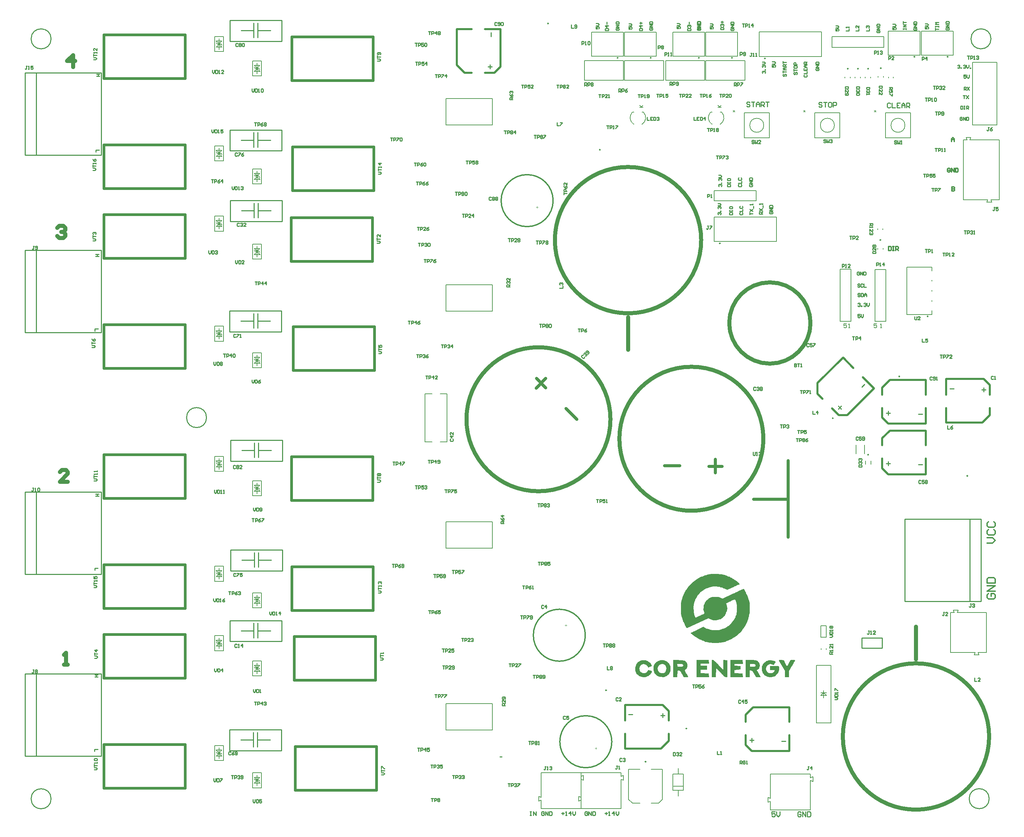
<source format=gbr>
%TF.GenerationSoftware,Altium Limited,Altium Designer,21.6.4 (81)*%
G04 Layer_Color=65535*
%FSLAX43Y43*%
%MOMM*%
%TF.SameCoordinates,B094594F-E5AE-4C03-B854-EF891E02AD71*%
%TF.FilePolarity,Positive*%
%TF.FileFunction,Legend,Top*%
%TF.Part,Single*%
G01*
G75*
%TA.AperFunction,NonConductor*%
%ADD130C,0.254*%
%ADD134C,0.300*%
%ADD152C,0.250*%
%ADD153C,1.016*%
%ADD154C,0.152*%
%ADD156C,0.200*%
%ADD157C,0.762*%
%ADD159C,0.076*%
%ADD160C,1.000*%
%ADD206C,0.508*%
%ADD207C,0.100*%
%ADD208C,0.635*%
G36*
X174586Y61152D02*
X174623D01*
X174846Y61115D01*
X175068D01*
X175216Y61078D01*
X175253D01*
X175438Y61041D01*
X175623Y61004D01*
X175734Y60967D01*
X175771D01*
X175957Y60930D01*
X176142Y60856D01*
X176253Y60819D01*
X176290D01*
X176438Y60744D01*
X176586Y60670D01*
X176697Y60633D01*
X176734D01*
X176883Y60559D01*
X177031Y60522D01*
X177142Y60485D01*
X177179Y60448D01*
X177327Y60374D01*
X177475Y60300D01*
X177586Y60263D01*
X177623Y60226D01*
X177808Y60152D01*
X177957Y60041D01*
X178068Y59967D01*
X178105Y59930D01*
X178364Y59745D01*
X178475Y59707D01*
X178512Y59670D01*
X178660Y59596D01*
X178808Y59485D01*
X178882Y59448D01*
X178919Y59411D01*
X179142Y59226D01*
X179179Y59152D01*
X179216Y59115D01*
X179438Y58967D01*
X179475Y58930D01*
X179512Y58893D01*
X179697Y58670D01*
X179438Y58522D01*
X179364D01*
X179327Y58485D01*
X179253D01*
X179216Y58448D01*
X179105Y58411D01*
X179068Y58374D01*
X179031D01*
X178919Y58300D01*
X178882Y58263D01*
X178845D01*
X178660Y58189D01*
X178623Y58152D01*
X178586D01*
X178438Y58115D01*
X178401Y58078D01*
X178364D01*
X178179Y57967D01*
X178142Y57930D01*
X178105D01*
X177920Y57856D01*
X177882Y57819D01*
X177845D01*
X176549Y57189D01*
X175994Y57485D01*
X175808Y57559D01*
X175734Y57596D01*
X175697D01*
X175512Y57708D01*
X175438Y57745D01*
X175401D01*
X175216Y57782D01*
X175142Y57819D01*
X175105D01*
X174920Y57856D01*
X174846Y57893D01*
X174809D01*
X174623Y57967D01*
X174549D01*
X174327Y58004D01*
X174216D01*
X173994Y58041D01*
X172920D01*
X172735Y58004D01*
X172660Y57967D01*
X172623D01*
X172438Y57930D01*
X172401Y57893D01*
X172179D01*
X172142Y57856D01*
X172105D01*
X171920Y57782D01*
X171883Y57745D01*
X171846D01*
X171660Y57671D01*
X171586Y57633D01*
X171549D01*
X171327Y57559D01*
X171253Y57522D01*
X171216D01*
X171031Y57411D01*
X170846Y57300D01*
X170698Y57226D01*
X170661Y57189D01*
X170475Y57078D01*
X170327Y56967D01*
X170216Y56893D01*
X170179Y56856D01*
X169994Y56708D01*
X169846Y56596D01*
X169735Y56485D01*
X169698Y56448D01*
X169549Y56300D01*
X169438Y56152D01*
X169364Y56041D01*
X169327Y56004D01*
X169179Y55819D01*
X169068Y55634D01*
X168994Y55522D01*
X168957Y55485D01*
X168846Y55300D01*
X168772Y55152D01*
X168698Y55004D01*
X168661Y54967D01*
X168587Y54782D01*
X168512Y54597D01*
X168475Y54448D01*
X168438Y54411D01*
X168364Y54189D01*
X168290Y54004D01*
X168253Y53856D01*
Y53819D01*
X168216Y53597D01*
X168179Y53523D01*
Y53485D01*
Y53300D01*
X168142Y53226D01*
Y53189D01*
Y52930D01*
Y52819D01*
Y52782D01*
Y52634D01*
Y52486D01*
Y52411D01*
Y52374D01*
X168179Y52226D01*
Y52078D01*
Y51967D01*
Y51930D01*
X168216Y51671D01*
Y51597D01*
Y51560D01*
X168253Y51337D01*
X168290Y51263D01*
Y51226D01*
X168327Y51041D01*
X168364Y50967D01*
Y50930D01*
Y50819D01*
Y50782D01*
X168401Y50708D01*
X168438Y50671D01*
Y50597D01*
Y50560D01*
X168512Y50523D01*
X168549Y50486D01*
Y50449D01*
Y50412D01*
X168587Y50374D01*
Y50337D01*
X168624D01*
X168661Y50300D01*
X168698D01*
X168883Y50374D01*
X169031Y50449D01*
X169142Y50523D01*
X169179D01*
X169364Y50597D01*
X169512Y50671D01*
X169624Y50708D01*
X169661D01*
X169809Y50819D01*
X169957Y50893D01*
X170068Y50930D01*
X170105D01*
X170253Y51004D01*
X170401Y51078D01*
X170512Y51152D01*
X170549D01*
X170661Y51189D01*
X170698D01*
X170809Y51263D01*
X170846Y51300D01*
Y51337D01*
Y51374D01*
Y51411D01*
Y51449D01*
X170809Y51486D01*
Y51523D01*
Y51597D01*
Y51634D01*
X170772Y51671D01*
Y51708D01*
Y51745D01*
X170735Y51782D01*
X170661Y51967D01*
X170623Y52152D01*
X170586Y52263D01*
Y52300D01*
Y52486D01*
X170623Y52634D01*
Y52745D01*
Y52782D01*
Y53004D01*
X170661Y53152D01*
X170698Y53263D01*
Y53300D01*
X170772Y53485D01*
X170846Y53671D01*
X170883Y53782D01*
Y53819D01*
X170957Y53967D01*
X171068Y54115D01*
X171105Y54226D01*
X171142Y54263D01*
X171253Y54411D01*
X171364Y54560D01*
X171438Y54634D01*
X171475Y54671D01*
X171735Y54893D01*
X171809Y54967D01*
X171846Y55004D01*
X172031Y55115D01*
X172179Y55189D01*
X172290Y55263D01*
X172327D01*
X172401Y55300D01*
X172438Y55337D01*
X172549Y55374D01*
X172586D01*
X172660Y55411D01*
X172697D01*
X172809Y55448D01*
X172994D01*
X173105Y55485D01*
X174105D01*
X174142Y55448D01*
X174401D01*
X174438Y55411D01*
X174512D01*
X174549Y55374D01*
X174660D01*
X174697Y55337D01*
X174809Y55300D01*
X174846Y55263D01*
X175364Y55004D01*
X178031Y56263D01*
X178327Y56411D01*
X178586Y56522D01*
X178771Y56634D01*
X178808Y56671D01*
X178845D01*
X179179Y56819D01*
X179438Y56967D01*
X179623Y57041D01*
X179697Y57078D01*
X179919Y57152D01*
X179956Y57189D01*
X179994D01*
X180216Y57300D01*
X180290Y57337D01*
X180327D01*
X180438Y57374D01*
X180475Y57411D01*
X180586Y57448D01*
X180697D01*
X180734Y57411D01*
X180771D01*
X180808Y57374D01*
Y57337D01*
X180845Y57300D01*
X180882Y57152D01*
X180919Y57115D01*
X180956Y57041D01*
X180993Y57004D01*
X181031Y56893D01*
X181068Y56856D01*
X181105Y56782D01*
X181142Y56745D01*
X181179Y56634D01*
X181216Y56596D01*
Y56559D01*
X181253Y56411D01*
X181290Y56374D01*
X181549Y55819D01*
X181771Y55337D01*
X181845Y55115D01*
X181882Y54967D01*
X181919Y54856D01*
Y54819D01*
X182068Y54226D01*
X182142Y53930D01*
X182179Y53671D01*
Y53448D01*
X182216Y53300D01*
Y53189D01*
Y53152D01*
Y52560D01*
Y52263D01*
X182179Y52004D01*
Y51782D01*
X182142Y51634D01*
Y51523D01*
Y51486D01*
X182030Y50856D01*
X181993Y50597D01*
X181919Y50337D01*
X181845Y50115D01*
X181808Y49967D01*
X181771Y49856D01*
Y49819D01*
X181549Y49226D01*
X181438Y48967D01*
X181327Y48745D01*
X181216Y48560D01*
X181142Y48412D01*
X181105Y48300D01*
X181068Y48263D01*
X180734Y47745D01*
X180438Y47301D01*
X180290Y47115D01*
X180179Y47004D01*
X180142Y46930D01*
X180105Y46893D01*
X179660Y46412D01*
X179253Y46041D01*
X179105Y45893D01*
X178957Y45819D01*
X178882Y45745D01*
X178845Y45708D01*
X178327Y45375D01*
X177882Y45078D01*
X177697Y44967D01*
X177549Y44893D01*
X177438Y44856D01*
X177401Y44819D01*
X177216Y44745D01*
X177068Y44671D01*
X176957Y44634D01*
X176920Y44597D01*
X176734Y44523D01*
X176586Y44486D01*
X176475Y44449D01*
X176438Y44412D01*
X176290Y44338D01*
X176142Y44264D01*
X176031Y44227D01*
X175994D01*
X175808Y44190D01*
X175660Y44152D01*
X175549Y44115D01*
X175512D01*
X175327Y44078D01*
X175179D01*
X175068Y44041D01*
X175031D01*
X174883Y44004D01*
X174586D01*
X174401Y43967D01*
X172772D01*
X172586Y44004D01*
X172438D01*
X172290Y44041D01*
X171994D01*
X171846Y44078D01*
X171698Y44115D01*
X171586Y44152D01*
X171549D01*
X171401Y44190D01*
X171253D01*
X171142Y44227D01*
X171105D01*
X170846Y44375D01*
X170735Y44412D01*
X170698Y44449D01*
X170512Y44523D01*
X170364Y44560D01*
X170253Y44597D01*
X170216D01*
X170031Y44671D01*
X169883Y44745D01*
X169772Y44819D01*
X169735D01*
X169475Y44967D01*
X169401Y45004D01*
X169364D01*
X169179Y45152D01*
X169105Y45227D01*
X169068D01*
X168809Y45375D01*
X168698Y45449D01*
X168661D01*
X168401Y45634D01*
X168327Y45708D01*
X168290D01*
X168031Y45893D01*
X167957Y45967D01*
X167920D01*
X167661Y46189D01*
X167587Y46226D01*
X167550Y46264D01*
X167512Y46301D01*
X167475Y46338D01*
Y46375D01*
Y46412D01*
Y46449D01*
X167624Y46560D01*
X167698Y46597D01*
X167883Y46671D01*
X167957Y46708D01*
X168105Y46782D01*
X168179Y46819D01*
X168364Y46893D01*
X168401Y46930D01*
X168438D01*
X168661Y47041D01*
X168698Y47078D01*
X168735D01*
X168957Y47189D01*
X168994Y47263D01*
X169031D01*
X170586Y47967D01*
X170994Y47745D01*
X171253Y47597D01*
X171364Y47560D01*
X171401Y47523D01*
X171549Y47486D01*
X171698Y47449D01*
X171809Y47412D01*
X171846D01*
X172031Y47375D01*
X172179Y47301D01*
X172290Y47263D01*
X172327D01*
X172512Y47226D01*
X172697Y47189D01*
X172809Y47152D01*
X172846D01*
X173031Y47115D01*
X174253D01*
X174438Y47152D01*
X174586Y47189D01*
X174697Y47263D01*
X174734D01*
X175031Y47338D01*
X175253Y47375D01*
X175401Y47449D01*
X175475D01*
X175734Y47560D01*
X175957Y47671D01*
X176105Y47708D01*
X176142Y47745D01*
X176401Y47893D01*
X176623Y48041D01*
X176771Y48152D01*
X176808Y48189D01*
X177031Y48375D01*
X177216Y48523D01*
X177364Y48671D01*
X177401Y48708D01*
X177586Y48893D01*
X177734Y49078D01*
X177845Y49226D01*
X177882Y49263D01*
X178068Y49486D01*
X178216Y49708D01*
X178290Y49856D01*
X178327Y49893D01*
X178475Y50152D01*
X178586Y50374D01*
X178623Y50523D01*
X178660Y50597D01*
X178771Y50856D01*
X178845Y51078D01*
X178882Y51226D01*
Y51300D01*
X178919Y51560D01*
X178957Y51671D01*
Y51708D01*
X178994Y51856D01*
Y52004D01*
Y52078D01*
Y52115D01*
Y52337D01*
Y52486D01*
Y52597D01*
Y52634D01*
Y52819D01*
Y53004D01*
X178957Y53152D01*
Y53189D01*
Y53374D01*
Y53523D01*
X178919Y53634D01*
Y53671D01*
X178882Y53856D01*
X178845Y54004D01*
X178808Y54115D01*
Y54152D01*
X178734Y54374D01*
X178697Y54411D01*
Y54448D01*
X178623Y54634D01*
X178586Y54708D01*
X178549Y54745D01*
X178512D01*
X178475Y54782D01*
X178327D01*
X178216Y54745D01*
X178179Y54708D01*
X178105D01*
X178068Y54671D01*
X177845Y54597D01*
X177771Y54560D01*
X177734D01*
X177512Y54448D01*
X177438Y54411D01*
X177401D01*
X177253Y54300D01*
X177216Y54263D01*
X177179D01*
X177031Y54226D01*
X176994Y54189D01*
X176845Y54115D01*
X176808Y54078D01*
X176697Y54041D01*
X176660Y54004D01*
X176549Y53967D01*
X176512Y53930D01*
X176401Y53893D01*
X176364Y53856D01*
X176290D01*
Y53819D01*
Y53782D01*
X176327Y53745D01*
Y53671D01*
Y53634D01*
X176364Y53597D01*
X176401Y53560D01*
Y53523D01*
Y53485D01*
X176438Y53448D01*
Y53411D01*
X176475Y53152D01*
X176512Y53041D01*
Y53004D01*
X176549Y52745D01*
Y52671D01*
Y52634D01*
Y52374D01*
X176512Y52263D01*
Y52226D01*
X176475Y51967D01*
X176438Y51856D01*
Y51819D01*
X176290Y51560D01*
X176253Y51449D01*
Y51411D01*
X176142Y51189D01*
X176105Y51115D01*
Y51078D01*
X175957Y50819D01*
X175920Y50745D01*
X175883Y50708D01*
X175697Y50523D01*
X175623Y50486D01*
X175586Y50449D01*
X175438Y50300D01*
X175401Y50263D01*
X175364Y50226D01*
X175216Y50115D01*
X175179Y50078D01*
X175142Y50041D01*
X174957Y49930D01*
X174920Y49893D01*
X174883D01*
X174734Y49856D01*
X174697Y49819D01*
X174660D01*
X174475Y49782D01*
X174438Y49745D01*
X174401D01*
X174216Y49708D01*
X174179Y49671D01*
X173957D01*
X173883Y49634D01*
X173031D01*
X172957Y49671D01*
X172772D01*
X172697Y49708D01*
X172660Y49745D01*
X172549Y49782D01*
X172512Y49819D01*
X172401Y49856D01*
X172364Y49893D01*
X171809Y50152D01*
X166513Y47634D01*
X166290Y47819D01*
X166179Y48004D01*
X166142Y48078D01*
X166068Y48226D01*
X166031Y48300D01*
X165920Y48560D01*
X165883Y48634D01*
Y48671D01*
X165772Y48930D01*
X165735Y49004D01*
Y49041D01*
X165587Y49263D01*
X165513Y49337D01*
Y49375D01*
X165476Y49523D01*
X165438Y49671D01*
X165401Y49745D01*
Y49782D01*
X165327Y50004D01*
X165290Y50078D01*
Y50115D01*
X165216Y50337D01*
X165179Y50412D01*
Y50449D01*
X165142Y50597D01*
X165105Y50671D01*
Y50893D01*
X165068Y50930D01*
Y50967D01*
Y51078D01*
X165031Y51115D01*
Y51263D01*
Y51337D01*
X164994Y51486D01*
Y51560D01*
Y51745D01*
Y51819D01*
Y52078D01*
Y52152D01*
Y52189D01*
Y52337D01*
Y52486D01*
Y52560D01*
Y52597D01*
Y52856D01*
Y52930D01*
Y52967D01*
Y53226D01*
Y53300D01*
Y53337D01*
Y53485D01*
Y53560D01*
X165031Y53745D01*
Y53819D01*
Y53967D01*
Y54004D01*
X165068Y54152D01*
Y54189D01*
X165105Y54374D01*
Y54448D01*
X165142Y54634D01*
X165179Y54708D01*
X165253Y54893D01*
X165290Y55078D01*
X165327Y55226D01*
Y55263D01*
X165401Y55485D01*
X165476Y55708D01*
X165550Y55856D01*
Y55893D01*
X165661Y56078D01*
X165735Y56263D01*
X165809Y56374D01*
Y56411D01*
X165920Y56634D01*
X166031Y56782D01*
X166068Y56893D01*
X166105Y56930D01*
X166216Y57115D01*
X166327Y57300D01*
X166401Y57411D01*
X166438Y57448D01*
X166587Y57633D01*
X166698Y57819D01*
X166772Y57930D01*
X166809Y57967D01*
X166957Y58115D01*
X167068Y58263D01*
X167179Y58374D01*
X167216Y58411D01*
X167364Y58596D01*
X167512Y58745D01*
X167624Y58856D01*
X167661Y58893D01*
X167809Y59041D01*
X167957Y59152D01*
X168068Y59226D01*
X168105Y59263D01*
X168290Y59411D01*
X168438Y59522D01*
X168549Y59596D01*
X168587Y59633D01*
X168772Y59745D01*
X168920Y59856D01*
X169031Y59893D01*
X169068Y59930D01*
X169253Y60078D01*
X169438Y60152D01*
X169549Y60226D01*
X169586Y60263D01*
X169772Y60337D01*
X169920Y60411D01*
X170031Y60485D01*
X170068D01*
X170290Y60559D01*
X170475Y60633D01*
X170586Y60707D01*
X170623D01*
X170846Y60782D01*
X171031Y60856D01*
X171142Y60893D01*
X171179D01*
X171401Y60967D01*
X171586Y61004D01*
X171698Y61041D01*
X171772D01*
X171957Y61078D01*
X172142Y61115D01*
X172253Y61152D01*
X172290D01*
X172475Y61189D01*
X174438D01*
X174586Y61152D01*
D02*
G37*
G36*
X187586Y39597D02*
X187697D01*
X187771Y39560D01*
X187919D01*
X187956Y39523D01*
X188104D01*
X188141Y39486D01*
X188290Y39449D01*
X188327Y39412D01*
X188734Y39190D01*
X188549Y38930D01*
X188475Y38893D01*
X188438Y38856D01*
X188401Y38819D01*
Y38782D01*
X188364Y38745D01*
X188327Y38708D01*
Y38671D01*
X188290Y38634D01*
Y38597D01*
X188252Y38560D01*
Y38523D01*
X188215D01*
Y38486D01*
X188178D01*
Y38449D01*
X188030D01*
Y38486D01*
X187882D01*
X187808Y38523D01*
X187771Y38560D01*
X187660D01*
X187586Y38634D01*
X187549Y38671D01*
X187215D01*
X187178Y38634D01*
X187104Y38597D01*
X187067D01*
X186882Y38523D01*
X186808Y38486D01*
X186771Y38449D01*
X186623Y38338D01*
X186586Y38301D01*
X186549Y38264D01*
X186438Y38079D01*
X186401Y38005D01*
X186364Y37967D01*
X186290Y37782D01*
X186253Y37708D01*
Y37671D01*
Y37449D01*
Y37375D01*
Y37338D01*
X186290Y37153D01*
X186327Y37079D01*
Y37042D01*
X186475Y36856D01*
X186512Y36819D01*
Y36782D01*
X186660Y36634D01*
X186734Y36597D01*
Y36560D01*
X186771Y36523D01*
X186808Y36486D01*
X186882Y36449D01*
X186919D01*
X186956Y36412D01*
X186993D01*
X187030Y36375D01*
X187623D01*
X187734Y36412D01*
X187771D01*
X187845Y36449D01*
X187882D01*
X187993Y36523D01*
X188030Y36560D01*
X188067Y36597D01*
X188104Y36634D01*
X188141Y36671D01*
X188178Y36708D01*
X188252Y36782D01*
X188290Y36819D01*
X188327Y36931D01*
X188364Y36968D01*
X188475Y37190D01*
X187253D01*
Y38190D01*
X189252D01*
X189327Y38153D01*
X189401D01*
X189438Y38116D01*
X189475D01*
Y38079D01*
X189512Y38042D01*
Y38005D01*
X189549Y37745D01*
Y37671D01*
Y37634D01*
Y37412D01*
Y37338D01*
Y37301D01*
X189512Y37153D01*
X189475Y37005D01*
X189438Y36931D01*
Y36893D01*
X189364Y36634D01*
X189327Y36523D01*
Y36486D01*
X189141Y36301D01*
X189104Y36227D01*
X189067Y36190D01*
X188882Y36005D01*
X188845Y35968D01*
X188808Y35931D01*
X188734Y35819D01*
X188623Y35745D01*
X188549Y35671D01*
X188512D01*
X188290Y35560D01*
X188215Y35523D01*
X188178D01*
X187993Y35486D01*
X187808Y35449D01*
X187660Y35412D01*
X187030D01*
X186845Y35449D01*
X186660Y35486D01*
X186549Y35523D01*
X186512D01*
X186327Y35634D01*
X186178Y35708D01*
X186067Y35782D01*
X186030Y35819D01*
X185771Y36042D01*
X185697Y36116D01*
X185660Y36153D01*
X185549Y36338D01*
X185438Y36486D01*
X185401Y36597D01*
X185364Y36634D01*
X185290Y36819D01*
X185253Y37005D01*
X185216Y37116D01*
Y37153D01*
Y37375D01*
Y37560D01*
Y37671D01*
Y37708D01*
X185253Y37930D01*
Y38005D01*
Y38042D01*
X185327Y38264D01*
X185364Y38338D01*
Y38375D01*
X185475Y38597D01*
X185512Y38634D01*
Y38671D01*
X185660Y38856D01*
X185697Y38930D01*
X185734D01*
X185882Y39079D01*
X185956Y39116D01*
X186141Y39264D01*
X186178Y39301D01*
X186216D01*
X186364Y39412D01*
X186438Y39449D01*
X186512Y39486D01*
X186549D01*
X186771Y39560D01*
X186845Y39597D01*
X187030D01*
X187178Y39634D01*
X187512D01*
X187586Y39597D01*
D02*
G37*
G36*
X193437Y39634D02*
X193549D01*
Y39597D01*
Y39560D01*
Y39523D01*
X193437Y39412D01*
X193400Y39375D01*
Y39338D01*
X193326Y39190D01*
X193289Y39153D01*
X193215Y39005D01*
X193178Y38967D01*
Y38930D01*
X193104Y38819D01*
X193067Y38782D01*
Y38745D01*
X192956Y38560D01*
X192919Y38486D01*
Y38449D01*
X192845Y38301D01*
X192808Y38264D01*
X192771Y38227D01*
X192030Y36931D01*
Y35412D01*
X190956D01*
Y36968D01*
X190215Y38264D01*
X190104Y38449D01*
X190067Y38486D01*
Y38523D01*
X189993Y38708D01*
X189956Y38782D01*
X189919D01*
X189808Y38930D01*
X189771Y38967D01*
X189734Y39116D01*
X189697Y39190D01*
X189623Y39301D01*
X189586Y39375D01*
X189512Y39523D01*
X189475Y39597D01*
Y39634D01*
X189512D01*
X189549Y39671D01*
X190104D01*
X190697Y39634D01*
X191067Y38856D01*
X191178Y38671D01*
X191215Y38597D01*
Y38560D01*
X191363Y38375D01*
X191438Y38301D01*
Y38264D01*
X191475Y38227D01*
X191623D01*
X191660Y38264D01*
Y38301D01*
X191808Y38560D01*
X191845Y38634D01*
Y38671D01*
X191993Y38930D01*
X192030Y39005D01*
Y39042D01*
X192400Y39671D01*
X193400D01*
X193437Y39634D01*
D02*
G37*
G36*
X156143Y39597D02*
X156180D01*
X156402Y39523D01*
X156476Y39486D01*
X156513D01*
X156698Y39412D01*
X156772Y39375D01*
Y39338D01*
X156957Y39227D01*
X157031Y39190D01*
X157217Y39042D01*
X157291Y39005D01*
Y38967D01*
X157439Y38856D01*
X157476Y38819D01*
Y38782D01*
X157513Y38708D01*
Y38671D01*
X157550Y38597D01*
Y38560D01*
X157587Y38523D01*
Y38486D01*
X157624D01*
X157661Y38449D01*
Y38412D01*
Y38375D01*
X157698Y38338D01*
Y38301D01*
Y38264D01*
X157735D01*
Y38227D01*
X157698Y38190D01*
X157661D01*
X157624Y38153D01*
X157587Y38116D01*
X157550D01*
X157513Y38079D01*
X157476D01*
X157439Y38042D01*
X157402D01*
X157365Y38005D01*
X157291D01*
X157254Y37967D01*
X156772Y37782D01*
X156661Y38079D01*
X156624Y38153D01*
X156587Y38190D01*
X156513Y38301D01*
X156476Y38338D01*
X156402Y38375D01*
X156365Y38412D01*
X156291Y38449D01*
X156254Y38486D01*
X156143Y38523D01*
X156105D01*
X156031Y38560D01*
X155994Y38597D01*
X155883Y38634D01*
X155846D01*
X155735Y38671D01*
X155550D01*
X155513Y38634D01*
X155402Y38597D01*
X155365D01*
X155254Y38560D01*
X155217Y38523D01*
X155143D01*
X155105Y38486D01*
X155031Y38449D01*
X154994Y38412D01*
X154920Y38375D01*
X154883Y38338D01*
X154846Y38227D01*
X154809Y38190D01*
X154772Y38116D01*
X154735Y38079D01*
X154661Y37893D01*
X154624Y37819D01*
Y37782D01*
X154587Y37597D01*
Y37523D01*
Y37486D01*
X154624Y37301D01*
Y37227D01*
Y37190D01*
X154698Y37005D01*
X154735Y36968D01*
Y36931D01*
X154846Y36782D01*
X154920Y36745D01*
Y36708D01*
X155068Y36597D01*
X155143Y36560D01*
X155328Y36449D01*
X155365Y36412D01*
X155402D01*
X155624Y36375D01*
X156031D01*
X156068Y36412D01*
X156105D01*
X156143Y36449D01*
X156180Y36486D01*
X156217D01*
X156291Y36560D01*
X156328Y36597D01*
X156402Y36671D01*
X156439Y36708D01*
X156476Y36745D01*
X156513Y36782D01*
X156550Y36819D01*
X156587Y36856D01*
X156624Y36893D01*
X156661Y36931D01*
Y36968D01*
X156698Y37005D01*
X156735Y37042D01*
X156772Y37079D01*
Y37116D01*
X156809Y37153D01*
X156994D01*
X157068Y37116D01*
X157217D01*
X157291Y37079D01*
X157402Y37042D01*
X157439Y37005D01*
X157587Y36968D01*
X157624Y36931D01*
X157661D01*
X157698Y36893D01*
X157735Y36856D01*
Y36819D01*
Y36708D01*
X157698Y36671D01*
X157661Y36560D01*
X157624Y36523D01*
Y36486D01*
X157550Y36375D01*
X157513Y36338D01*
X157402Y36227D01*
X157365Y36190D01*
Y36153D01*
X157254Y36042D01*
X157217Y36005D01*
X157068Y35894D01*
X157031Y35856D01*
X156994D01*
X156883Y35708D01*
X156846Y35671D01*
X156809D01*
X156698Y35634D01*
X156661Y35597D01*
X156624D01*
X156439Y35523D01*
X156402Y35486D01*
X156365D01*
X156180Y35449D01*
X156105Y35412D01*
X155846D01*
X155772Y35375D01*
X155735D01*
X155550Y35412D01*
X155439D01*
X155254Y35449D01*
X155143D01*
X154957Y35523D01*
X154883Y35560D01*
X154846D01*
X154661Y35634D01*
X154624Y35671D01*
X154587D01*
X154439Y35782D01*
X154402Y35856D01*
X154365D01*
X154217Y35931D01*
X154106Y36042D01*
X154031Y36079D01*
X153994Y36116D01*
X153846Y36338D01*
X153809Y36412D01*
Y36449D01*
X153735Y36597D01*
X153661Y36745D01*
X153624Y36819D01*
Y36856D01*
X153587Y37005D01*
Y37153D01*
X153550Y37264D01*
Y37301D01*
Y37449D01*
Y37597D01*
Y37708D01*
Y37745D01*
X153587Y37893D01*
X153624Y38042D01*
X153661Y38116D01*
Y38153D01*
X153698Y38301D01*
X153735Y38449D01*
X153809Y38523D01*
Y38560D01*
X153957Y38819D01*
X154031Y38893D01*
Y38930D01*
X154106Y39005D01*
X154143Y39042D01*
X154254Y39153D01*
X154328Y39190D01*
X154402Y39227D01*
X154439Y39264D01*
X154550Y39301D01*
X154587Y39338D01*
X154661Y39412D01*
X154698Y39449D01*
X154809Y39486D01*
X154846Y39523D01*
X154957Y39560D01*
X155031D01*
X155180Y39597D01*
X155217D01*
X155439Y39634D01*
X156068D01*
X156143Y39597D01*
D02*
G37*
G36*
X176586Y39634D02*
X176623Y35412D01*
X176142D01*
X176068Y35449D01*
X176031D01*
X175957Y35486D01*
X175920D01*
X175883Y35523D01*
X175846Y35560D01*
X175734Y35634D01*
X175697Y35671D01*
X175660D01*
X175586Y35782D01*
X175549Y35856D01*
X175290Y36079D01*
X175216Y36153D01*
X175179Y36190D01*
X174957Y36449D01*
X174883Y36560D01*
X174846Y36597D01*
X173772Y37708D01*
X173734Y35412D01*
X172660D01*
Y37560D01*
Y39671D01*
X173105D01*
X173142Y39634D01*
X173179Y39597D01*
X173216Y39560D01*
X173327Y39523D01*
X173364Y39486D01*
X173475Y39375D01*
X173512Y39338D01*
Y39301D01*
X173660Y39190D01*
X173697Y39153D01*
X173920Y38930D01*
X173994Y38856D01*
X174031Y38819D01*
X174290Y38597D01*
X174364Y38486D01*
X174401Y38449D01*
X175549Y37264D01*
Y39708D01*
X176586Y39634D01*
D02*
G37*
G36*
X182438Y39671D02*
X183216D01*
X183327Y39634D01*
X183586D01*
X183623Y39597D01*
X183808D01*
X183882Y39560D01*
X184030Y39523D01*
X184067Y39486D01*
X184179Y39412D01*
X184216Y39375D01*
Y39338D01*
X184327Y39227D01*
X184364Y39190D01*
X184475Y39079D01*
X184512Y39042D01*
X184586Y38893D01*
X184623Y38856D01*
Y38819D01*
X184660Y38671D01*
Y38634D01*
Y38597D01*
X184697Y38412D01*
Y38338D01*
Y38301D01*
Y38153D01*
X184660Y38116D01*
Y38079D01*
X184623Y37893D01*
X184586Y37856D01*
Y37819D01*
X184549Y37671D01*
X184512Y37634D01*
Y37597D01*
X184401Y37449D01*
X184364Y37412D01*
X184253Y37338D01*
X184216Y37301D01*
X184179D01*
X184142Y37264D01*
X184104D01*
X184067Y37227D01*
Y37190D01*
X183993D01*
Y37153D01*
X183956D01*
X183993Y37042D01*
X184030Y37005D01*
X184067Y36968D01*
X184104Y36931D01*
X184142Y36819D01*
X184179Y36782D01*
X184253Y36708D01*
X184290Y36671D01*
X184327Y36560D01*
X184364Y36523D01*
Y36486D01*
X184401Y36338D01*
X184438Y36301D01*
X184512Y36190D01*
X184549Y36153D01*
X184586Y36042D01*
X184623Y36005D01*
X184660Y35931D01*
X184697Y35894D01*
X184734Y35782D01*
X184771Y35745D01*
Y35708D01*
X184808Y35634D01*
X184845Y35597D01*
X184882Y35523D01*
X184919Y35486D01*
Y35449D01*
X184882Y35412D01*
X183771D01*
X183290Y36190D01*
X183179Y36375D01*
X183142Y36449D01*
X183030Y36634D01*
X182993Y36708D01*
Y36745D01*
X182956Y36782D01*
X182919Y36856D01*
X182882Y36893D01*
X182808Y36931D01*
X182771D01*
X182734Y36968D01*
X182697D01*
X182623Y37005D01*
X182586D01*
X182549Y37042D01*
X182216D01*
Y35412D01*
X181142D01*
Y37560D01*
Y39708D01*
X182438Y39671D01*
D02*
G37*
G36*
X180438D02*
X180475Y38708D01*
X178401D01*
Y38227D01*
X179919Y38190D01*
Y37301D01*
X178401Y37190D01*
Y36375D01*
X180438Y36338D01*
X180475Y35412D01*
X177364D01*
Y37560D01*
Y39708D01*
X180438Y39671D01*
D02*
G37*
G36*
X171920D02*
X171994Y38745D01*
X169920D01*
Y38227D01*
X171512D01*
Y37264D01*
X169920D01*
Y36375D01*
X171957Y36338D01*
X171994Y35412D01*
X168883D01*
Y37560D01*
X168846D01*
Y39708D01*
X171920Y39671D01*
D02*
G37*
G36*
X164550Y39634D02*
X165327D01*
X165513Y39597D01*
X165550Y39560D01*
X165772D01*
X165846Y39523D01*
X165957D01*
X165994Y39486D01*
X166105Y39412D01*
X166142Y39375D01*
Y39338D01*
X166216Y39227D01*
X166253Y39190D01*
X166364Y39116D01*
X166438Y39079D01*
X166513Y38893D01*
X166550Y38856D01*
Y38819D01*
X166587Y38634D01*
X166624Y38597D01*
Y38560D01*
Y38375D01*
Y38301D01*
Y38264D01*
Y38116D01*
Y38079D01*
Y38042D01*
X166550Y37856D01*
X166513Y37819D01*
Y37782D01*
X166438Y37634D01*
X166401Y37597D01*
Y37560D01*
X166253Y37412D01*
X166216Y37375D01*
X166105Y37264D01*
X166068Y37227D01*
X166031Y37190D01*
X165994D01*
X165957Y37153D01*
Y37116D01*
Y37079D01*
Y37042D01*
X165994D01*
Y37005D01*
X166031Y36931D01*
Y36893D01*
X166068Y36819D01*
Y36782D01*
X166179Y36597D01*
X166216Y36560D01*
Y36523D01*
X166290Y36375D01*
X166327Y36338D01*
Y36301D01*
X166438Y36190D01*
X166475Y36153D01*
X166513Y36042D01*
X166550Y36005D01*
X166587Y35931D01*
X166624Y35894D01*
X166661Y35782D01*
X166698Y35745D01*
Y35708D01*
X166735Y35634D01*
X166772Y35597D01*
X166809Y35523D01*
X166846Y35486D01*
Y35449D01*
X166809D01*
X166772Y35412D01*
X165698D01*
X165216Y36227D01*
X165105Y36412D01*
X165068Y36449D01*
Y36486D01*
X164957Y36708D01*
X164920Y36745D01*
X164883Y36782D01*
X164846Y36819D01*
X164809Y36856D01*
X164772Y36893D01*
X164735Y36931D01*
Y36968D01*
X164698D01*
X164661Y37005D01*
X164513D01*
X164476Y37042D01*
X164439D01*
X164105Y37005D01*
X164068Y35412D01*
X163031D01*
Y37523D01*
Y39671D01*
X164364D01*
X164550Y39634D01*
D02*
G37*
G36*
X160513D02*
X160550Y39597D01*
X160809D01*
X160883Y39560D01*
X160920D01*
X161105Y39486D01*
X161179Y39449D01*
X161402Y39375D01*
X161439Y39338D01*
X161476Y39301D01*
X161624Y39190D01*
X161698Y39153D01*
Y39116D01*
X161846Y38967D01*
X161920Y38930D01*
X162105Y38634D01*
X162179Y38523D01*
Y38486D01*
X162290Y38301D01*
X162365Y38153D01*
X162402Y38042D01*
Y38005D01*
Y37782D01*
Y37597D01*
Y37449D01*
Y37412D01*
Y37227D01*
X162365Y37079D01*
X162327Y36968D01*
Y36931D01*
X162253Y36745D01*
X162179Y36560D01*
X162142Y36449D01*
X162105Y36412D01*
X161994Y36264D01*
X161920Y36116D01*
X161846Y36042D01*
X161809Y36005D01*
X161550Y35782D01*
X161439Y35708D01*
X161402Y35671D01*
X161216Y35597D01*
X161068Y35523D01*
X160957Y35486D01*
X160920D01*
X160809Y35449D01*
X160772Y35412D01*
X160328D01*
X160179Y35449D01*
X159846D01*
X159698Y35486D01*
X159624D01*
X159513Y35523D01*
X159439D01*
X159328Y35560D01*
X159291Y35597D01*
X159068Y35708D01*
X158994Y35782D01*
X158957D01*
X158809Y35968D01*
X158772Y36005D01*
X158735Y36042D01*
X158550Y36227D01*
X158513Y36264D01*
X158476Y36301D01*
X158328Y36523D01*
X158291Y36597D01*
Y36634D01*
X158217Y36856D01*
X158179Y36893D01*
Y36931D01*
X158142Y37190D01*
X158105Y37301D01*
Y37338D01*
Y37560D01*
Y37634D01*
Y37671D01*
X158142Y37930D01*
Y38005D01*
Y38042D01*
X158179Y38227D01*
X158217Y38301D01*
X158291Y38486D01*
X158328Y38560D01*
X158439Y38745D01*
X158513Y38819D01*
X158661Y38967D01*
X158698Y39005D01*
X158846Y39153D01*
X158920Y39190D01*
X159068Y39301D01*
X159142Y39338D01*
X159328Y39449D01*
X159402Y39486D01*
X159624Y39560D01*
X159661Y39597D01*
X159698D01*
X159920Y39634D01*
X159994D01*
X160216Y39671D01*
X160290D01*
X160513Y39634D01*
D02*
G37*
%LPC*%
G36*
X183216Y38708D02*
X182253D01*
Y37967D01*
X182919D01*
X183067Y38005D01*
X183253D01*
X183364Y38042D01*
X183401D01*
X183438Y38079D01*
X183475D01*
X183549Y38116D01*
X183586Y38153D01*
X183623Y38190D01*
Y38227D01*
Y38264D01*
Y38301D01*
Y38338D01*
Y38375D01*
Y38412D01*
X183586D01*
Y38449D01*
Y38486D01*
X183549D01*
Y38523D01*
Y38560D01*
X183475D01*
Y38597D01*
X183438D01*
Y38634D01*
X183401D01*
X183364Y38671D01*
X183253D01*
X183216Y38708D01*
D02*
G37*
G36*
X165179D02*
X164068D01*
X164105Y38005D01*
X164624D01*
X164698Y37967D01*
X164994D01*
X165068Y38005D01*
X165179D01*
X165216Y38042D01*
X165290D01*
X165327Y38079D01*
X165364D01*
X165401Y38116D01*
X165438D01*
X165476Y38153D01*
X165513Y38190D01*
Y38227D01*
Y38264D01*
X165550Y38301D01*
Y38338D01*
Y38375D01*
Y38412D01*
Y38449D01*
X165513Y38486D01*
X165476Y38523D01*
X165438D01*
Y38560D01*
X165401Y38597D01*
X165364Y38634D01*
X165327D01*
Y38671D01*
X165216D01*
X165179Y38708D01*
D02*
G37*
G36*
X160550Y38671D02*
X160105D01*
X159957Y38597D01*
X159920Y38560D01*
X159883D01*
X159735Y38523D01*
X159698Y38486D01*
X159661D01*
X159550Y38375D01*
X159513Y38338D01*
X159402Y38264D01*
X159365Y38227D01*
Y38190D01*
X159328Y38116D01*
X159291Y38079D01*
X159253Y38005D01*
X159216Y37967D01*
Y37819D01*
X159179Y37782D01*
Y37745D01*
Y37634D01*
Y37597D01*
Y37449D01*
Y37412D01*
X159216Y37264D01*
Y37227D01*
Y37190D01*
X159253Y37079D01*
Y37042D01*
X159328Y36931D01*
X159365Y36893D01*
X159439Y36782D01*
X159476Y36745D01*
X159587Y36634D01*
X159624Y36597D01*
X159735Y36523D01*
X159809Y36486D01*
X159994Y36412D01*
X160068D01*
X160216Y36375D01*
X160513D01*
X160661Y36412D01*
X160735Y36449D01*
X160883Y36523D01*
X160920Y36597D01*
X161068Y36708D01*
X161105Y36745D01*
X161179Y36931D01*
X161216Y36968D01*
Y37005D01*
X161290Y37190D01*
Y37227D01*
Y37264D01*
X161328Y37486D01*
Y37523D01*
Y37560D01*
Y37782D01*
X161290Y37819D01*
Y37856D01*
X161253Y38042D01*
X161216Y38116D01*
X161142Y38264D01*
X161105Y38301D01*
X160994Y38449D01*
X160957Y38486D01*
X160920D01*
X160809Y38523D01*
X160772Y38560D01*
X160735D01*
X160587Y38634D01*
X160550Y38671D01*
D02*
G37*
%LPD*%
D130*
X242050Y5000D02*
G03*
X242050Y5000I-2500J0D01*
G01*
X242500Y195000D02*
G03*
X242500Y195000I-2500J0D01*
G01*
X7500D02*
G03*
X7500Y195000I-2500J0D01*
G01*
X46368Y100300D02*
G03*
X46368Y100300I-2500J0D01*
G01*
X7500Y4975D02*
G03*
X7500Y4975I-2500J0D01*
G01*
X52373Y94615D02*
X65327D01*
X52373Y89408D02*
X65327D01*
X52373D02*
Y94615D01*
X65327Y89408D02*
Y94615D01*
X59358Y92075D02*
X62533D01*
X55167D02*
X58342D01*
X59358D02*
Y93980D01*
Y90297D02*
Y92075D01*
X58342Y90297D02*
Y92075D01*
Y93980D01*
X52198Y199615D02*
X65152D01*
X52198Y194408D02*
X65152D01*
X52198D02*
Y199615D01*
X65152Y194408D02*
Y199615D01*
X59183Y197075D02*
X62358D01*
X54992D02*
X58167D01*
X59183D02*
Y198980D01*
Y195297D02*
Y197075D01*
X58167Y195297D02*
Y197075D01*
Y198980D01*
X52198Y172215D02*
X65152D01*
X52198Y167008D02*
X65152D01*
X52198D02*
Y172215D01*
X65152Y167008D02*
Y172215D01*
X59183Y169675D02*
X62358D01*
X54992D02*
X58167D01*
X59183D02*
Y171580D01*
Y167897D02*
Y169675D01*
X58167Y167897D02*
Y169675D01*
Y171580D01*
X52348Y67190D02*
X65302D01*
X52348Y61983D02*
X65302D01*
X52348D02*
Y67190D01*
X65302Y61983D02*
Y67190D01*
X59333Y64650D02*
X62508D01*
X55142D02*
X58317D01*
X59333D02*
Y66555D01*
Y62872D02*
Y64650D01*
X58317Y62872D02*
Y64650D01*
Y66555D01*
X52148Y126965D02*
X65102D01*
X52148Y121758D02*
X65102D01*
X52148D02*
Y126965D01*
X65102Y121758D02*
Y126965D01*
X59133Y124425D02*
X62308D01*
X54942D02*
X58117D01*
X59133D02*
Y126330D01*
Y122647D02*
Y124425D01*
X58117Y122647D02*
Y124425D01*
Y126330D01*
X52123Y22215D02*
X65077D01*
X52123Y17008D02*
X65077D01*
X52123D02*
Y22215D01*
X65077Y17008D02*
Y22215D01*
X59108Y19675D02*
X62283D01*
X54917D02*
X58092D01*
X59108D02*
Y21580D01*
Y17897D02*
Y19675D01*
X58092Y17897D02*
Y19675D01*
Y21580D01*
X52298Y154565D02*
X65252D01*
X52298Y149358D02*
X65252D01*
X52298D02*
Y154565D01*
X65252Y149358D02*
Y154565D01*
X59283Y152025D02*
X62458D01*
X55092D02*
X58267D01*
X59283D02*
Y153930D01*
Y150247D02*
Y152025D01*
X58267Y150247D02*
Y152025D01*
Y153930D01*
X52198Y49540D02*
X65152D01*
X52198Y44333D02*
X65152D01*
X52198D02*
Y49540D01*
X65152Y44333D02*
Y49540D01*
X59183Y47000D02*
X62358D01*
X54992D02*
X58167D01*
X59183D02*
Y48905D01*
Y45222D02*
Y47000D01*
X58167Y45222D02*
Y47000D01*
Y48905D01*
X951Y165965D02*
Y186539D01*
X20001Y165965D02*
Y186539D01*
X951Y165965D02*
X20001D01*
X951Y186539D02*
X20001D01*
X3745Y165965D02*
Y186539D01*
X20001Y165965D02*
Y186539D01*
X3745Y165965D02*
X20001D01*
X3745Y186539D02*
X20001D01*
X183109Y79921D02*
X191745D01*
X951Y61115D02*
Y81689D01*
X20001Y61115D02*
Y81689D01*
X951Y61115D02*
X20001D01*
X951Y81689D02*
X20001D01*
X3745Y61115D02*
Y81689D01*
X20001Y61115D02*
Y81689D01*
X3745Y61115D02*
X20001D01*
X3745Y81689D02*
X20001D01*
X951Y121565D02*
Y142139D01*
X20001Y121565D02*
Y142139D01*
X951Y121565D02*
X20001D01*
X951Y142139D02*
X20001D01*
X3745Y121565D02*
Y142139D01*
X20001Y121565D02*
Y142139D01*
X3745Y121565D02*
X20001D01*
X3745Y142139D02*
X20001D01*
X951Y15615D02*
Y36189D01*
X20001Y15615D02*
Y36189D01*
X951Y15615D02*
X20001D01*
X951Y36189D02*
X20001D01*
X3745Y15615D02*
Y36189D01*
X20001Y15615D02*
Y36189D01*
X3745Y15615D02*
X20001D01*
X3745Y36189D02*
X20001D01*
X220924Y54311D02*
X237180D01*
X220924Y74885D02*
X237180D01*
X220924Y54311D02*
Y74885D01*
X237180Y54311D02*
Y74885D01*
X220924Y54311D02*
X239974D01*
X220924Y74885D02*
X239974D01*
X220924Y54311D02*
Y74885D01*
X239974Y54311D02*
Y74885D01*
X210227Y45186D02*
X211751D01*
X213783D02*
X215307D01*
X210227Y42646D02*
X215307D01*
X210227D02*
Y45186D01*
X211751D02*
X213783D01*
X215307Y42646D02*
Y45186D01*
X182199Y179054D02*
X181999Y179254D01*
X181599D01*
X181399Y179054D01*
Y178854D01*
X181599Y178654D01*
X181999D01*
X182199Y178454D01*
Y178254D01*
X181999Y178054D01*
X181599D01*
X181399Y178254D01*
X182599Y179254D02*
X183398D01*
X182998D01*
Y178054D01*
X183798D02*
Y178854D01*
X184198Y179254D01*
X184598Y178854D01*
Y178054D01*
Y178654D01*
X183798D01*
X184998Y178054D02*
Y179254D01*
X185598D01*
X185798Y179054D01*
Y178654D01*
X185598Y178454D01*
X184998D01*
X185398D02*
X185798Y178054D01*
X186197Y179254D02*
X186997D01*
X186597D01*
Y178054D01*
X117474Y196580D02*
Y195564D01*
X117220Y188579D02*
Y187563D01*
X117728Y188071D02*
X116712D01*
X159883Y25771D02*
X160899D01*
X160391Y26279D02*
Y25263D01*
X151882Y26025D02*
X152898D01*
X217317Y101429D02*
X216301D01*
X216809Y100921D02*
Y101937D01*
X225318Y101175D02*
X224302D01*
X225318Y88525D02*
X224302D01*
X217317Y88779D02*
X216301D01*
X216809Y88271D02*
Y89287D01*
X205068Y103179D02*
X204349Y102461D01*
X205068Y102461D02*
X204349Y103179D01*
X210905Y108657D02*
X210187Y107939D01*
X183167Y19629D02*
X182151D01*
X182659Y19121D02*
Y20137D01*
X191168Y19375D02*
X190152D01*
X240183Y107271D02*
X241199D01*
X240691Y107779D02*
Y106763D01*
X232182Y107525D02*
X233198D01*
X127254Y1804D02*
X127587D01*
X127421D01*
Y804D01*
X127254D01*
X127587D01*
X128087D02*
Y1804D01*
X128754Y804D01*
Y1804D01*
X130753Y1637D02*
X130586Y1804D01*
X130253D01*
X130086Y1637D01*
Y971D01*
X130253Y804D01*
X130586D01*
X130753Y971D01*
Y1304D01*
X130420D01*
X131086Y804D02*
Y1804D01*
X131753Y804D01*
Y1804D01*
X132086D02*
Y804D01*
X132586D01*
X132752Y971D01*
Y1637D01*
X132586Y1804D01*
X132086D01*
X135085Y1304D02*
X135751D01*
X135418Y1637D02*
Y971D01*
X136084Y804D02*
X136418D01*
X136251D01*
Y1804D01*
X136084Y1637D01*
X137417Y804D02*
Y1804D01*
X136918Y1304D01*
X137584D01*
X137917Y1804D02*
Y1137D01*
X138250Y804D01*
X138584Y1137D01*
Y1804D01*
X141583Y1637D02*
X141416Y1804D01*
X141083D01*
X140916Y1637D01*
Y971D01*
X141083Y804D01*
X141416D01*
X141583Y971D01*
Y1304D01*
X141249D01*
X141916Y804D02*
Y1804D01*
X142582Y804D01*
Y1804D01*
X142916D02*
Y804D01*
X143415D01*
X143582Y971D01*
Y1637D01*
X143415Y1804D01*
X142916D01*
X145915Y1304D02*
X146581D01*
X146248Y1637D02*
Y971D01*
X146914Y804D02*
X147248D01*
X147081D01*
Y1804D01*
X146914Y1637D01*
X148247Y804D02*
Y1804D01*
X147747Y1304D01*
X148414D01*
X148747Y1804D02*
Y1137D01*
X149080Y804D01*
X149414Y1137D01*
Y1804D01*
X194979Y1529D02*
X194779Y1729D01*
X194379D01*
X194179Y1529D01*
Y729D01*
X194379Y529D01*
X194779D01*
X194979Y729D01*
Y1129D01*
X194579D01*
X195379Y529D02*
Y1729D01*
X196178Y529D01*
Y1729D01*
X196578D02*
Y529D01*
X197178D01*
X197378Y729D01*
Y1529D01*
X197178Y1729D01*
X196578D01*
X209762Y126104D02*
X209229D01*
Y125704D01*
X209496Y125837D01*
X209629D01*
X209762Y125704D01*
Y125437D01*
X209629Y125304D01*
X209362D01*
X209229Y125437D01*
X210029Y126104D02*
Y125571D01*
X210295Y125304D01*
X210562Y125571D01*
Y126104D01*
X188504Y1729D02*
X187704D01*
Y1129D01*
X188104Y1329D01*
X188304D01*
X188504Y1129D01*
Y729D01*
X188304Y529D01*
X187904D01*
X187704Y729D01*
X188904Y1729D02*
Y929D01*
X189303Y529D01*
X189703Y929D01*
Y1729D01*
X236220Y185977D02*
X235687D01*
Y185577D01*
X235954Y185710D01*
X236087D01*
X236220Y185577D01*
Y185310D01*
X236087Y185177D01*
X235821D01*
X235687Y185310D01*
X236487Y185977D02*
Y185443D01*
X236754Y185177D01*
X237020Y185443D01*
Y185977D01*
X187791Y188487D02*
Y187954D01*
X188191D01*
X188058Y188221D01*
Y188354D01*
X188191Y188487D01*
X188458D01*
X188591Y188354D01*
Y188087D01*
X188458Y187954D01*
X187791Y188754D02*
X188324D01*
X188591Y189020D01*
X188324Y189287D01*
X187791D01*
X226047Y198024D02*
Y197491D01*
X226446D01*
X226313Y197758D01*
Y197891D01*
X226446Y198024D01*
X226713D01*
X226846Y197891D01*
Y197624D01*
X226713Y197491D01*
X226047Y198291D02*
X226580D01*
X226846Y198557D01*
X226580Y198824D01*
X226047D01*
X217934Y197873D02*
Y197339D01*
X218334D01*
X218201Y197606D01*
Y197739D01*
X218334Y197873D01*
X218601D01*
X218734Y197739D01*
Y197473D01*
X218601Y197339D01*
X217934Y198139D02*
X218467D01*
X218734Y198406D01*
X218467Y198672D01*
X217934D01*
X231341Y197770D02*
X231208Y197637D01*
Y197370D01*
X231341Y197237D01*
X231874D01*
X232008Y197370D01*
Y197637D01*
X231874Y197770D01*
X231608D01*
Y197504D01*
X232008Y198037D02*
X231208D01*
X232008Y198570D01*
X231208D01*
Y198837D02*
X232008D01*
Y199236D01*
X231874Y199370D01*
X231341D01*
X231208Y199236D01*
Y198837D01*
X223291Y197695D02*
X223158Y197562D01*
Y197295D01*
X223291Y197162D01*
X223824D01*
X223958Y197295D01*
Y197562D01*
X223824Y197695D01*
X223558D01*
Y197429D01*
X223958Y197962D02*
X223158D01*
X223958Y198495D01*
X223158D01*
Y198762D02*
X223958D01*
Y199161D01*
X223824Y199295D01*
X223291D01*
X223158Y199161D01*
Y198762D01*
X214057Y197087D02*
X213924Y196954D01*
Y196687D01*
X214057Y196554D01*
X214591D01*
X214724Y196687D01*
Y196954D01*
X214591Y197087D01*
X214324D01*
Y196821D01*
X214724Y197354D02*
X213924D01*
X214724Y197887D01*
X213924D01*
Y198153D02*
X214724D01*
Y198553D01*
X214591Y198687D01*
X214057D01*
X213924Y198553D01*
Y198153D01*
X211267Y196967D02*
X212067D01*
Y197500D01*
X211400Y197767D02*
X211267Y197900D01*
Y198167D01*
X211400Y198300D01*
X211534D01*
X211667Y198167D01*
Y198033D01*
Y198167D01*
X211800Y198300D01*
X211933D01*
X212067Y198167D01*
Y197900D01*
X211933Y197767D01*
X208661Y196967D02*
X209461D01*
Y197500D01*
Y198300D02*
Y197767D01*
X208928Y198300D01*
X208795D01*
X208661Y198167D01*
Y197900D01*
X208795Y197767D01*
X206187Y196967D02*
X206987D01*
Y197500D01*
Y197767D02*
Y198033D01*
Y197900D01*
X206187D01*
X206320Y197767D01*
X172268Y198026D02*
Y197493D01*
X172667D01*
X172534Y197760D01*
Y197893D01*
X172667Y198026D01*
X172934D01*
X173067Y197893D01*
Y197626D01*
X172934Y197493D01*
X172268Y198293D02*
X172801D01*
X173067Y198559D01*
X172801Y198826D01*
X172268D01*
X174875Y197346D02*
X175675D01*
Y197746D01*
X175542Y197879D01*
X175009D01*
X174875Y197746D01*
Y197346D01*
X175009Y198146D02*
X174875Y198279D01*
Y198546D01*
X175009Y198679D01*
X175142D01*
X175275Y198546D01*
Y198412D01*
Y198546D01*
X175408Y198679D01*
X175542D01*
X175675Y198546D01*
Y198279D01*
X175542Y198146D01*
X175275Y198945D02*
Y199479D01*
X175009Y199212D02*
X175542D01*
X166620Y197092D02*
X167420D01*
Y197492D01*
X167287Y197625D01*
X166754D01*
X166620Y197492D01*
Y197092D01*
X166754Y197892D02*
X166620Y198025D01*
Y198292D01*
X166754Y198425D01*
X166887D01*
X167020Y198292D01*
Y198158D01*
Y198292D01*
X167153Y198425D01*
X167287D01*
X167420Y198292D01*
Y198025D01*
X167287Y197892D01*
X167020Y198691D02*
Y199225D01*
X154555Y197092D02*
X155355D01*
Y197492D01*
X155222Y197625D01*
X154689D01*
X154555Y197492D01*
Y197092D01*
X155355Y198292D02*
X154555D01*
X154955Y197892D01*
Y198425D01*
Y198691D02*
Y199225D01*
X154689Y198958D02*
X155222D01*
X209752Y131220D02*
X209619Y131354D01*
X209352D01*
X209219Y131220D01*
Y131087D01*
X209352Y130954D01*
X209619D01*
X209752Y130821D01*
Y130687D01*
X209619Y130554D01*
X209352D01*
X209219Y130687D01*
X210018Y131354D02*
Y130554D01*
X210418D01*
X210552Y130687D01*
Y131220D01*
X210418Y131354D01*
X210018D01*
X210818Y130554D02*
Y131087D01*
X211085Y131354D01*
X211351Y131087D01*
Y130554D01*
Y130954D01*
X210818D01*
X209687Y133595D02*
X209554Y133729D01*
X209287D01*
X209154Y133595D01*
Y133462D01*
X209287Y133329D01*
X209554D01*
X209687Y133196D01*
Y133062D01*
X209554Y132929D01*
X209287D01*
X209154Y133062D01*
X210487Y133595D02*
X210354Y133729D01*
X210087D01*
X209954Y133595D01*
Y133062D01*
X210087Y132929D01*
X210354D01*
X210487Y133062D01*
X210753Y133729D02*
Y132929D01*
X211287D01*
X185425Y186404D02*
X185291Y186537D01*
Y186804D01*
X185425Y186937D01*
X185558D01*
X185691Y186804D01*
Y186671D01*
Y186804D01*
X185824Y186937D01*
X185958D01*
X186091Y186804D01*
Y186537D01*
X185958Y186404D01*
X186091Y187204D02*
X185958D01*
Y187337D01*
X186091D01*
Y187204D01*
X185425Y187870D02*
X185291Y188003D01*
Y188270D01*
X185425Y188403D01*
X185558D01*
X185691Y188270D01*
Y188137D01*
Y188270D01*
X185824Y188403D01*
X185958D01*
X186091Y188270D01*
Y188003D01*
X185958Y187870D01*
X185291Y188670D02*
X185824D01*
X186091Y188937D01*
X185824Y189203D01*
X185291D01*
X195850Y186037D02*
X195716Y185904D01*
Y185637D01*
X195850Y185504D01*
X196383D01*
X196516Y185637D01*
Y185904D01*
X196383Y186037D01*
X195716Y186304D02*
X196516D01*
Y186837D01*
X195716Y187637D02*
Y187103D01*
X196516D01*
Y187637D01*
X196116Y187103D02*
Y187370D01*
X196516Y187903D02*
X195983D01*
X195716Y188170D01*
X195983Y188436D01*
X196516D01*
X196116D01*
Y187903D01*
X196516Y188703D02*
X195716D01*
Y189103D01*
X195850Y189236D01*
X196116D01*
X196249Y189103D01*
Y188703D01*
Y188970D02*
X196516Y189236D01*
X190625Y186212D02*
X190491Y186079D01*
Y185812D01*
X190625Y185679D01*
X190758D01*
X190891Y185812D01*
Y186079D01*
X191024Y186212D01*
X191158D01*
X191291Y186079D01*
Y185812D01*
X191158Y185679D01*
X190491Y186479D02*
Y187012D01*
Y186745D01*
X191291D01*
Y187278D02*
X190758D01*
X190491Y187545D01*
X190758Y187812D01*
X191291D01*
X190891D01*
Y187278D01*
X191291Y188078D02*
X190491D01*
Y188478D01*
X190625Y188611D01*
X190891D01*
X191024Y188478D01*
Y188078D01*
Y188345D02*
X191291Y188611D01*
X190491Y188878D02*
Y189411D01*
Y189145D01*
X191291D01*
X193325Y186662D02*
X193191Y186529D01*
Y186262D01*
X193325Y186129D01*
X193458D01*
X193591Y186262D01*
Y186529D01*
X193724Y186662D01*
X193858D01*
X193991Y186529D01*
Y186262D01*
X193858Y186129D01*
X193191Y186929D02*
Y187462D01*
Y187195D01*
X193991D01*
X193191Y188128D02*
Y187862D01*
X193325Y187728D01*
X193858D01*
X193991Y187862D01*
Y188128D01*
X193858Y188262D01*
X193325D01*
X193191Y188128D01*
X193991Y188528D02*
X193191D01*
Y188928D01*
X193325Y189061D01*
X193591D01*
X193724Y188928D01*
Y188528D01*
X146050Y197092D02*
X146850D01*
Y197492D01*
X146717Y197625D01*
X146184D01*
X146050Y197492D01*
Y197092D01*
X146850Y198292D02*
X146050D01*
X146450Y197892D01*
Y198425D01*
Y198691D02*
Y199225D01*
X151915Y197987D02*
Y197454D01*
X152315D01*
X152181Y197721D01*
Y197854D01*
X152315Y197987D01*
X152581D01*
X152714Y197854D01*
Y197587D01*
X152581Y197454D01*
X151915Y198254D02*
X152448D01*
X152714Y198520D01*
X152448Y198787D01*
X151915D01*
X228587Y197154D02*
Y197687D01*
Y197421D01*
X229386D01*
X228587Y197954D02*
Y198220D01*
Y198087D01*
X229386D01*
Y197954D01*
Y198220D01*
Y198620D02*
X228587D01*
X228853Y198887D01*
X228587Y199153D01*
X229386D01*
X143716Y198047D02*
Y197514D01*
X144116D01*
X143983Y197781D01*
Y197914D01*
X144116Y198047D01*
X144383D01*
X144516Y197914D01*
Y197647D01*
X144383Y197514D01*
X143716Y198314D02*
X144250D01*
X144516Y198580D01*
X144250Y198847D01*
X143716D01*
X148829Y197683D02*
X148695Y197550D01*
Y197283D01*
X148829Y197150D01*
X149362D01*
X149495Y197283D01*
Y197550D01*
X149362Y197683D01*
X149095D01*
Y197417D01*
X149495Y197950D02*
X148695D01*
X149495Y198483D01*
X148695D01*
Y198749D02*
X149495D01*
Y199149D01*
X149362Y199283D01*
X148829D01*
X148695Y199149D01*
Y198749D01*
X220516Y197354D02*
Y197621D01*
Y197487D01*
X221316D01*
Y197354D01*
Y197621D01*
Y198020D02*
X220516D01*
X221316Y198554D01*
X220516D01*
Y198820D02*
Y199353D01*
Y199087D01*
X221316D01*
X234907Y178218D02*
Y177419D01*
X235307D01*
X235441Y177552D01*
Y178085D01*
X235307Y178218D01*
X234907D01*
X235707D02*
X235974D01*
X235840D01*
Y177419D01*
X235707D01*
X235974D01*
X236374D02*
Y178218D01*
X236773D01*
X236907Y178085D01*
Y177818D01*
X236773Y177685D01*
X236374D01*
X236640D02*
X236907Y177419D01*
X163991Y198112D02*
Y197579D01*
X164391D01*
X164258Y197846D01*
Y197979D01*
X164391Y198112D01*
X164658D01*
X164791Y197979D01*
Y197712D01*
X164658Y197579D01*
X163991Y198379D02*
X164524D01*
X164791Y198645D01*
X164524Y198912D01*
X163991D01*
X235731Y182194D02*
Y182994D01*
X236130D01*
X236264Y182861D01*
Y182594D01*
X236130Y182461D01*
X235731D01*
X235997D02*
X236264Y182194D01*
X236530Y182994D02*
X237064Y182194D01*
Y182994D02*
X236530Y182194D01*
X235509Y180869D02*
X236042D01*
X235775D01*
Y180069D01*
X236308Y180869D02*
X236842Y180069D01*
Y180869D02*
X236308Y180069D01*
X179471Y158635D02*
X179338Y158501D01*
Y158235D01*
X179471Y158101D01*
X180004D01*
X180138Y158235D01*
Y158501D01*
X180004Y158635D01*
X179338Y158901D02*
X180138D01*
Y159434D01*
X179471Y160234D02*
X179338Y160101D01*
Y159834D01*
X179471Y159701D01*
X180004D01*
X180138Y159834D01*
Y160101D01*
X180004Y160234D01*
X176576Y158101D02*
X177375D01*
Y158501D01*
X177242Y158635D01*
X176709D01*
X176576Y158501D01*
Y158101D01*
Y158901D02*
Y159168D01*
Y159034D01*
X177375D01*
Y158901D01*
Y159168D01*
X176576Y159967D02*
Y159701D01*
X176709Y159568D01*
X177242D01*
X177375Y159701D01*
Y159967D01*
X177242Y160101D01*
X176709D01*
X176576Y159967D01*
X182215Y158635D02*
X182081Y158501D01*
Y158235D01*
X182215Y158101D01*
X182748D01*
X182881Y158235D01*
Y158501D01*
X182748Y158635D01*
X182481D01*
Y158368D01*
X182881Y158901D02*
X182081D01*
X182881Y159434D01*
X182081D01*
Y159701D02*
X182881D01*
Y160101D01*
X182748Y160234D01*
X182215D01*
X182081Y160101D01*
Y159701D01*
X174499Y158101D02*
X174365Y158235D01*
Y158501D01*
X174499Y158635D01*
X174632D01*
X174765Y158501D01*
Y158368D01*
Y158501D01*
X174898Y158635D01*
X175032D01*
X175165Y158501D01*
Y158235D01*
X175032Y158101D01*
X175165Y158901D02*
X175032D01*
Y159034D01*
X175165D01*
Y158901D01*
X174499Y159568D02*
X174365Y159701D01*
Y159967D01*
X174499Y160101D01*
X174632D01*
X174765Y159967D01*
Y159834D01*
Y159967D01*
X174898Y160101D01*
X175032D01*
X175165Y159967D01*
Y159701D01*
X175032Y159568D01*
X174365Y160367D02*
X174898D01*
X175165Y160634D01*
X174898Y160900D01*
X174365D01*
X177103Y151060D02*
X177903D01*
Y151460D01*
X177770Y151593D01*
X177237D01*
X177103Y151460D01*
Y151060D01*
Y151860D02*
Y152126D01*
Y151993D01*
X177903D01*
Y151860D01*
Y152126D01*
X177103Y152926D02*
Y152659D01*
X177237Y152526D01*
X177770D01*
X177903Y152659D01*
Y152926D01*
X177770Y153059D01*
X177237D01*
X177103Y152926D01*
X182177Y151060D02*
Y151593D01*
Y151327D01*
X182977D01*
X182177Y151860D02*
X182977Y152393D01*
X182177D02*
X182977Y151860D01*
X183110Y152659D02*
Y153193D01*
X182977Y153459D02*
Y153726D01*
Y153593D01*
X182177D01*
X182310Y153459D01*
X179777Y151593D02*
X179643Y151460D01*
Y151193D01*
X179777Y151060D01*
X180310D01*
X180443Y151193D01*
Y151460D01*
X180310Y151593D01*
X179643Y151860D02*
X180443D01*
Y152393D01*
X179777Y153193D02*
X179643Y153059D01*
Y152793D01*
X179777Y152659D01*
X180310D01*
X180443Y152793D01*
Y153059D01*
X180310Y153193D01*
X174316Y151060D02*
X174182Y151193D01*
Y151460D01*
X174316Y151593D01*
X174449D01*
X174582Y151460D01*
Y151327D01*
Y151460D01*
X174715Y151593D01*
X174849D01*
X174982Y151460D01*
Y151193D01*
X174849Y151060D01*
X174982Y151860D02*
X174849D01*
Y151993D01*
X174982D01*
Y151860D01*
X174316Y152526D02*
X174182Y152659D01*
Y152926D01*
X174316Y153059D01*
X174449D01*
X174582Y152926D01*
Y152793D01*
Y152926D01*
X174715Y153059D01*
X174849D01*
X174982Y152926D01*
Y152659D01*
X174849Y152526D01*
X174182Y153326D02*
X174715D01*
X174982Y153593D01*
X174715Y153859D01*
X174182D01*
X185390Y151187D02*
X184590D01*
Y151587D01*
X184723Y151720D01*
X184990D01*
X185123Y151587D01*
Y151187D01*
Y151454D02*
X185390Y151720D01*
X184590Y151987D02*
X185390Y152520D01*
X184590D02*
X185390Y151987D01*
X185523Y152786D02*
Y153320D01*
X185390Y153586D02*
Y153853D01*
Y153720D01*
X184590D01*
X184723Y153586D01*
X157254Y197733D02*
X157120Y197600D01*
Y197333D01*
X157254Y197200D01*
X157787D01*
X157920Y197333D01*
Y197600D01*
X157787Y197733D01*
X157520D01*
Y197467D01*
X157920Y198000D02*
X157120D01*
X157920Y198533D01*
X157120D01*
Y198799D02*
X157920D01*
Y199199D01*
X157787Y199333D01*
X157254D01*
X157120Y199199D01*
Y198799D01*
X177549Y197625D02*
X177415Y197492D01*
Y197225D01*
X177549Y197092D01*
X178082D01*
X178215Y197225D01*
Y197492D01*
X178082Y197625D01*
X177815D01*
Y197359D01*
X178215Y197892D02*
X177415D01*
X178215Y198425D01*
X177415D01*
Y198691D02*
X178215D01*
Y199091D01*
X178082Y199225D01*
X177549D01*
X177415Y199091D01*
Y198691D01*
X200249Y178954D02*
X200049Y179154D01*
X199649D01*
X199449Y178954D01*
Y178754D01*
X199649Y178554D01*
X200049D01*
X200249Y178354D01*
Y178154D01*
X200049Y177954D01*
X199649D01*
X199449Y178154D01*
X200649Y179154D02*
X201448D01*
X201048D01*
Y177954D01*
X202448Y179154D02*
X202048D01*
X201848Y178954D01*
Y178154D01*
X202048Y177954D01*
X202448D01*
X202648Y178154D01*
Y178954D01*
X202448Y179154D01*
X203048Y177954D02*
Y179154D01*
X203648D01*
X203848Y178954D01*
Y178554D01*
X203648Y178354D01*
X203048D01*
X198825Y187637D02*
X198691Y187504D01*
Y187237D01*
X198825Y187104D01*
X199358D01*
X199491Y187237D01*
Y187504D01*
X199358Y187637D01*
X199091D01*
Y187371D01*
X199491Y187904D02*
X198691D01*
X199491Y188437D01*
X198691D01*
Y188703D02*
X199491D01*
Y189103D01*
X199358Y189237D01*
X198825D01*
X198691Y189103D01*
Y188703D01*
X234129Y188320D02*
X234262Y188454D01*
X234529D01*
X234662Y188320D01*
Y188187D01*
X234529Y188054D01*
X234396D01*
X234529D01*
X234662Y187921D01*
Y187787D01*
X234529Y187654D01*
X234262D01*
X234129Y187787D01*
X234929Y187654D02*
Y187787D01*
X235062D01*
Y187654D01*
X234929D01*
X235595Y188320D02*
X235728Y188454D01*
X235995D01*
X236128Y188320D01*
Y188187D01*
X235995Y188054D01*
X235862D01*
X235995D01*
X236128Y187921D01*
Y187787D01*
X235995Y187654D01*
X235728D01*
X235595Y187787D01*
X236395Y188454D02*
Y187921D01*
X236662Y187654D01*
X236928Y187921D01*
Y188454D01*
X203647Y197500D02*
Y196967D01*
X204047D01*
X203914Y197234D01*
Y197367D01*
X204047Y197500D01*
X204313D01*
X204447Y197367D01*
Y197100D01*
X204313Y196967D01*
X203647Y197767D02*
X204180D01*
X204447Y198033D01*
X204180Y198300D01*
X203647D01*
X235300Y175307D02*
X235166Y175440D01*
X234900D01*
X234767Y175307D01*
Y174774D01*
X234900Y174641D01*
X235166D01*
X235300Y174774D01*
Y175040D01*
X235033D01*
X235566Y174641D02*
Y175440D01*
X236099Y174641D01*
Y175440D01*
X236366D02*
Y174641D01*
X236766D01*
X236899Y174774D01*
Y175307D01*
X236766Y175440D01*
X236366D01*
X209229Y128795D02*
X209362Y128929D01*
X209629D01*
X209762Y128795D01*
Y128662D01*
X209629Y128529D01*
X209496D01*
X209629D01*
X209762Y128396D01*
Y128262D01*
X209629Y128129D01*
X209362D01*
X209229Y128262D01*
X210029Y128129D02*
Y128262D01*
X210162D01*
Y128129D01*
X210029D01*
X210695Y128795D02*
X210828Y128929D01*
X211095D01*
X211228Y128795D01*
Y128662D01*
X211095Y128529D01*
X210962D01*
X211095D01*
X211228Y128396D01*
Y128262D01*
X211095Y128129D01*
X210828D01*
X210695Y128262D01*
X211495Y128929D02*
Y128396D01*
X211762Y128129D01*
X212028Y128396D01*
Y128929D01*
X209587Y136620D02*
X209454Y136754D01*
X209187D01*
X209054Y136620D01*
Y136087D01*
X209187Y135954D01*
X209454D01*
X209587Y136087D01*
Y136354D01*
X209321D01*
X209854Y135954D02*
Y136754D01*
X210387Y135954D01*
Y136754D01*
X210653D02*
Y135954D01*
X211053D01*
X211187Y136087D01*
Y136620D01*
X211053Y136754D01*
X210653D01*
X217368Y178770D02*
X217168Y178969D01*
X216768D01*
X216568Y178770D01*
Y177970D01*
X216768Y177770D01*
X217168D01*
X217368Y177970D01*
X217768Y178969D02*
Y177770D01*
X218568D01*
X219767Y178969D02*
X218968D01*
Y177770D01*
X219767D01*
X218968Y178370D02*
X219367D01*
X220167Y177770D02*
Y178570D01*
X220567Y178969D01*
X220967Y178570D01*
Y177770D01*
Y178370D01*
X220167D01*
X221367Y177770D02*
Y178969D01*
X221967D01*
X222167Y178770D01*
Y178370D01*
X221967Y178170D01*
X221367D01*
X221767D02*
X222167Y177770D01*
X19497Y167246D02*
X18697D01*
Y166713D01*
X18839Y185629D02*
X19639D01*
X19239D01*
Y186162D01*
X18839D01*
X19639D01*
X19247Y122471D02*
X18447D01*
Y121938D01*
X18614Y140629D02*
X19414D01*
X19014D01*
Y141162D01*
X18614D01*
X19414D01*
X19222Y62646D02*
X18422D01*
Y62113D01*
X18614Y80679D02*
X19414D01*
X19014D01*
Y81212D01*
X18614D01*
X19414D01*
X19172Y17371D02*
X18372D01*
Y16838D01*
X18414Y35479D02*
X19214D01*
X18814D01*
Y36012D01*
X18414D01*
X19214D01*
X118916Y199013D02*
X118783Y199146D01*
X118516D01*
X118383Y199013D01*
Y198480D01*
X118516Y198346D01*
X118783D01*
X118916Y198480D01*
X119182D02*
X119316Y198346D01*
X119582D01*
X119716Y198480D01*
Y199013D01*
X119582Y199146D01*
X119316D01*
X119182Y199013D01*
Y198879D01*
X119316Y198746D01*
X119716D01*
X119982Y199013D02*
X120115Y199146D01*
X120382D01*
X120515Y199013D01*
Y198480D01*
X120382Y198346D01*
X120115D01*
X119982Y198480D01*
Y199013D01*
X149236Y30126D02*
X149103Y30259D01*
X148836D01*
X148703Y30126D01*
Y29593D01*
X148836Y29460D01*
X149103D01*
X149236Y29593D01*
X150036Y29460D02*
X149503D01*
X150036Y29993D01*
Y30126D01*
X149903Y30259D01*
X149636D01*
X149503Y30126D01*
X227750Y110367D02*
X227617Y110500D01*
X227350D01*
X227217Y110367D01*
Y109833D01*
X227350Y109700D01*
X227617D01*
X227750Y109833D01*
X228017D02*
X228150Y109700D01*
X228417D01*
X228550Y109833D01*
Y110367D01*
X228417Y110500D01*
X228150D01*
X228017Y110367D01*
Y110233D01*
X228150Y110100D01*
X228550D01*
X228816Y109700D02*
X229083D01*
X228950D01*
Y110500D01*
X228816Y110367D01*
X224967Y84492D02*
X224834Y84625D01*
X224567D01*
X224434Y84492D01*
Y83958D01*
X224567Y83825D01*
X224834D01*
X224967Y83958D01*
X225767Y84625D02*
X225233D01*
Y84225D01*
X225500Y84358D01*
X225633D01*
X225767Y84225D01*
Y83958D01*
X225633Y83825D01*
X225367D01*
X225233Y83958D01*
X226033Y84492D02*
X226166Y84625D01*
X226433D01*
X226566Y84492D01*
Y84358D01*
X226433Y84225D01*
X226566Y84092D01*
Y83958D01*
X226433Y83825D01*
X226166D01*
X226033Y83958D01*
Y84092D01*
X226166Y84225D01*
X226033Y84358D01*
Y84492D01*
X226166Y84225D02*
X226433D01*
X196963Y118696D02*
X196829Y118829D01*
X196563D01*
X196430Y118696D01*
Y118163D01*
X196563Y118029D01*
X196829D01*
X196963Y118163D01*
X197762Y118829D02*
X197229D01*
Y118429D01*
X197496Y118563D01*
X197629D01*
X197762Y118429D01*
Y118163D01*
X197629Y118029D01*
X197363D01*
X197229Y118163D01*
X198029Y118829D02*
X198562D01*
Y118696D01*
X198029Y118163D01*
Y118029D01*
X179894Y29567D02*
X179761Y29701D01*
X179494D01*
X179361Y29567D01*
Y29034D01*
X179494Y28901D01*
X179761D01*
X179894Y29034D01*
X180560Y28901D02*
Y29701D01*
X180161Y29301D01*
X180694D01*
X181493Y29701D02*
X180960D01*
Y29301D01*
X181227Y29434D01*
X181360D01*
X181493Y29301D01*
Y29034D01*
X181360Y28901D01*
X181094D01*
X180960Y29034D01*
X243075Y110542D02*
X242942Y110675D01*
X242675D01*
X242542Y110542D01*
Y110008D01*
X242675Y109875D01*
X242942D01*
X243075Y110008D01*
X243342Y109875D02*
X243608D01*
X243475D01*
Y110675D01*
X243342Y110542D01*
X53581Y88234D02*
X53447Y88368D01*
X53181D01*
X53047Y88234D01*
Y87701D01*
X53181Y87568D01*
X53447D01*
X53581Y87701D01*
X53847Y88234D02*
X53980Y88368D01*
X54247D01*
X54380Y88234D01*
Y88101D01*
X54247Y87968D01*
X54380Y87835D01*
Y87701D01*
X54247Y87568D01*
X53980D01*
X53847Y87701D01*
Y87835D01*
X53980Y87968D01*
X53847Y88101D01*
Y88234D01*
X53980Y87968D02*
X54247D01*
X55180Y87568D02*
X54647D01*
X55180Y88101D01*
Y88234D01*
X55047Y88368D01*
X54780D01*
X54647Y88234D01*
X54192Y193767D02*
X54059Y193900D01*
X53792D01*
X53659Y193767D01*
Y193233D01*
X53792Y193100D01*
X54059D01*
X54192Y193233D01*
X54458Y193767D02*
X54592Y193900D01*
X54858D01*
X54992Y193767D01*
Y193633D01*
X54858Y193500D01*
X54992Y193367D01*
Y193233D01*
X54858Y193100D01*
X54592D01*
X54458Y193233D01*
Y193367D01*
X54592Y193500D01*
X54458Y193633D01*
Y193767D01*
X54592Y193500D02*
X54858D01*
X55258Y193767D02*
X55391Y193900D01*
X55658D01*
X55791Y193767D01*
Y193233D01*
X55658Y193100D01*
X55391D01*
X55258Y193233D01*
Y193767D01*
X54042Y166367D02*
X53909Y166500D01*
X53642D01*
X53509Y166367D01*
Y165833D01*
X53642Y165700D01*
X53909D01*
X54042Y165833D01*
X54308Y166500D02*
X54842D01*
Y166367D01*
X54308Y165833D01*
Y165700D01*
X55641Y166500D02*
X55375Y166367D01*
X55108Y166100D01*
Y165833D01*
X55241Y165700D01*
X55508D01*
X55641Y165833D01*
Y165967D01*
X55508Y166100D01*
X55108D01*
X53650Y61246D02*
X53516Y61379D01*
X53250D01*
X53116Y61246D01*
Y60712D01*
X53250Y60579D01*
X53516D01*
X53650Y60712D01*
X53916Y61379D02*
X54449D01*
Y61246D01*
X53916Y60712D01*
Y60579D01*
X55249Y61379D02*
X54716D01*
Y60979D01*
X54982Y61112D01*
X55116D01*
X55249Y60979D01*
Y60712D01*
X55116Y60579D01*
X54849D01*
X54716Y60712D01*
X53645Y121042D02*
X53512Y121175D01*
X53245D01*
X53112Y121042D01*
Y120508D01*
X53245Y120375D01*
X53512D01*
X53645Y120508D01*
X53912Y121175D02*
X54445D01*
Y121042D01*
X53912Y120508D01*
Y120375D01*
X54711D02*
X54978D01*
X54845D01*
Y121175D01*
X54711Y121042D01*
X52430Y16617D02*
X52297Y16750D01*
X52031D01*
X51897Y16617D01*
Y16083D01*
X52031Y15950D01*
X52297D01*
X52430Y16083D01*
X53230Y16750D02*
X52964Y16617D01*
X52697Y16350D01*
Y16083D01*
X52830Y15950D01*
X53097D01*
X53230Y16083D01*
Y16217D01*
X53097Y16350D01*
X52697D01*
X53497Y16083D02*
X53630Y15950D01*
X53897D01*
X54030Y16083D01*
Y16617D01*
X53897Y16750D01*
X53630D01*
X53497Y16617D01*
Y16483D01*
X53630Y16350D01*
X54030D01*
X54559Y148792D02*
X54426Y148925D01*
X54159D01*
X54026Y148792D01*
Y148258D01*
X54159Y148125D01*
X54426D01*
X54559Y148258D01*
X54825Y148792D02*
X54959Y148925D01*
X55225D01*
X55359Y148792D01*
Y148658D01*
X55225Y148525D01*
X55092D01*
X55225D01*
X55359Y148392D01*
Y148258D01*
X55225Y148125D01*
X54959D01*
X54825Y148258D01*
X56158Y148125D02*
X55625D01*
X56158Y148658D01*
Y148792D01*
X56025Y148925D01*
X55758D01*
X55625Y148792D01*
X53976Y43525D02*
X53843Y43658D01*
X53576D01*
X53443Y43525D01*
Y42992D01*
X53576Y42859D01*
X53843D01*
X53976Y42992D01*
X54243Y42859D02*
X54509D01*
X54376D01*
Y43658D01*
X54243Y43525D01*
X55309Y42859D02*
Y43658D01*
X54909Y43259D01*
X55442D01*
X48100Y55025D02*
Y54492D01*
X48367Y54225D01*
X48634Y54492D01*
Y55025D01*
X48900D02*
Y54225D01*
X49300D01*
X49433Y54358D01*
Y54892D01*
X49300Y55025D01*
X48900D01*
X49700Y54225D02*
X49967D01*
X49833D01*
Y55025D01*
X49700Y54892D01*
X50900Y55025D02*
X50633Y54892D01*
X50366Y54625D01*
Y54358D01*
X50500Y54225D01*
X50766D01*
X50900Y54358D01*
Y54492D01*
X50766Y54625D01*
X50366D01*
X47628Y172300D02*
Y171767D01*
X47895Y171500D01*
X48161Y171767D01*
Y172300D01*
X48428D02*
Y171500D01*
X48828D01*
X48961Y171633D01*
Y172167D01*
X48828Y172300D01*
X48428D01*
X49228Y171500D02*
X49494D01*
X49361D01*
Y172300D01*
X49228Y172167D01*
X50427Y172300D02*
X49894D01*
Y171900D01*
X50161Y172033D01*
X50294D01*
X50427Y171900D01*
Y171633D01*
X50294Y171500D01*
X50028D01*
X49894Y171633D01*
X62100Y51750D02*
Y51217D01*
X62367Y50950D01*
X62634Y51217D01*
Y51750D01*
X62900D02*
Y50950D01*
X63300D01*
X63433Y51083D01*
Y51617D01*
X63300Y51750D01*
X62900D01*
X63700Y50950D02*
X63967D01*
X63833D01*
Y51750D01*
X63700Y51617D01*
X64766Y50950D02*
Y51750D01*
X64366Y51350D01*
X64900D01*
X52700Y158095D02*
Y157562D01*
X52967Y157295D01*
X53234Y157562D01*
Y158095D01*
X53500D02*
Y157295D01*
X53900D01*
X54033Y157429D01*
Y157962D01*
X53900Y158095D01*
X53500D01*
X54300Y157295D02*
X54567D01*
X54433D01*
Y158095D01*
X54300Y157962D01*
X54966D02*
X55100Y158095D01*
X55366D01*
X55500Y157962D01*
Y157829D01*
X55366Y157695D01*
X55233D01*
X55366D01*
X55500Y157562D01*
Y157429D01*
X55366Y157295D01*
X55100D01*
X54966Y157429D01*
X47800Y187175D02*
Y186642D01*
X48067Y186375D01*
X48334Y186642D01*
Y187175D01*
X48600D02*
Y186375D01*
X49000D01*
X49133Y186508D01*
Y187042D01*
X49000Y187175D01*
X48600D01*
X49400Y186375D02*
X49667D01*
X49533D01*
Y187175D01*
X49400Y187042D01*
X50600Y186375D02*
X50066D01*
X50600Y186908D01*
Y187042D01*
X50466Y187175D01*
X50200D01*
X50066Y187042D01*
X48284Y82175D02*
Y81642D01*
X48550Y81375D01*
X48817Y81642D01*
Y82175D01*
X49083D02*
Y81375D01*
X49483D01*
X49617Y81508D01*
Y82042D01*
X49483Y82175D01*
X49083D01*
X49883Y81375D02*
X50150D01*
X50017D01*
Y82175D01*
X49883Y82042D01*
X50550Y81375D02*
X50816D01*
X50683D01*
Y82175D01*
X50550Y82042D01*
X57704Y182505D02*
Y181972D01*
X57971Y181705D01*
X58238Y181972D01*
Y182505D01*
X58504D02*
Y181705D01*
X58904D01*
X59037Y181838D01*
Y182372D01*
X58904Y182505D01*
X58504D01*
X59304Y181705D02*
X59570D01*
X59437D01*
Y182505D01*
X59304Y182372D01*
X59970D02*
X60104Y182505D01*
X60370D01*
X60503Y182372D01*
Y181838D01*
X60370Y181705D01*
X60104D01*
X59970Y181838D01*
Y182372D01*
X58045Y77725D02*
Y77192D01*
X58312Y76925D01*
X58578Y77192D01*
Y77725D01*
X58845D02*
Y76925D01*
X59245D01*
X59378Y77058D01*
Y77592D01*
X59245Y77725D01*
X58845D01*
X59645Y77058D02*
X59778Y76925D01*
X60045D01*
X60178Y77058D01*
Y77592D01*
X60045Y77725D01*
X59778D01*
X59645Y77592D01*
Y77458D01*
X59778Y77325D01*
X60178D01*
X48159Y114175D02*
Y113642D01*
X48425Y113375D01*
X48692Y113642D01*
Y114175D01*
X48958D02*
Y113375D01*
X49358D01*
X49492Y113508D01*
Y114042D01*
X49358Y114175D01*
X48958D01*
X49758Y114042D02*
X49891Y114175D01*
X50158D01*
X50291Y114042D01*
Y113908D01*
X50158Y113775D01*
X50291Y113642D01*
Y113508D01*
X50158Y113375D01*
X49891D01*
X49758Y113508D01*
Y113642D01*
X49891Y113775D01*
X49758Y113908D01*
Y114042D01*
X49891Y113775D02*
X50158D01*
X48157Y10025D02*
Y9492D01*
X48423Y9225D01*
X48690Y9492D01*
Y10025D01*
X48956D02*
Y9225D01*
X49356D01*
X49490Y9358D01*
Y9892D01*
X49356Y10025D01*
X48956D01*
X49756D02*
X50289D01*
Y9892D01*
X49756Y9358D01*
Y9225D01*
X57684Y109750D02*
Y109217D01*
X57950Y108950D01*
X58217Y109217D01*
Y109750D01*
X58483D02*
Y108950D01*
X58883D01*
X59017Y109083D01*
Y109617D01*
X58883Y109750D01*
X58483D01*
X59816D02*
X59550Y109617D01*
X59283Y109350D01*
Y109083D01*
X59416Y108950D01*
X59683D01*
X59816Y109083D01*
Y109217D01*
X59683Y109350D01*
X59283D01*
X57984Y4786D02*
Y4252D01*
X58250Y3986D01*
X58517Y4252D01*
Y4786D01*
X58783D02*
Y3986D01*
X59183D01*
X59317Y4119D01*
Y4652D01*
X59183Y4786D01*
X58783D01*
X60116D02*
X59583D01*
Y4386D01*
X59850Y4519D01*
X59983D01*
X60116Y4386D01*
Y4119D01*
X59983Y3986D01*
X59716D01*
X59583Y4119D01*
X48340Y37525D02*
Y36992D01*
X48607Y36725D01*
X48873Y36992D01*
Y37525D01*
X49140D02*
Y36725D01*
X49540D01*
X49673Y36858D01*
Y37392D01*
X49540Y37525D01*
X49140D01*
X50339Y36725D02*
Y37525D01*
X49940Y37125D01*
X50473D01*
X46909Y142025D02*
Y141492D01*
X47175Y141225D01*
X47442Y141492D01*
Y142025D01*
X47708D02*
Y141225D01*
X48108D01*
X48242Y141358D01*
Y141892D01*
X48108Y142025D01*
X47708D01*
X48508Y141892D02*
X48641Y142025D01*
X48908D01*
X49041Y141892D01*
Y141758D01*
X48908Y141625D01*
X48775D01*
X48908D01*
X49041Y141492D01*
Y141358D01*
X48908Y141225D01*
X48641D01*
X48508Y141358D01*
X53584Y139575D02*
Y139042D01*
X53850Y138775D01*
X54117Y139042D01*
Y139575D01*
X54383D02*
Y138775D01*
X54783D01*
X54917Y138908D01*
Y139442D01*
X54783Y139575D01*
X54383D01*
X55716Y138775D02*
X55183D01*
X55716Y139308D01*
Y139442D01*
X55583Y139575D01*
X55316D01*
X55183Y139442D01*
X58043Y32354D02*
Y31821D01*
X58310Y31554D01*
X58576Y31821D01*
Y32354D01*
X58843D02*
Y31554D01*
X59243D01*
X59376Y31688D01*
Y32221D01*
X59243Y32354D01*
X58843D01*
X59643Y31554D02*
X59909D01*
X59776D01*
Y32354D01*
X59643Y32221D01*
X223409Y125550D02*
Y124883D01*
X223542Y124750D01*
X223808D01*
X223942Y124883D01*
Y125550D01*
X224741Y124750D02*
X224208D01*
X224741Y125283D01*
Y125417D01*
X224608Y125550D01*
X224342D01*
X224208Y125417D01*
X137584Y198500D02*
Y197700D01*
X138117D01*
X138383Y197833D02*
X138517Y197700D01*
X138783D01*
X138916Y197833D01*
Y198367D01*
X138783Y198500D01*
X138517D01*
X138383Y198367D01*
Y198233D01*
X138517Y198100D01*
X138916D01*
X146509Y38050D02*
Y37250D01*
X147042D01*
X147308Y37917D02*
X147442Y38050D01*
X147708D01*
X147841Y37917D01*
Y37783D01*
X147708Y37650D01*
X147841Y37517D01*
Y37383D01*
X147708Y37250D01*
X147442D01*
X147308Y37383D01*
Y37517D01*
X147442Y37650D01*
X147308Y37783D01*
Y37917D01*
X147442Y37650D02*
X147708D01*
X133971Y174074D02*
Y173274D01*
X134504D01*
X134771Y174074D02*
X135304D01*
Y173941D01*
X134771Y173408D01*
Y173274D01*
X231583Y98281D02*
Y97481D01*
X232116D01*
X232916Y98281D02*
X232650Y98147D01*
X232383Y97881D01*
Y97614D01*
X232516Y97481D01*
X232783D01*
X232916Y97614D01*
Y97747D01*
X232783Y97881D01*
X232383D01*
X225297Y119986D02*
Y119187D01*
X225830D01*
X226630Y119986D02*
X226097D01*
Y119586D01*
X226363Y119720D01*
X226497D01*
X226630Y119586D01*
Y119320D01*
X226497Y119187D01*
X226230D01*
X226097Y119320D01*
X197954Y101964D02*
Y101164D01*
X198487D01*
X199153D02*
Y101964D01*
X198753Y101564D01*
X199286D01*
X174055Y16850D02*
Y16050D01*
X174589D01*
X174855D02*
X175122D01*
X174988D01*
Y16850D01*
X174855Y16717D01*
X209400Y87959D02*
X210200D01*
Y88359D01*
X210067Y88492D01*
X209533D01*
X209400Y88359D01*
Y87959D01*
X209533Y88758D02*
X209400Y88892D01*
Y89158D01*
X209533Y89292D01*
X209667D01*
X209800Y89158D01*
Y89025D01*
Y89158D01*
X209933Y89292D01*
X210067D01*
X210200Y89158D01*
Y88892D01*
X210067Y88758D01*
X209533Y89558D02*
X209400Y89691D01*
Y89958D01*
X209533Y90091D01*
X209667D01*
X209800Y89958D01*
Y89825D01*
Y89958D01*
X209933Y90091D01*
X210067D01*
X210200Y89958D01*
Y89691D01*
X210067Y89558D01*
X163054Y16569D02*
Y15769D01*
X163454D01*
X163587Y15902D01*
Y16435D01*
X163454Y16569D01*
X163054D01*
X163854Y16435D02*
X163987Y16569D01*
X164254D01*
X164387Y16435D01*
Y16302D01*
X164254Y16169D01*
X164120D01*
X164254D01*
X164387Y16036D01*
Y15902D01*
X164254Y15769D01*
X163987D01*
X163854Y15902D01*
X165187Y15769D02*
X164653D01*
X165187Y16302D01*
Y16435D01*
X165053Y16569D01*
X164787D01*
X164653Y16435D01*
X209256Y95319D02*
X209123Y95452D01*
X208856D01*
X208723Y95319D01*
Y94785D01*
X208856Y94652D01*
X209123D01*
X209256Y94785D01*
X210056Y95452D02*
X209523D01*
Y95052D01*
X209789Y95185D01*
X209922D01*
X210056Y95052D01*
Y94785D01*
X209922Y94652D01*
X209656D01*
X209523Y94785D01*
X210322D02*
X210456Y94652D01*
X210722D01*
X210855Y94785D01*
Y95319D01*
X210722Y95452D01*
X210456D01*
X210322Y95319D01*
Y95185D01*
X210456Y95052D01*
X210855D01*
X107384Y94967D02*
X107251Y94834D01*
Y94567D01*
X107384Y94434D01*
X107918D01*
X108051Y94567D01*
Y94834D01*
X107918Y94967D01*
X108051Y95633D02*
X107251D01*
X107651Y95233D01*
Y95767D01*
X108051Y96566D02*
Y96033D01*
X107518Y96566D01*
X107384D01*
X107251Y96433D01*
Y96166D01*
X107384Y96033D01*
X1484Y188222D02*
X1218D01*
X1351D01*
Y187555D01*
X1218Y187422D01*
X1084D01*
X951Y187555D01*
X1751Y187422D02*
X2018D01*
X1884D01*
Y188222D01*
X1751Y188089D01*
X2951Y188222D02*
X2417D01*
Y187822D01*
X2684Y187955D01*
X2817D01*
X2951Y187822D01*
Y187555D01*
X2817Y187422D01*
X2551D01*
X2417Y187555D01*
X108546Y156675D02*
X109079D01*
X108812D01*
Y155875D01*
X109345D02*
Y156675D01*
X109745D01*
X109879Y156542D01*
Y156275D01*
X109745Y156142D01*
X109345D01*
X110145Y156009D02*
X110278Y155875D01*
X110545D01*
X110678Y156009D01*
Y156542D01*
X110545Y156675D01*
X110278D01*
X110145Y156542D01*
Y156409D01*
X110278Y156275D01*
X110678D01*
X110945Y156542D02*
X111078Y156675D01*
X111345D01*
X111478Y156542D01*
Y156009D01*
X111345Y155875D01*
X111078D01*
X110945Y156009D01*
Y156542D01*
X128020Y35900D02*
X128553D01*
X128286D01*
Y35100D01*
X128819D02*
Y35900D01*
X129219D01*
X129353Y35767D01*
Y35500D01*
X129219Y35367D01*
X128819D01*
X129619Y35767D02*
X129752Y35900D01*
X130019D01*
X130152Y35767D01*
Y35633D01*
X130019Y35500D01*
X130152Y35367D01*
Y35234D01*
X130019Y35100D01*
X129752D01*
X129619Y35234D01*
Y35367D01*
X129752Y35500D01*
X129619Y35633D01*
Y35767D01*
X129752Y35500D02*
X130019D01*
X130419Y35234D02*
X130552Y35100D01*
X130819D01*
X130952Y35234D01*
Y35767D01*
X130819Y35900D01*
X130552D01*
X130419Y35767D01*
Y35633D01*
X130552Y35500D01*
X130952D01*
X145484Y43742D02*
X146017D01*
X145750D01*
Y42943D01*
X146284D02*
Y43742D01*
X146683D01*
X146817Y43609D01*
Y43342D01*
X146683Y43209D01*
X146284D01*
X147083Y43609D02*
X147217Y43742D01*
X147483D01*
X147616Y43609D01*
Y43476D01*
X147483Y43342D01*
X147616Y43209D01*
Y43076D01*
X147483Y42943D01*
X147217D01*
X147083Y43076D01*
Y43209D01*
X147217Y43342D01*
X147083Y43476D01*
Y43609D01*
X147217Y43342D02*
X147483D01*
X147883Y43609D02*
X148016Y43742D01*
X148283D01*
X148416Y43609D01*
Y43476D01*
X148283Y43342D01*
X148416Y43209D01*
Y43076D01*
X148283Y42943D01*
X148016D01*
X147883Y43076D01*
Y43209D01*
X148016Y43342D01*
X147883Y43476D01*
Y43609D01*
X148016Y43342D02*
X148283D01*
X128231Y170925D02*
X128764D01*
X128497D01*
Y170125D01*
X129030D02*
Y170925D01*
X129430D01*
X129564Y170791D01*
Y170525D01*
X129430Y170391D01*
X129030D01*
X129830Y170791D02*
X129963Y170925D01*
X130230D01*
X130363Y170791D01*
Y170658D01*
X130230Y170525D01*
X130363Y170391D01*
Y170258D01*
X130230Y170125D01*
X129963D01*
X129830Y170258D01*
Y170391D01*
X129963Y170525D01*
X129830Y170658D01*
Y170791D01*
X129963Y170525D02*
X130230D01*
X130630Y170925D02*
X131163D01*
Y170791D01*
X130630Y170258D01*
Y170125D01*
X193763Y95106D02*
X194296D01*
X194029D01*
Y94306D01*
X194562D02*
Y95106D01*
X194962D01*
X195096Y94972D01*
Y94706D01*
X194962Y94572D01*
X194562D01*
X195362Y94972D02*
X195495Y95106D01*
X195762D01*
X195895Y94972D01*
Y94839D01*
X195762Y94706D01*
X195895Y94572D01*
Y94439D01*
X195762Y94306D01*
X195495D01*
X195362Y94439D01*
Y94572D01*
X195495Y94706D01*
X195362Y94839D01*
Y94972D01*
X195495Y94706D02*
X195762D01*
X196695Y95106D02*
X196428Y94972D01*
X196162Y94706D01*
Y94439D01*
X196295Y94306D01*
X196562D01*
X196695Y94439D01*
Y94572D01*
X196562Y94706D01*
X196162D01*
X129259Y64175D02*
X129792D01*
X129525D01*
Y63375D01*
X130059D02*
Y64175D01*
X130458D01*
X130592Y64042D01*
Y63775D01*
X130458Y63642D01*
X130059D01*
X130858Y64042D02*
X130992Y64175D01*
X131258D01*
X131391Y64042D01*
Y63908D01*
X131258Y63775D01*
X131391Y63642D01*
Y63508D01*
X131258Y63375D01*
X130992D01*
X130858Y63508D01*
Y63642D01*
X130992Y63775D01*
X130858Y63908D01*
Y64042D01*
X130992Y63775D02*
X131258D01*
X132191Y64175D02*
X131658D01*
Y63775D01*
X131925Y63908D01*
X132058D01*
X132191Y63775D01*
Y63508D01*
X132058Y63375D01*
X131791D01*
X131658Y63508D01*
X120752Y172050D02*
X121285D01*
X121018D01*
Y171250D01*
X121552D02*
Y172050D01*
X121951D01*
X122085Y171917D01*
Y171650D01*
X121951Y171517D01*
X121552D01*
X122351Y171917D02*
X122485Y172050D01*
X122751D01*
X122884Y171917D01*
Y171783D01*
X122751Y171650D01*
X122884Y171517D01*
Y171383D01*
X122751Y171250D01*
X122485D01*
X122351Y171383D01*
Y171517D01*
X122485Y171650D01*
X122351Y171783D01*
Y171917D01*
X122485Y171650D02*
X122751D01*
X123551Y171250D02*
Y172050D01*
X123151Y171650D01*
X123684D01*
X129159Y78775D02*
X129692D01*
X129425D01*
Y77975D01*
X129959D02*
Y78775D01*
X130358D01*
X130492Y78642D01*
Y78375D01*
X130358Y78242D01*
X129959D01*
X130758Y78642D02*
X130892Y78775D01*
X131158D01*
X131291Y78642D01*
Y78508D01*
X131158Y78375D01*
X131291Y78242D01*
Y78108D01*
X131158Y77975D01*
X130892D01*
X130758Y78108D01*
Y78242D01*
X130892Y78375D01*
X130758Y78508D01*
Y78642D01*
X130892Y78375D02*
X131158D01*
X131558Y78642D02*
X131691Y78775D01*
X131958D01*
X132091Y78642D01*
Y78508D01*
X131958Y78375D01*
X131825D01*
X131958D01*
X132091Y78242D01*
Y78108D01*
X131958Y77975D01*
X131691D01*
X131558Y78108D01*
X133934Y183500D02*
X134467D01*
X134200D01*
Y182700D01*
X134734D02*
Y183500D01*
X135133D01*
X135267Y183367D01*
Y183100D01*
X135133Y182967D01*
X134734D01*
X135533Y183367D02*
X135667Y183500D01*
X135933D01*
X136066Y183367D01*
Y183233D01*
X135933Y183100D01*
X136066Y182967D01*
Y182833D01*
X135933Y182700D01*
X135667D01*
X135533Y182833D01*
Y182967D01*
X135667Y183100D01*
X135533Y183233D01*
Y183367D01*
X135667Y183100D02*
X135933D01*
X136866Y182700D02*
X136333D01*
X136866Y183233D01*
Y183367D01*
X136733Y183500D01*
X136466D01*
X136333Y183367D01*
X126867Y19350D02*
X127400D01*
X127134D01*
Y18550D01*
X127667D02*
Y19350D01*
X128067D01*
X128200Y19217D01*
Y18950D01*
X128067Y18817D01*
X127667D01*
X128467Y19217D02*
X128600Y19350D01*
X128866D01*
X129000Y19217D01*
Y19083D01*
X128866Y18950D01*
X129000Y18817D01*
Y18683D01*
X128866Y18550D01*
X128600D01*
X128467Y18683D01*
Y18817D01*
X128600Y18950D01*
X128467Y19083D01*
Y19217D01*
X128600Y18950D02*
X128866D01*
X129266Y18550D02*
X129533D01*
X129400D01*
Y19350D01*
X129266Y19217D01*
X129602Y123655D02*
X130135D01*
X129868D01*
Y122855D01*
X130402D02*
Y123655D01*
X130801D01*
X130935Y123522D01*
Y123255D01*
X130801Y123122D01*
X130402D01*
X131201Y123522D02*
X131335Y123655D01*
X131601D01*
X131734Y123522D01*
Y123389D01*
X131601Y123255D01*
X131734Y123122D01*
Y122989D01*
X131601Y122855D01*
X131335D01*
X131201Y122989D01*
Y123122D01*
X131335Y123255D01*
X131201Y123389D01*
Y123522D01*
X131335Y123255D02*
X131601D01*
X132001Y123522D02*
X132134Y123655D01*
X132401D01*
X132534Y123522D01*
Y122989D01*
X132401Y122855D01*
X132134D01*
X132001Y122989D01*
Y123522D01*
X124859Y50775D02*
X125392D01*
X125125D01*
Y49975D01*
X125659D02*
Y50775D01*
X126058D01*
X126192Y50642D01*
Y50375D01*
X126058Y50242D01*
X125659D01*
X126458Y50775D02*
X126991D01*
Y50642D01*
X126458Y50108D01*
Y49975D01*
X127258Y50108D02*
X127391Y49975D01*
X127658D01*
X127791Y50108D01*
Y50642D01*
X127658Y50775D01*
X127391D01*
X127258Y50642D01*
Y50508D01*
X127391Y50375D01*
X127791D01*
X128772Y144488D02*
X129305D01*
X129038D01*
Y143688D01*
X129571D02*
Y144488D01*
X129971D01*
X130105Y144355D01*
Y144088D01*
X129971Y143955D01*
X129571D01*
X130371Y144488D02*
X130904D01*
Y144355D01*
X130371Y143822D01*
Y143688D01*
X131171Y144355D02*
X131304Y144488D01*
X131571D01*
X131704Y144355D01*
Y144221D01*
X131571Y144088D01*
X131704Y143955D01*
Y143822D01*
X131571Y143688D01*
X131304D01*
X131171Y143822D01*
Y143955D01*
X131304Y144088D01*
X131171Y144221D01*
Y144355D01*
X131304Y144088D02*
X131571D01*
X103445Y31080D02*
X103978D01*
X103712D01*
Y30281D01*
X104245D02*
Y31080D01*
X104645D01*
X104778Y30947D01*
Y30681D01*
X104645Y30547D01*
X104245D01*
X105044Y31080D02*
X105578D01*
Y30947D01*
X105044Y30414D01*
Y30281D01*
X105844Y31080D02*
X106377D01*
Y30947D01*
X105844Y30414D01*
Y30281D01*
X100722Y139886D02*
X101256D01*
X100989D01*
Y139086D01*
X101522D02*
Y139886D01*
X101922D01*
X102055Y139752D01*
Y139486D01*
X101922Y139353D01*
X101522D01*
X102322Y139886D02*
X102855D01*
Y139752D01*
X102322Y139219D01*
Y139086D01*
X103655Y139886D02*
X103388Y139752D01*
X103122Y139486D01*
Y139219D01*
X103255Y139086D01*
X103521D01*
X103655Y139219D01*
Y139353D01*
X103521Y139486D01*
X103122D01*
X105929Y82304D02*
X106463D01*
X106196D01*
Y81504D01*
X106729D02*
Y82304D01*
X107129D01*
X107262Y82171D01*
Y81904D01*
X107129Y81771D01*
X106729D01*
X107529Y82304D02*
X108062D01*
Y82171D01*
X107529Y81637D01*
Y81504D01*
X108862Y82304D02*
X108329D01*
Y81904D01*
X108595Y82037D01*
X108728D01*
X108862Y81904D01*
Y81637D01*
X108728Y81504D01*
X108462D01*
X108329Y81637D01*
X103516Y186114D02*
X104050D01*
X103783D01*
Y185314D01*
X104316D02*
Y186114D01*
X104716D01*
X104849Y185980D01*
Y185714D01*
X104716Y185581D01*
X104316D01*
X105116Y186114D02*
X105649D01*
Y185980D01*
X105116Y185447D01*
Y185314D01*
X106315D02*
Y186114D01*
X105916Y185714D01*
X106449D01*
X173824Y165794D02*
X174357D01*
X174090D01*
Y164994D01*
X174623D02*
Y165794D01*
X175023D01*
X175156Y165660D01*
Y165394D01*
X175023Y165261D01*
X174623D01*
X175423Y165794D02*
X175956D01*
Y165660D01*
X175423Y165127D01*
Y164994D01*
X176223Y165660D02*
X176356Y165794D01*
X176623D01*
X176756Y165660D01*
Y165527D01*
X176623Y165394D01*
X176489D01*
X176623D01*
X176756Y165261D01*
Y165127D01*
X176623Y164994D01*
X176356D01*
X176223Y165127D01*
X229759Y115975D02*
X230292D01*
X230025D01*
Y115175D01*
X230559D02*
Y115975D01*
X230958D01*
X231092Y115842D01*
Y115575D01*
X230958Y115442D01*
X230559D01*
X231358Y115975D02*
X231891D01*
Y115842D01*
X231358Y115308D01*
Y115175D01*
X232691D02*
X232158D01*
X232691Y115708D01*
Y115842D01*
X232558Y115975D01*
X232291D01*
X232158Y115842D01*
X194753Y107120D02*
X195286D01*
X195020D01*
Y106320D01*
X195553D02*
Y107120D01*
X195953D01*
X196086Y106986D01*
Y106720D01*
X195953Y106587D01*
X195553D01*
X196353Y107120D02*
X196886D01*
Y106986D01*
X196353Y106453D01*
Y106320D01*
X197152D02*
X197419D01*
X197286D01*
Y107120D01*
X197152Y106986D01*
X167829Y33485D02*
X168362D01*
X168096D01*
Y32685D01*
X168629D02*
Y33485D01*
X169029D01*
X169162Y33352D01*
Y33085D01*
X169029Y32952D01*
X168629D01*
X169962Y33485D02*
X169429D01*
Y33085D01*
X169695Y33219D01*
X169829D01*
X169962Y33085D01*
Y32819D01*
X169829Y32685D01*
X169562D01*
X169429Y32819D01*
X170762Y33485D02*
X170495Y33352D01*
X170228Y33085D01*
Y32819D01*
X170362Y32685D01*
X170628D01*
X170762Y32819D01*
Y32952D01*
X170628Y33085D01*
X170228D01*
X225584Y161200D02*
X226117D01*
X225850D01*
Y160400D01*
X226384D02*
Y161200D01*
X226783D01*
X226917Y161067D01*
Y160800D01*
X226783Y160667D01*
X226384D01*
X227716Y161200D02*
X227183D01*
Y160800D01*
X227450Y160933D01*
X227583D01*
X227716Y160800D01*
Y160533D01*
X227583Y160400D01*
X227317D01*
X227183Y160533D01*
X228516Y161200D02*
X227983D01*
Y160800D01*
X228250Y160933D01*
X228383D01*
X228516Y160800D01*
Y160533D01*
X228383Y160400D01*
X228116D01*
X227983Y160533D01*
X228034Y183180D02*
X228567D01*
X228300D01*
Y182381D01*
X228834D02*
Y183180D01*
X229233D01*
X229367Y183047D01*
Y182780D01*
X229233Y182647D01*
X228834D01*
X229633Y183047D02*
X229767Y183180D01*
X230033D01*
X230166Y183047D01*
Y182914D01*
X230033Y182780D01*
X229900D01*
X230033D01*
X230166Y182647D01*
Y182514D01*
X230033Y182381D01*
X229767D01*
X229633Y182514D01*
X230966Y182381D02*
X230433D01*
X230966Y182914D01*
Y183047D01*
X230833Y183180D01*
X230566D01*
X230433Y183047D01*
X235757Y147029D02*
X236290D01*
X236023D01*
Y146229D01*
X236557D02*
Y147029D01*
X236956D01*
X237090Y146895D01*
Y146629D01*
X236956Y146495D01*
X236557D01*
X237356Y146895D02*
X237490Y147029D01*
X237756D01*
X237889Y146895D01*
Y146762D01*
X237756Y146629D01*
X237623D01*
X237756D01*
X237889Y146495D01*
Y146362D01*
X237756Y146229D01*
X237490D01*
X237356Y146362D01*
X238156Y146229D02*
X238423D01*
X238289D01*
Y147029D01*
X238156Y146895D01*
X230430Y141496D02*
X230963D01*
X230696D01*
Y140697D01*
X231229D02*
Y141496D01*
X231629D01*
X231762Y141363D01*
Y141097D01*
X231629Y140963D01*
X231229D01*
X232029Y140697D02*
X232296D01*
X232162D01*
Y141496D01*
X232029Y141363D01*
X233229Y140697D02*
X232695D01*
X233229Y141230D01*
Y141363D01*
X233095Y141496D01*
X232829D01*
X232695Y141363D01*
X228520Y167637D02*
X229054D01*
X228787D01*
Y166837D01*
X229320D02*
Y167637D01*
X229720D01*
X229853Y167504D01*
Y167237D01*
X229720Y167104D01*
X229320D01*
X230120Y166837D02*
X230386D01*
X230253D01*
Y167637D01*
X230120Y167504D01*
X230786Y166837D02*
X231053D01*
X230920D01*
Y167637D01*
X230786Y167504D01*
X226025Y180215D02*
X226559D01*
X226292D01*
Y179415D01*
X226825D02*
Y180215D01*
X227225D01*
X227358Y180082D01*
Y179815D01*
X227225Y179682D01*
X226825D01*
X227625Y179415D02*
X227891D01*
X227758D01*
Y180215D01*
X227625Y180082D01*
X228291D02*
X228425Y180215D01*
X228691D01*
X228824Y180082D01*
Y179548D01*
X228691Y179415D01*
X228425D01*
X228291Y179548D01*
Y180082D01*
X228542Y176738D02*
X229075D01*
X228809D01*
Y175938D01*
X229342D02*
Y176738D01*
X229742D01*
X229875Y176604D01*
Y176338D01*
X229742Y176205D01*
X229342D01*
X230142Y176071D02*
X230275Y175938D01*
X230542D01*
X230675Y176071D01*
Y176604D01*
X230542Y176738D01*
X230275D01*
X230142Y176604D01*
Y176471D01*
X230275Y176338D01*
X230675D01*
X227684Y157675D02*
X228217D01*
X227950D01*
Y156875D01*
X228483D02*
Y157675D01*
X228883D01*
X229017Y157541D01*
Y157275D01*
X228883Y157141D01*
X228483D01*
X229283Y157675D02*
X229816D01*
Y157541D01*
X229283Y157008D01*
Y156875D01*
X207159Y145676D02*
X207692D01*
X207425D01*
Y144876D01*
X207958D02*
Y145676D01*
X208358D01*
X208492Y145543D01*
Y145276D01*
X208358Y145143D01*
X207958D01*
X209291Y144876D02*
X208758D01*
X209291Y145410D01*
Y145543D01*
X209158Y145676D01*
X208891D01*
X208758Y145543D01*
X226003Y142371D02*
X226536D01*
X226270D01*
Y141571D01*
X226803D02*
Y142371D01*
X227203D01*
X227336Y142237D01*
Y141971D01*
X227203Y141838D01*
X226803D01*
X227603Y141571D02*
X227869D01*
X227736D01*
Y142371D01*
X227603Y142237D01*
X212125Y148875D02*
X212925D01*
Y148475D01*
X212792Y148341D01*
X212525D01*
X212392Y148475D01*
Y148875D01*
Y148608D02*
X212125Y148341D01*
Y148075D02*
Y147808D01*
Y147942D01*
X212925D01*
X212792Y148075D01*
X212125Y146875D02*
Y147408D01*
X212658Y146875D01*
X212792D01*
X212925Y147008D01*
Y147275D01*
X212792Y147408D01*
Y146609D02*
X212925Y146475D01*
Y146209D01*
X212792Y146075D01*
X212658D01*
X212525Y146209D01*
Y146342D01*
Y146209D01*
X212392Y146075D01*
X212258D01*
X212125Y146209D01*
Y146475D01*
X212258Y146609D01*
X212889Y141346D02*
X213689D01*
Y141746D01*
X213556Y141879D01*
X213023D01*
X212889Y141746D01*
Y141346D01*
X213689Y142679D02*
Y142146D01*
X213156Y142679D01*
X213023D01*
X212889Y142546D01*
Y142279D01*
X213023Y142146D01*
Y142945D02*
X212889Y143079D01*
Y143345D01*
X213023Y143479D01*
X213156D01*
X213289Y143345D01*
X213423Y143479D01*
X213556D01*
X213689Y143345D01*
Y143079D01*
X213556Y142945D01*
X213423D01*
X213289Y143079D01*
X213156Y142945D01*
X213023D01*
X213289Y143079D02*
Y143345D01*
X117542Y155317D02*
X117409Y155450D01*
X117142D01*
X117009Y155317D01*
Y154783D01*
X117142Y154650D01*
X117409D01*
X117542Y154783D01*
X117808Y155317D02*
X117942Y155450D01*
X118208D01*
X118342Y155317D01*
Y155183D01*
X118208Y155050D01*
X118342Y154917D01*
Y154783D01*
X118208Y154650D01*
X117942D01*
X117808Y154783D01*
Y154917D01*
X117942Y155050D01*
X117808Y155183D01*
Y155317D01*
X117942Y155050D02*
X118208D01*
X118608Y155317D02*
X118741Y155450D01*
X119008D01*
X119141Y155317D01*
Y155183D01*
X119008Y155050D01*
X119141Y154917D01*
Y154783D01*
X119008Y154650D01*
X118741D01*
X118608Y154783D01*
Y154917D01*
X118741Y155050D01*
X118608Y155183D01*
Y155317D01*
X118741Y155050D02*
X119008D01*
X202125Y45401D02*
X202658D01*
X202925Y45668D01*
X202658Y45935D01*
X202125D01*
Y46201D02*
X202925D01*
Y46601D01*
X202792Y46734D01*
X202258D01*
X202125Y46601D01*
Y46201D01*
X202925Y47001D02*
Y47267D01*
Y47134D01*
X202125D01*
X202258Y47001D01*
Y47667D02*
X202125Y47801D01*
Y48067D01*
X202258Y48200D01*
X202392D01*
X202525Y48067D01*
X202658Y48200D01*
X202792D01*
X202925Y48067D01*
Y47801D01*
X202792Y47667D01*
X202658D01*
X202525Y47801D01*
X202392Y47667D01*
X202258D01*
X202525Y47801D02*
Y48067D01*
X203400Y29775D02*
X203933D01*
X204200Y30042D01*
X203933Y30309D01*
X203400D01*
Y30575D02*
X204200D01*
Y30975D01*
X204067Y31108D01*
X203533D01*
X203400Y30975D01*
Y30575D01*
X204200Y31375D02*
Y31642D01*
Y31508D01*
X203400D01*
X203533Y31375D01*
X203400Y32041D02*
Y32575D01*
X203533D01*
X204067Y32041D01*
X204200D01*
X202925Y41159D02*
X202125D01*
Y41559D01*
X202258Y41692D01*
X202525D01*
X202658Y41559D01*
Y41159D01*
Y41425D02*
X202925Y41692D01*
Y41958D02*
Y42225D01*
Y42092D01*
X202125D01*
X202258Y41958D01*
X202925Y43158D02*
Y42625D01*
X202392Y43158D01*
X202258D01*
X202125Y43025D01*
Y42758D01*
X202258Y42625D01*
X202925Y43425D02*
Y43691D01*
Y43558D01*
X202125D01*
X202258Y43425D01*
X140484Y115886D02*
X140296D01*
X140107Y115698D01*
X140107Y115509D01*
X140484Y115132D01*
X140673D01*
X140861Y115321D01*
X140861Y115509D01*
X140673Y116075D02*
X140673Y116263D01*
X140861Y116452D01*
X141050D01*
X141144Y116358D01*
Y116169D01*
X141050Y116075D01*
X141144Y116169D01*
X141333Y116169D01*
X141427Y116075D01*
X141427Y115886D01*
X141238Y115698D01*
X141050D01*
X141615Y116263D02*
X141804D01*
X141992Y116452D01*
X141992Y116641D01*
X141615Y117018D01*
X141427D01*
X141238Y116829D01*
X141238Y116641D01*
X141333Y116546D01*
X141521Y116546D01*
X141804Y116829D01*
X183685Y107767D02*
X183552Y107900D01*
X183285D01*
X183152Y107767D01*
Y107233D01*
X183285Y107100D01*
X183552D01*
X183685Y107233D01*
X183951Y107767D02*
X184085Y107900D01*
X184351D01*
X184485Y107767D01*
Y107633D01*
X184351Y107500D01*
X184218D01*
X184351D01*
X184485Y107367D01*
Y107233D01*
X184351Y107100D01*
X184085D01*
X183951Y107233D01*
X184751Y107767D02*
X184884Y107900D01*
X185151D01*
X185284Y107767D01*
Y107633D01*
X185151Y107500D01*
X185284Y107367D01*
Y107233D01*
X185151Y107100D01*
X184884D01*
X184751Y107233D01*
Y107367D01*
X184884Y107500D01*
X184751Y107633D01*
Y107767D01*
X184884Y107500D02*
X185151D01*
X131208Y13050D02*
X130942D01*
X131075D01*
Y12383D01*
X130942Y12250D01*
X130809D01*
X130675Y12383D01*
X131475Y12250D02*
X131742D01*
X131608D01*
Y13050D01*
X131475Y12917D01*
X132142D02*
X132275Y13050D01*
X132541D01*
X132675Y12917D01*
Y12783D01*
X132541Y12650D01*
X132408D01*
X132541D01*
X132675Y12517D01*
Y12383D01*
X132541Y12250D01*
X132275D01*
X132142Y12383D01*
X182993Y91651D02*
Y90985D01*
X183126Y90851D01*
X183393D01*
X183526Y90985D01*
Y91651D01*
X183793Y90851D02*
X184059D01*
X183926D01*
Y91651D01*
X183793Y91518D01*
X184459D02*
X184592Y91651D01*
X184859D01*
X184992Y91518D01*
Y91385D01*
X184859Y91251D01*
X184726D01*
X184859D01*
X184992Y91118D01*
Y90985D01*
X184859Y90851D01*
X184592D01*
X184459Y90985D01*
X3149Y82689D02*
X2883D01*
X3016D01*
Y82022D01*
X2883Y81889D01*
X2750D01*
X2616Y82022D01*
X3416Y81889D02*
X3683D01*
X3549D01*
Y82689D01*
X3416Y82556D01*
X4083D02*
X4216Y82689D01*
X4482D01*
X4616Y82556D01*
Y82022D01*
X4482Y81889D01*
X4216D01*
X4083Y82022D01*
Y82556D01*
X3283Y143184D02*
X3016D01*
X3149D01*
Y142517D01*
X3016Y142384D01*
X2883D01*
X2750Y142517D01*
X3549D02*
X3683Y142384D01*
X3949D01*
X4082Y142517D01*
Y143051D01*
X3949Y143184D01*
X3683D01*
X3549Y143051D01*
Y142917D01*
X3683Y142784D01*
X4082D01*
X3233Y37234D02*
X2966D01*
X3099D01*
Y36567D01*
X2966Y36434D01*
X2833D01*
X2700Y36567D01*
X3499Y37101D02*
X3633Y37234D01*
X3899D01*
X4032Y37101D01*
Y36967D01*
X3899Y36834D01*
X4032Y36701D01*
Y36567D01*
X3899Y36434D01*
X3633D01*
X3499Y36567D01*
Y36701D01*
X3633Y36834D01*
X3499Y36967D01*
Y37101D01*
X3633Y36834D02*
X3899D01*
X237567Y53725D02*
X237300D01*
X237433D01*
Y53058D01*
X237300Y52925D01*
X237167D01*
X237034Y53058D01*
X237833Y53592D02*
X237967Y53725D01*
X238233D01*
X238366Y53592D01*
Y53458D01*
X238233Y53325D01*
X238100D01*
X238233D01*
X238366Y53192D01*
Y53058D01*
X238233Y52925D01*
X237967D01*
X237833Y53058D01*
X98804Y159271D02*
X99337D01*
X99071D01*
Y158472D01*
X99604D02*
Y159271D01*
X100004D01*
X100137Y159138D01*
Y158871D01*
X100004Y158738D01*
X99604D01*
X100937Y159271D02*
X100670Y159138D01*
X100404Y158871D01*
Y158605D01*
X100537Y158472D01*
X100804D01*
X100937Y158605D01*
Y158738D01*
X100804Y158871D01*
X100404D01*
X101737Y159271D02*
X101470Y159138D01*
X101203Y158871D01*
Y158605D01*
X101337Y158472D01*
X101603D01*
X101737Y158605D01*
Y158738D01*
X101603Y158871D01*
X101203D01*
X102527Y5097D02*
X103060D01*
X102793D01*
Y4297D01*
X103326D02*
Y5097D01*
X103726D01*
X103860Y4964D01*
Y4697D01*
X103726Y4564D01*
X103326D01*
X104126Y4964D02*
X104259Y5097D01*
X104526D01*
X104659Y4964D01*
Y4830D01*
X104526Y4697D01*
X104659Y4564D01*
Y4430D01*
X104526Y4297D01*
X104259D01*
X104126Y4430D01*
Y4564D01*
X104259Y4697D01*
X104126Y4830D01*
Y4964D01*
X104259Y4697D02*
X104526D01*
X98586Y189213D02*
X99119D01*
X98853D01*
Y188413D01*
X99386D02*
Y189213D01*
X99786D01*
X99919Y189080D01*
Y188813D01*
X99786Y188680D01*
X99386D01*
X100719Y189213D02*
X100186D01*
Y188813D01*
X100452Y188947D01*
X100586D01*
X100719Y188813D01*
Y188547D01*
X100586Y188413D01*
X100319D01*
X100186Y188547D01*
X101385Y188413D02*
Y189213D01*
X100985Y188813D01*
X101519D01*
X98502Y83274D02*
X99035D01*
X98768D01*
Y82474D01*
X99302D02*
Y83274D01*
X99701D01*
X99835Y83141D01*
Y82874D01*
X99701Y82741D01*
X99302D01*
X100634Y83274D02*
X100101D01*
Y82874D01*
X100368Y83007D01*
X100501D01*
X100634Y82874D01*
Y82607D01*
X100501Y82474D01*
X100235D01*
X100101Y82607D01*
X100901Y83141D02*
X101034Y83274D01*
X101301D01*
X101434Y83141D01*
Y83007D01*
X101301Y82874D01*
X101168D01*
X101301D01*
X101434Y82741D01*
Y82607D01*
X101301Y82474D01*
X101034D01*
X100901Y82607D01*
X99302Y143950D02*
X99835D01*
X99568D01*
Y143150D01*
X100102D02*
Y143950D01*
X100501D01*
X100635Y143817D01*
Y143550D01*
X100501Y143417D01*
X100102D01*
X100901Y143817D02*
X101035Y143950D01*
X101301D01*
X101434Y143817D01*
Y143683D01*
X101301Y143550D01*
X101168D01*
X101301D01*
X101434Y143417D01*
Y143283D01*
X101301Y143150D01*
X101035D01*
X100901Y143283D01*
X101701Y143817D02*
X101834Y143950D01*
X102101D01*
X102234Y143817D01*
Y143283D01*
X102101Y143150D01*
X101834D01*
X101701Y143283D01*
Y143817D01*
X105352Y38250D02*
X105885D01*
X105618D01*
Y37450D01*
X106152D02*
Y38250D01*
X106551D01*
X106685Y38117D01*
Y37850D01*
X106551Y37717D01*
X106152D01*
X107484Y37450D02*
X106951D01*
X107484Y37983D01*
Y38117D01*
X107351Y38250D01*
X107085D01*
X106951Y38117D01*
X107751Y37583D02*
X107884Y37450D01*
X108151D01*
X108284Y37583D01*
Y38117D01*
X108151Y38250D01*
X107884D01*
X107751Y38117D01*
Y37983D01*
X107884Y37850D01*
X108284D01*
X58334Y174025D02*
X58867D01*
X58600D01*
Y173225D01*
X59134D02*
Y174025D01*
X59533D01*
X59667Y173892D01*
Y173625D01*
X59533Y173492D01*
X59134D01*
X60466Y174025D02*
X60200Y173892D01*
X59933Y173625D01*
Y173358D01*
X60067Y173225D01*
X60333D01*
X60466Y173358D01*
Y173492D01*
X60333Y173625D01*
X59933D01*
X60733Y173892D02*
X60866Y174025D01*
X61133D01*
X61266Y173892D01*
Y173758D01*
X61133Y173625D01*
X61266Y173492D01*
Y173358D01*
X61133Y173225D01*
X60866D01*
X60733Y173358D01*
Y173492D01*
X60866Y173625D01*
X60733Y173758D01*
Y173892D01*
X60866Y173625D02*
X61133D01*
X57734Y75050D02*
X58267D01*
X58000D01*
Y74250D01*
X58534D02*
Y75050D01*
X58933D01*
X59067Y74917D01*
Y74650D01*
X58933Y74517D01*
X58534D01*
X59866Y75050D02*
X59600Y74917D01*
X59333Y74650D01*
Y74383D01*
X59467Y74250D01*
X59733D01*
X59866Y74383D01*
Y74517D01*
X59733Y74650D01*
X59333D01*
X60133Y75050D02*
X60666D01*
Y74917D01*
X60133Y74383D01*
Y74250D01*
X58459Y134275D02*
X58992D01*
X58725D01*
Y133475D01*
X59259D02*
Y134275D01*
X59658D01*
X59792Y134142D01*
Y133875D01*
X59658Y133742D01*
X59259D01*
X60458Y133475D02*
Y134275D01*
X60058Y133875D01*
X60591D01*
X61258Y133475D02*
Y134275D01*
X60858Y133875D01*
X61391D01*
X58312Y29200D02*
X58845D01*
X58578D01*
Y28400D01*
X59111D02*
Y29200D01*
X59511D01*
X59645Y29067D01*
Y28800D01*
X59511Y28667D01*
X59111D01*
X60311Y28400D02*
Y29200D01*
X59911Y28800D01*
X60444D01*
X60711Y29067D02*
X60844Y29200D01*
X61111D01*
X61244Y29067D01*
Y28933D01*
X61111Y28800D01*
X60977D01*
X61111D01*
X61244Y28667D01*
Y28533D01*
X61111Y28400D01*
X60844D01*
X60711Y28533D01*
X139252Y122500D02*
X139785D01*
X139518D01*
Y121700D01*
X140051D02*
Y122500D01*
X140451D01*
X140585Y122367D01*
Y122100D01*
X140451Y121967D01*
X140051D01*
X141384Y122500D02*
X141118Y122367D01*
X140851Y122100D01*
Y121833D01*
X140984Y121700D01*
X141251D01*
X141384Y121833D01*
Y121967D01*
X141251Y122100D01*
X140851D01*
X120731Y73809D02*
X119931D01*
Y74209D01*
X120064Y74342D01*
X120331D01*
X120464Y74209D01*
Y73809D01*
Y74075D02*
X120731Y74342D01*
X119931Y75142D02*
X120064Y74875D01*
X120331Y74608D01*
X120597D01*
X120731Y74742D01*
Y75008D01*
X120597Y75142D01*
X120464D01*
X120331Y75008D01*
Y74608D01*
X120731Y75808D02*
X119931D01*
X120331Y75408D01*
Y75941D01*
X122946Y179802D02*
X122146D01*
Y180201D01*
X122280Y180335D01*
X122546D01*
X122679Y180201D01*
Y179802D01*
Y180068D02*
X122946Y180335D01*
X122146Y181134D02*
X122280Y180868D01*
X122546Y180601D01*
X122813D01*
X122946Y180735D01*
Y181001D01*
X122813Y181134D01*
X122679D01*
X122546Y181001D01*
Y180601D01*
X122280Y181401D02*
X122146Y181534D01*
Y181801D01*
X122280Y181934D01*
X122413D01*
X122546Y181801D01*
Y181668D01*
Y181801D01*
X122679Y181934D01*
X122813D01*
X122946Y181801D01*
Y181534D01*
X122813Y181401D01*
X213865Y138209D02*
Y139009D01*
X214264D01*
X214398Y138876D01*
Y138609D01*
X214264Y138476D01*
X213865D01*
X214664Y138209D02*
X214931D01*
X214798D01*
Y139009D01*
X214664Y138876D01*
X215731Y138209D02*
Y139009D01*
X215331Y138609D01*
X215864D01*
X134625Y132684D02*
X135425D01*
Y133217D01*
X134758Y133483D02*
X134625Y133617D01*
Y133883D01*
X134758Y134016D01*
X134892D01*
X135025Y133883D01*
Y133750D01*
Y133883D01*
X135158Y134016D01*
X135292D01*
X135425Y133883D01*
Y133617D01*
X135292Y133483D01*
X238409Y35175D02*
Y34375D01*
X238942D01*
X239741D02*
X239208D01*
X239741Y34908D01*
Y35042D01*
X239608Y35175D01*
X239342D01*
X239208Y35042D01*
X136092Y25517D02*
X135958Y25650D01*
X135692D01*
X135559Y25517D01*
Y24983D01*
X135692Y24850D01*
X135958D01*
X136092Y24983D01*
X136891Y25650D02*
X136358D01*
Y25250D01*
X136625Y25383D01*
X136758D01*
X136891Y25250D01*
Y24983D01*
X136758Y24850D01*
X136492D01*
X136358Y24983D01*
X130642Y53242D02*
X130508Y53375D01*
X130242D01*
X130109Y53242D01*
Y52708D01*
X130242Y52575D01*
X130508D01*
X130642Y52708D01*
X131308Y52575D02*
Y53375D01*
X130908Y52975D01*
X131441D01*
X150217Y14992D02*
X150083Y15125D01*
X149817D01*
X149684Y14992D01*
Y14458D01*
X149817Y14325D01*
X150083D01*
X150217Y14458D01*
X150483Y14992D02*
X150617Y15125D01*
X150883D01*
X151016Y14992D01*
Y14858D01*
X150883Y14725D01*
X150750D01*
X150883D01*
X151016Y14592D01*
Y14458D01*
X150883Y14325D01*
X150617D01*
X150483Y14458D01*
X179692Y13700D02*
Y14500D01*
X180092D01*
X180225Y14367D01*
Y14100D01*
X180092Y13967D01*
X179692D01*
X179959D02*
X180225Y13700D01*
X181025Y14367D02*
X180892Y14500D01*
X180625D01*
X180492Y14367D01*
Y13833D01*
X180625Y13700D01*
X180892D01*
X181025Y13833D01*
Y14100D01*
X180758D01*
X181291Y13700D02*
X181558D01*
X181425D01*
Y14500D01*
X181291Y14367D01*
X171885Y148225D02*
X171618D01*
X171751D01*
Y147558D01*
X171618Y147425D01*
X171485D01*
X171352Y147558D01*
X172151Y148225D02*
X172684D01*
Y148092D01*
X172151Y147558D01*
Y147425D01*
X212083Y46975D02*
X211817D01*
X211950D01*
Y46308D01*
X211817Y46175D01*
X211684D01*
X211550Y46308D01*
X212350Y46175D02*
X212617D01*
X212483D01*
Y46975D01*
X212350Y46842D01*
X213550Y46175D02*
X213017D01*
X213550Y46708D01*
Y46842D01*
X213416Y46975D01*
X213150D01*
X213017Y46842D01*
X182717Y191450D02*
X182450D01*
X182583D01*
Y190783D01*
X182450Y190650D01*
X182317D01*
X182184Y190783D01*
X182983Y190650D02*
X183250D01*
X183117D01*
Y191450D01*
X182983Y191317D01*
X183650Y190650D02*
X183916D01*
X183783D01*
Y191450D01*
X183650Y191317D01*
X17900Y162150D02*
X18433D01*
X18700Y162417D01*
X18433Y162684D01*
X17900D01*
Y162950D02*
Y163483D01*
Y163217D01*
X18700D01*
Y163750D02*
Y164017D01*
Y163883D01*
X17900D01*
X18033Y163750D01*
X17900Y164950D02*
X18033Y164683D01*
X18300Y164416D01*
X18567D01*
X18700Y164550D01*
Y164816D01*
X18567Y164950D01*
X18433D01*
X18300Y164816D01*
Y164416D01*
X18175Y57775D02*
X18708D01*
X18975Y58042D01*
X18708Y58309D01*
X18175D01*
Y58575D02*
Y59108D01*
Y58842D01*
X18975D01*
Y59375D02*
Y59642D01*
Y59508D01*
X18175D01*
X18308Y59375D01*
X18175Y60575D02*
Y60041D01*
X18575D01*
X18442Y60308D01*
Y60441D01*
X18575Y60575D01*
X18842D01*
X18975Y60441D01*
Y60175D01*
X18842Y60041D01*
X89293Y161200D02*
X89826D01*
X90093Y161467D01*
X89826Y161734D01*
X89293D01*
Y162000D02*
Y162533D01*
Y162267D01*
X90093D01*
Y162800D02*
Y163067D01*
Y162933D01*
X89293D01*
X89426Y162800D01*
X90093Y163866D02*
X89293D01*
X89693Y163466D01*
Y164000D01*
X89293Y56475D02*
X89826D01*
X90093Y56742D01*
X89826Y57009D01*
X89293D01*
Y57275D02*
Y57808D01*
Y57542D01*
X90093D01*
Y58075D02*
Y58342D01*
Y58208D01*
X89293D01*
X89426Y58075D01*
Y58741D02*
X89293Y58875D01*
Y59141D01*
X89426Y59275D01*
X89560D01*
X89693Y59141D01*
Y59008D01*
Y59141D01*
X89826Y59275D01*
X89960D01*
X90093Y59141D01*
Y58875D01*
X89960Y58741D01*
X18100Y189825D02*
X18633D01*
X18900Y190092D01*
X18633Y190359D01*
X18100D01*
Y190625D02*
Y191158D01*
Y190892D01*
X18900D01*
Y191425D02*
Y191692D01*
Y191558D01*
X18100D01*
X18233Y191425D01*
X18900Y192625D02*
Y192091D01*
X18367Y192625D01*
X18233D01*
X18100Y192491D01*
Y192225D01*
X18233Y192091D01*
X18200Y84484D02*
X18733D01*
X19000Y84750D01*
X18733Y85017D01*
X18200D01*
Y85283D02*
Y85817D01*
Y85550D01*
X19000D01*
Y86083D02*
Y86350D01*
Y86217D01*
X18200D01*
X18333Y86083D01*
X19000Y86750D02*
Y87016D01*
Y86883D01*
X18200D01*
X18333Y86750D01*
X18250Y12250D02*
X18783D01*
X19050Y12517D01*
X18783Y12784D01*
X18250D01*
Y13050D02*
Y13583D01*
Y13317D01*
X19050D01*
Y13850D02*
Y14117D01*
Y13983D01*
X18250D01*
X18383Y13850D01*
Y14516D02*
X18250Y14650D01*
Y14916D01*
X18383Y15050D01*
X18917D01*
X19050Y14916D01*
Y14650D01*
X18917Y14516D01*
X18383D01*
X89068Y189459D02*
X89601D01*
X89868Y189725D01*
X89601Y189992D01*
X89068D01*
Y190258D02*
Y190792D01*
Y190525D01*
X89868D01*
X89735Y191058D02*
X89868Y191191D01*
Y191458D01*
X89735Y191591D01*
X89201D01*
X89068Y191458D01*
Y191191D01*
X89201Y191058D01*
X89335D01*
X89468Y191191D01*
Y191591D01*
X89068Y84184D02*
X89601D01*
X89868Y84450D01*
X89601Y84717D01*
X89068D01*
Y84983D02*
Y85517D01*
Y85250D01*
X89868D01*
X89201Y85783D02*
X89068Y85916D01*
Y86183D01*
X89201Y86316D01*
X89335D01*
X89468Y86183D01*
X89601Y86316D01*
X89735D01*
X89868Y86183D01*
Y85916D01*
X89735Y85783D01*
X89601D01*
X89468Y85916D01*
X89335Y85783D01*
X89201D01*
X89468Y85916D02*
Y86183D01*
X90068Y10959D02*
X90601D01*
X90868Y11225D01*
X90601Y11492D01*
X90068D01*
Y11758D02*
Y12292D01*
Y12025D01*
X90868D01*
X90068Y12558D02*
Y13091D01*
X90201D01*
X90735Y12558D01*
X90868D01*
X17700Y117859D02*
X18233D01*
X18500Y118125D01*
X18233Y118392D01*
X17700D01*
Y118658D02*
Y119192D01*
Y118925D01*
X18500D01*
X17700Y119991D02*
X17833Y119725D01*
X18100Y119458D01*
X18367D01*
X18500Y119591D01*
Y119858D01*
X18367Y119991D01*
X18233D01*
X18100Y119858D01*
Y119458D01*
X89368Y116284D02*
X89901D01*
X90168Y116550D01*
X89901Y116817D01*
X89368D01*
Y117083D02*
Y117617D01*
Y117350D01*
X90168D01*
X89368Y118416D02*
Y117883D01*
X89768D01*
X89635Y118150D01*
Y118283D01*
X89768Y118416D01*
X90035D01*
X90168Y118283D01*
Y118016D01*
X90035Y117883D01*
X18333Y40159D02*
X18866D01*
X19133Y40425D01*
X18866Y40692D01*
X18333D01*
Y40958D02*
Y41492D01*
Y41225D01*
X19133D01*
Y42158D02*
X18333D01*
X18733Y41758D01*
Y42291D01*
X17925Y144509D02*
X18458D01*
X18725Y144775D01*
X18458Y145042D01*
X17925D01*
Y145308D02*
Y145842D01*
Y145575D01*
X18725D01*
X18058Y146108D02*
X17925Y146241D01*
Y146508D01*
X18058Y146641D01*
X18192D01*
X18325Y146508D01*
Y146375D01*
Y146508D01*
X18458Y146641D01*
X18592D01*
X18725Y146508D01*
Y146241D01*
X18592Y146108D01*
X88993Y143909D02*
X89526D01*
X89793Y144175D01*
X89526Y144442D01*
X88993D01*
Y144708D02*
Y145242D01*
Y144975D01*
X89793D01*
Y146041D02*
Y145508D01*
X89260Y146041D01*
X89126D01*
X88993Y145908D01*
Y145641D01*
X89126Y145508D01*
X89768Y39692D02*
X90301D01*
X90568Y39959D01*
X90301Y40225D01*
X89768D01*
Y40492D02*
Y41025D01*
Y40758D01*
X90568D01*
Y41291D02*
Y41558D01*
Y41425D01*
X89768D01*
X89901Y41291D01*
X92309Y170279D02*
X92842D01*
X92576D01*
Y169479D01*
X93109D02*
Y170279D01*
X93509D01*
X93642Y170145D01*
Y169879D01*
X93509Y169746D01*
X93109D01*
X93908Y170279D02*
X94442D01*
Y170145D01*
X93908Y169612D01*
Y169479D01*
X94708Y170145D02*
X94841Y170279D01*
X95108D01*
X95241Y170145D01*
Y169612D01*
X95108Y169479D01*
X94841D01*
X94708Y169612D01*
Y170145D01*
X92759Y63650D02*
X93292D01*
X93025D01*
Y62850D01*
X93559D02*
Y63650D01*
X93958D01*
X94092Y63517D01*
Y63250D01*
X93958Y63117D01*
X93559D01*
X94891Y63650D02*
X94625Y63517D01*
X94358Y63250D01*
Y62983D01*
X94492Y62850D01*
X94758D01*
X94891Y62983D01*
Y63117D01*
X94758Y63250D01*
X94358D01*
X95158Y62983D02*
X95291Y62850D01*
X95558D01*
X95691Y62983D01*
Y63517D01*
X95558Y63650D01*
X95291D01*
X95158Y63517D01*
Y63383D01*
X95291Y63250D01*
X95691D01*
X101860Y52062D02*
X102393D01*
X102127D01*
Y51263D01*
X102660D02*
Y52062D01*
X103060D01*
X103193Y51929D01*
Y51662D01*
X103060Y51529D01*
X102660D01*
X103993Y52062D02*
X103726Y51929D01*
X103459Y51662D01*
Y51396D01*
X103593Y51263D01*
X103859D01*
X103993Y51396D01*
Y51529D01*
X103859Y51662D01*
X103459D01*
X104792Y52062D02*
X104259D01*
Y51662D01*
X104526Y51796D01*
X104659D01*
X104792Y51662D01*
Y51396D01*
X104659Y51263D01*
X104392D01*
X104259Y51396D01*
X47534Y159825D02*
X48067D01*
X47800D01*
Y159025D01*
X48334D02*
Y159825D01*
X48733D01*
X48867Y159692D01*
Y159425D01*
X48733Y159292D01*
X48334D01*
X49666Y159825D02*
X49400Y159692D01*
X49133Y159425D01*
Y159158D01*
X49267Y159025D01*
X49533D01*
X49666Y159158D01*
Y159292D01*
X49533Y159425D01*
X49133D01*
X50333Y159025D02*
Y159825D01*
X49933Y159425D01*
X50466D01*
X51884Y56800D02*
X52417D01*
X52150D01*
Y56000D01*
X52684D02*
Y56800D01*
X53083D01*
X53217Y56667D01*
Y56400D01*
X53083Y56267D01*
X52684D01*
X54016Y56800D02*
X53750Y56667D01*
X53483Y56400D01*
Y56133D01*
X53617Y56000D01*
X53883D01*
X54016Y56133D01*
Y56267D01*
X53883Y56400D01*
X53483D01*
X54283Y56667D02*
X54416Y56800D01*
X54683D01*
X54816Y56667D01*
Y56533D01*
X54683Y56400D01*
X54550D01*
X54683D01*
X54816Y56267D01*
Y56133D01*
X54683Y56000D01*
X54416D01*
X54283Y56133D01*
X135688Y156065D02*
Y156598D01*
Y156331D01*
X136487D01*
Y156864D02*
X135688D01*
Y157264D01*
X135821Y157398D01*
X136087D01*
X136221Y157264D01*
Y156864D01*
X135688Y158197D02*
X135821Y157931D01*
X136087Y157664D01*
X136354D01*
X136487Y157797D01*
Y158064D01*
X136354Y158197D01*
X136221D01*
X136087Y158064D01*
Y157664D01*
X136487Y158997D02*
Y158464D01*
X135954Y158997D01*
X135821D01*
X135688Y158864D01*
Y158597D01*
X135821Y158464D01*
X125385Y58275D02*
X125918D01*
X125652D01*
Y57475D01*
X126185D02*
Y58275D01*
X126585D01*
X126718Y58142D01*
Y57875D01*
X126585Y57742D01*
X126185D01*
X127518Y58275D02*
X127251Y58142D01*
X126985Y57875D01*
Y57608D01*
X127118Y57475D01*
X127384D01*
X127518Y57608D01*
Y57742D01*
X127384Y57875D01*
X126985D01*
X127784Y57475D02*
X128051D01*
X127918D01*
Y58275D01*
X127784Y58142D01*
X98252Y164028D02*
X98785D01*
X98518D01*
Y163228D01*
X99052D02*
Y164028D01*
X99451D01*
X99585Y163895D01*
Y163628D01*
X99451Y163495D01*
X99052D01*
X100384Y164028D02*
X100118Y163895D01*
X99851Y163628D01*
Y163362D01*
X99985Y163228D01*
X100251D01*
X100384Y163362D01*
Y163495D01*
X100251Y163628D01*
X99851D01*
X100651Y163895D02*
X100784Y164028D01*
X101051D01*
X101184Y163895D01*
Y163362D01*
X101051Y163228D01*
X100784D01*
X100651Y163362D01*
Y163895D01*
X103134Y61083D02*
X103667D01*
X103401D01*
Y60283D01*
X103934D02*
Y61083D01*
X104334D01*
X104467Y60949D01*
Y60683D01*
X104334Y60550D01*
X103934D01*
X105267Y61083D02*
X104733D01*
Y60683D01*
X105000Y60816D01*
X105133D01*
X105267Y60683D01*
Y60416D01*
X105133Y60283D01*
X104867D01*
X104733Y60416D01*
X105533D02*
X105666Y60283D01*
X105933D01*
X106066Y60416D01*
Y60949D01*
X105933Y61083D01*
X105666D01*
X105533Y60949D01*
Y60816D01*
X105666Y60683D01*
X106066D01*
X111252Y164525D02*
X111785D01*
X111518D01*
Y163725D01*
X112052D02*
Y164525D01*
X112451D01*
X112585Y164392D01*
Y164125D01*
X112451Y163992D01*
X112052D01*
X113384Y164525D02*
X112851D01*
Y164125D01*
X113118Y164258D01*
X113251D01*
X113384Y164125D01*
Y163858D01*
X113251Y163725D01*
X112985D01*
X112851Y163858D01*
X113651Y164392D02*
X113784Y164525D01*
X114051D01*
X114184Y164392D01*
Y164258D01*
X114051Y164125D01*
X114184Y163992D01*
Y163858D01*
X114051Y163725D01*
X113784D01*
X113651Y163858D01*
Y163992D01*
X113784Y164125D01*
X113651Y164258D01*
Y164392D01*
X113784Y164125D02*
X114051D01*
X107784Y62100D02*
X108317D01*
X108050D01*
Y61300D01*
X108583D02*
Y62100D01*
X108983D01*
X109117Y61967D01*
Y61700D01*
X108983Y61567D01*
X108583D01*
X109916Y62100D02*
X109383D01*
Y61700D01*
X109650Y61833D01*
X109783D01*
X109916Y61700D01*
Y61433D01*
X109783Y61300D01*
X109516D01*
X109383Y61433D01*
X110183Y62100D02*
X110716D01*
Y61967D01*
X110183Y61433D01*
Y61300D01*
X125084Y183500D02*
X125617D01*
X125350D01*
Y182700D01*
X125884D02*
Y183500D01*
X126283D01*
X126417Y183367D01*
Y183100D01*
X126283Y182967D01*
X125884D01*
X127216Y183500D02*
X126683D01*
Y183100D01*
X126950Y183233D01*
X127083D01*
X127216Y183100D01*
Y182833D01*
X127083Y182700D01*
X126817D01*
X126683Y182833D01*
X128016Y182700D02*
X127483D01*
X128016Y183233D01*
Y183367D01*
X127883Y183500D01*
X127616D01*
X127483Y183367D01*
X143842Y79850D02*
X144375D01*
X144109D01*
Y79050D01*
X144642D02*
Y79850D01*
X145042D01*
X145175Y79717D01*
Y79450D01*
X145042Y79317D01*
X144642D01*
X145975Y79850D02*
X145442D01*
Y79450D01*
X145708Y79583D01*
X145841D01*
X145975Y79450D01*
Y79183D01*
X145841Y79050D01*
X145575D01*
X145442Y79183D01*
X146241Y79050D02*
X146508D01*
X146375D01*
Y79850D01*
X146241Y79717D01*
X98477Y193921D02*
X99010D01*
X98743D01*
Y193121D01*
X99277D02*
Y193921D01*
X99676D01*
X99810Y193788D01*
Y193521D01*
X99676Y193388D01*
X99277D01*
X100609Y193921D02*
X100076D01*
Y193521D01*
X100343Y193655D01*
X100476D01*
X100609Y193521D01*
Y193255D01*
X100476Y193121D01*
X100210D01*
X100076Y193255D01*
X100876Y193788D02*
X101009Y193921D01*
X101276D01*
X101409Y193788D01*
Y193255D01*
X101276Y193121D01*
X101009D01*
X100876Y193255D01*
Y193788D01*
X101736Y89675D02*
X102269D01*
X102002D01*
Y88875D01*
X102535D02*
Y89675D01*
X102935D01*
X103069Y89542D01*
Y89275D01*
X102935Y89142D01*
X102535D01*
X103735Y88875D02*
Y89675D01*
X103335Y89275D01*
X103868D01*
X104135Y89009D02*
X104268Y88875D01*
X104535D01*
X104668Y89009D01*
Y89542D01*
X104535Y89675D01*
X104268D01*
X104135Y89542D01*
Y89408D01*
X104268Y89275D01*
X104668D01*
X101827Y196858D02*
X102360D01*
X102093D01*
Y196058D01*
X102626D02*
Y196858D01*
X103026D01*
X103160Y196725D01*
Y196458D01*
X103026Y196325D01*
X102626D01*
X103826Y196058D02*
Y196858D01*
X103426Y196458D01*
X103959D01*
X104226Y196725D02*
X104359Y196858D01*
X104626D01*
X104759Y196725D01*
Y196591D01*
X104626Y196458D01*
X104759Y196325D01*
Y196192D01*
X104626Y196058D01*
X104359D01*
X104226Y196192D01*
Y196325D01*
X104359Y196458D01*
X104226Y196591D01*
Y196725D01*
X104359Y196458D02*
X104626D01*
X92909Y89200D02*
X93442D01*
X93175D01*
Y88400D01*
X93709D02*
Y89200D01*
X94108D01*
X94242Y89067D01*
Y88800D01*
X94108Y88667D01*
X93709D01*
X94908Y88400D02*
Y89200D01*
X94508Y88800D01*
X95041D01*
X95308Y89200D02*
X95841D01*
Y89067D01*
X95308Y88533D01*
Y88400D01*
X96759Y124475D02*
X97292D01*
X97025D01*
Y123675D01*
X97559D02*
Y124475D01*
X97958D01*
X98092Y124342D01*
Y124075D01*
X97958Y123942D01*
X97559D01*
X98758Y123675D02*
Y124475D01*
X98358Y124075D01*
X98891D01*
X99691Y124475D02*
X99425Y124342D01*
X99158Y124075D01*
Y123808D01*
X99291Y123675D01*
X99558D01*
X99691Y123808D01*
Y123942D01*
X99558Y124075D01*
X99158D01*
X99118Y17675D02*
X99651D01*
X99385D01*
Y16875D01*
X99918D02*
Y17675D01*
X100318D01*
X100451Y17542D01*
Y17275D01*
X100318Y17142D01*
X99918D01*
X101117Y16875D02*
Y17675D01*
X100718Y17275D01*
X101251D01*
X102051Y17675D02*
X101517D01*
Y17275D01*
X101784Y17408D01*
X101917D01*
X102051Y17275D01*
Y17008D01*
X101917Y16875D01*
X101651D01*
X101517Y17008D01*
X101127Y110758D02*
X101660D01*
X101393D01*
Y109958D01*
X101927D02*
Y110758D01*
X102326D01*
X102460Y110625D01*
Y110358D01*
X102326Y110225D01*
X101927D01*
X103126Y109958D02*
Y110758D01*
X102726Y110358D01*
X103259D01*
X104059Y109958D02*
X103526D01*
X104059Y110491D01*
Y110625D01*
X103926Y110758D01*
X103659D01*
X103526Y110625D01*
X50559Y116199D02*
X51092D01*
X50825D01*
Y115399D01*
X51359D02*
Y116199D01*
X51758D01*
X51892Y116066D01*
Y115799D01*
X51758Y115666D01*
X51359D01*
X52558Y115399D02*
Y116199D01*
X52158Y115799D01*
X52691D01*
X52958Y116066D02*
X53091Y116199D01*
X53358D01*
X53491Y116066D01*
Y115532D01*
X53358Y115399D01*
X53091D01*
X52958Y115532D01*
Y116066D01*
X52534Y10800D02*
X53067D01*
X52800D01*
Y10000D01*
X53334D02*
Y10800D01*
X53733D01*
X53867Y10667D01*
Y10400D01*
X53733Y10267D01*
X53334D01*
X54133Y10667D02*
X54267Y10800D01*
X54533D01*
X54666Y10667D01*
Y10533D01*
X54533Y10400D01*
X54400D01*
X54533D01*
X54666Y10267D01*
Y10133D01*
X54533Y10000D01*
X54267D01*
X54133Y10133D01*
X54933D02*
X55066Y10000D01*
X55333D01*
X55466Y10133D01*
Y10667D01*
X55333Y10800D01*
X55066D01*
X54933Y10667D01*
Y10533D01*
X55066Y10400D01*
X55466D01*
X121728Y8804D02*
X122261D01*
X121994D01*
Y8004D01*
X122527D02*
Y8804D01*
X122927D01*
X123061Y8671D01*
Y8404D01*
X122927Y8271D01*
X122527D01*
X123327Y8671D02*
X123460Y8804D01*
X123727D01*
X123860Y8671D01*
Y8537D01*
X123727Y8404D01*
X123594D01*
X123727D01*
X123860Y8271D01*
Y8138D01*
X123727Y8004D01*
X123460D01*
X123327Y8138D01*
X124127Y8804D02*
X124660D01*
Y8671D01*
X124127Y8138D01*
Y8004D01*
X98854Y116079D02*
X99387D01*
X99120D01*
Y115279D01*
X99654D02*
Y116079D01*
X100053D01*
X100187Y115946D01*
Y115679D01*
X100053Y115546D01*
X99654D01*
X100453Y115946D02*
X100587Y116079D01*
X100853D01*
X100987Y115946D01*
Y115813D01*
X100853Y115679D01*
X100720D01*
X100853D01*
X100987Y115546D01*
Y115413D01*
X100853Y115279D01*
X100587D01*
X100453Y115413D01*
X101786Y116079D02*
X101520Y115946D01*
X101253Y115679D01*
Y115413D01*
X101386Y115279D01*
X101653D01*
X101786Y115413D01*
Y115546D01*
X101653Y115679D01*
X101253D01*
X102402Y13475D02*
X102935D01*
X102668D01*
Y12676D01*
X103202D02*
Y13475D01*
X103601D01*
X103735Y13342D01*
Y13076D01*
X103601Y12942D01*
X103202D01*
X104001Y13342D02*
X104135Y13475D01*
X104401D01*
X104534Y13342D01*
Y13209D01*
X104401Y13076D01*
X104268D01*
X104401D01*
X104534Y12942D01*
Y12809D01*
X104401Y12676D01*
X104135D01*
X104001Y12809D01*
X105334Y13475D02*
X104801D01*
Y13076D01*
X105068Y13209D01*
X105201D01*
X105334Y13076D01*
Y12809D01*
X105201Y12676D01*
X104934D01*
X104801Y12809D01*
X105027Y118520D02*
X105560D01*
X105293D01*
Y117720D01*
X105827D02*
Y118520D01*
X106226D01*
X106360Y118386D01*
Y118120D01*
X106226Y117986D01*
X105827D01*
X106626Y118386D02*
X106760Y118520D01*
X107026D01*
X107159Y118386D01*
Y118253D01*
X107026Y118120D01*
X106893D01*
X107026D01*
X107159Y117986D01*
Y117853D01*
X107026Y117720D01*
X106760D01*
X106626Y117853D01*
X107826Y117720D02*
Y118520D01*
X107426Y118120D01*
X107959D01*
X107836Y10823D02*
X108370D01*
X108103D01*
Y10023D01*
X108636D02*
Y10823D01*
X109036D01*
X109169Y10690D01*
Y10423D01*
X109036Y10290D01*
X108636D01*
X109436Y10690D02*
X109569Y10823D01*
X109836D01*
X109969Y10690D01*
Y10556D01*
X109836Y10423D01*
X109702D01*
X109836D01*
X109969Y10290D01*
Y10157D01*
X109836Y10023D01*
X109569D01*
X109436Y10157D01*
X110236Y10690D02*
X110369Y10823D01*
X110635D01*
X110769Y10690D01*
Y10556D01*
X110635Y10423D01*
X110502D01*
X110635D01*
X110769Y10290D01*
Y10157D01*
X110635Y10023D01*
X110369D01*
X110236Y10157D01*
X121766Y145071D02*
X122299D01*
X122033D01*
Y144271D01*
X122566D02*
Y145071D01*
X122966D01*
X123099Y144938D01*
Y144671D01*
X122966Y144538D01*
X122566D01*
X123899Y144271D02*
X123366D01*
X123899Y144804D01*
Y144938D01*
X123766Y145071D01*
X123499D01*
X123366Y144938D01*
X124165D02*
X124299Y145071D01*
X124565D01*
X124699Y144938D01*
Y144804D01*
X124565Y144671D01*
X124699Y144538D01*
Y144404D01*
X124565Y144271D01*
X124299D01*
X124165Y144404D01*
Y144538D01*
X124299Y144671D01*
X124165Y144804D01*
Y144938D01*
X124299Y144671D02*
X124565D01*
X121973Y38801D02*
X122506D01*
X122239D01*
Y38001D01*
X122772D02*
Y38801D01*
X123172D01*
X123306Y38667D01*
Y38401D01*
X123172Y38268D01*
X122772D01*
X124105Y38001D02*
X123572D01*
X124105Y38534D01*
Y38667D01*
X123972Y38801D01*
X123705D01*
X123572Y38667D01*
X124372Y38801D02*
X124905D01*
Y38667D01*
X124372Y38134D01*
Y38001D01*
X99002Y147935D02*
X99535D01*
X99268D01*
Y147135D01*
X99802D02*
Y147935D01*
X100201D01*
X100335Y147802D01*
Y147535D01*
X100201Y147402D01*
X99802D01*
X101134Y147135D02*
X100601D01*
X101134Y147668D01*
Y147802D01*
X101001Y147935D01*
X100735D01*
X100601Y147802D01*
X101934Y147935D02*
X101668Y147802D01*
X101401Y147535D01*
Y147268D01*
X101534Y147135D01*
X101801D01*
X101934Y147268D01*
Y147402D01*
X101801Y147535D01*
X101401D01*
X105252Y42482D02*
X105785D01*
X105518D01*
Y41682D01*
X106052D02*
Y42482D01*
X106451D01*
X106585Y42349D01*
Y42082D01*
X106451Y41949D01*
X106052D01*
X107384Y41682D02*
X106851D01*
X107384Y42215D01*
Y42349D01*
X107251Y42482D01*
X106985D01*
X106851Y42349D01*
X108184Y42482D02*
X107651D01*
Y42082D01*
X107918Y42215D01*
X108051D01*
X108184Y42082D01*
Y41815D01*
X108051Y41682D01*
X107784D01*
X107651Y41815D01*
X110280Y151195D02*
X110813D01*
X110546D01*
Y150395D01*
X111080D02*
Y151195D01*
X111479D01*
X111613Y151062D01*
Y150795D01*
X111479Y150662D01*
X111080D01*
X112412Y150395D02*
X111879D01*
X112412Y150928D01*
Y151062D01*
X112279Y151195D01*
X112013D01*
X111879Y151062D01*
X113079Y150395D02*
Y151195D01*
X112679Y150795D01*
X113212D01*
X110087Y45124D02*
X110620D01*
X110354D01*
Y44324D01*
X110887D02*
Y45124D01*
X111287D01*
X111420Y44990D01*
Y44724D01*
X111287Y44591D01*
X110887D01*
X112220Y44324D02*
X111687D01*
X112220Y44857D01*
Y44990D01*
X112086Y45124D01*
X111820D01*
X111687Y44990D01*
X112486D02*
X112620Y45124D01*
X112886D01*
X113020Y44990D01*
Y44857D01*
X112886Y44724D01*
X112753D01*
X112886D01*
X113020Y44591D01*
Y44457D01*
X112886Y44324D01*
X112620D01*
X112486Y44457D01*
X164569Y181215D02*
X165102D01*
X164835D01*
Y180416D01*
X165369D02*
Y181215D01*
X165768D01*
X165902Y181082D01*
Y180816D01*
X165768Y180682D01*
X165369D01*
X166702Y180416D02*
X166168D01*
X166702Y180949D01*
Y181082D01*
X166568Y181215D01*
X166302D01*
X166168Y181082D01*
X167501Y180416D02*
X166968D01*
X167501Y180949D01*
Y181082D01*
X167368Y181215D01*
X167101D01*
X166968Y181082D01*
X144428Y181125D02*
X144961D01*
X144694D01*
Y180325D01*
X145228D02*
Y181125D01*
X145627D01*
X145761Y180992D01*
Y180725D01*
X145627Y180592D01*
X145228D01*
X146560Y180325D02*
X146027D01*
X146560Y180858D01*
Y180992D01*
X146427Y181125D01*
X146161D01*
X146027Y180992D01*
X146827Y180325D02*
X147094D01*
X146960D01*
Y181125D01*
X146827Y180992D01*
X174602Y181215D02*
X175135D01*
X174868D01*
Y180416D01*
X175402D02*
Y181215D01*
X175801D01*
X175935Y181082D01*
Y180816D01*
X175801Y180682D01*
X175402D01*
X176735Y180416D02*
X176201D01*
X176735Y180949D01*
Y181082D01*
X176601Y181215D01*
X176335D01*
X176201Y181082D01*
X177001D02*
X177134Y181215D01*
X177401D01*
X177534Y181082D01*
Y180549D01*
X177401Y180416D01*
X177134D01*
X177001Y180549D01*
Y181082D01*
X154214Y181090D02*
X154747D01*
X154480D01*
Y180290D01*
X155014D02*
Y181090D01*
X155413D01*
X155547Y180956D01*
Y180690D01*
X155413Y180556D01*
X155014D01*
X155813Y180290D02*
X156080D01*
X155947D01*
Y181090D01*
X155813Y180956D01*
X156480Y180423D02*
X156613Y180290D01*
X156880D01*
X157013Y180423D01*
Y180956D01*
X156880Y181090D01*
X156613D01*
X156480Y180956D01*
Y180823D01*
X156613Y180690D01*
X157013D01*
X171544Y172648D02*
X172077D01*
X171811D01*
Y171849D01*
X172344D02*
Y172648D01*
X172744D01*
X172877Y172515D01*
Y172248D01*
X172744Y172115D01*
X172344D01*
X173144Y171849D02*
X173410D01*
X173277D01*
Y172648D01*
X173144Y172515D01*
X173810D02*
X173943Y172648D01*
X174210D01*
X174343Y172515D01*
Y172382D01*
X174210Y172248D01*
X174343Y172115D01*
Y171982D01*
X174210Y171849D01*
X173943D01*
X173810Y171982D01*
Y172115D01*
X173943Y172248D01*
X173810Y172382D01*
Y172515D01*
X173943Y172248D02*
X174210D01*
X146400Y173313D02*
X146934D01*
X146667D01*
Y172513D01*
X147200D02*
Y173313D01*
X147600D01*
X147733Y173180D01*
Y172913D01*
X147600Y172780D01*
X147200D01*
X148000Y172513D02*
X148267D01*
X148133D01*
Y173313D01*
X148000Y173180D01*
X148666Y173313D02*
X149200D01*
Y173180D01*
X148666Y172646D01*
Y172513D01*
X169716Y181215D02*
X170249D01*
X169982D01*
Y180416D01*
X170515D02*
Y181215D01*
X170915D01*
X171048Y181082D01*
Y180816D01*
X170915Y180682D01*
X170515D01*
X171315Y180416D02*
X171582D01*
X171448D01*
Y181215D01*
X171315Y181082D01*
X172515Y181215D02*
X172248Y181082D01*
X171981Y180816D01*
Y180549D01*
X172115Y180416D01*
X172381D01*
X172515Y180549D01*
Y180682D01*
X172381Y180816D01*
X171981D01*
X158891Y181215D02*
X159424D01*
X159157D01*
Y180416D01*
X159690D02*
Y181215D01*
X160090D01*
X160224Y181082D01*
Y180816D01*
X160090Y180682D01*
X159690D01*
X160490Y180416D02*
X160757D01*
X160623D01*
Y181215D01*
X160490Y181082D01*
X161690Y181215D02*
X161157D01*
Y180816D01*
X161423Y180949D01*
X161556D01*
X161690Y180816D01*
Y180549D01*
X161556Y180416D01*
X161290D01*
X161157Y180549D01*
X180284Y198775D02*
X180818D01*
X180551D01*
Y197975D01*
X181084D02*
Y198775D01*
X181484D01*
X181617Y198642D01*
Y198375D01*
X181484Y198242D01*
X181084D01*
X181884Y197975D02*
X182150D01*
X182017D01*
Y198775D01*
X181884Y198642D01*
X182950Y197975D02*
Y198775D01*
X182550Y198375D01*
X183083D01*
X236575Y190725D02*
X237109D01*
X236842D01*
Y189925D01*
X237375D02*
Y190725D01*
X237775D01*
X237908Y190592D01*
Y190325D01*
X237775Y190192D01*
X237375D01*
X238175Y189925D02*
X238442D01*
X238308D01*
Y190725D01*
X238175Y190592D01*
X238841D02*
X238975Y190725D01*
X239241D01*
X239375Y190592D01*
Y190458D01*
X239241Y190325D01*
X239108D01*
X239241D01*
X239375Y190192D01*
Y190058D01*
X239241Y189925D01*
X238975D01*
X238841Y190058D01*
X194146Y97107D02*
X194679D01*
X194412D01*
Y96307D01*
X194946D02*
Y97107D01*
X195345D01*
X195479Y96974D01*
Y96707D01*
X195345Y96574D01*
X194946D01*
X196279Y97107D02*
X195745D01*
Y96707D01*
X196012Y96841D01*
X196145D01*
X196279Y96707D01*
Y96441D01*
X196145Y96307D01*
X195879D01*
X195745Y96441D01*
X207847Y120525D02*
X208381D01*
X208114D01*
Y119725D01*
X208647D02*
Y120525D01*
X209047D01*
X209180Y120392D01*
Y120125D01*
X209047Y119992D01*
X208647D01*
X209847Y119725D02*
Y120525D01*
X209447Y120125D01*
X209980D01*
X189796Y98512D02*
X190329D01*
X190062D01*
Y97712D01*
X190595D02*
Y98512D01*
X190995D01*
X191129Y98379D01*
Y98112D01*
X190995Y97979D01*
X190595D01*
X191395Y98379D02*
X191529Y98512D01*
X191795D01*
X191928Y98379D01*
Y98245D01*
X191795Y98112D01*
X191662D01*
X191795D01*
X191928Y97979D01*
Y97845D01*
X191795Y97712D01*
X191529D01*
X191395Y97845D01*
X201189Y169719D02*
X201056Y169852D01*
X200789D01*
X200656Y169719D01*
Y169585D01*
X200789Y169452D01*
X201056D01*
X201189Y169319D01*
Y169185D01*
X201056Y169052D01*
X200789D01*
X200656Y169185D01*
X201455Y169852D02*
Y169052D01*
X201722Y169319D01*
X201989Y169052D01*
Y169852D01*
X202255Y169719D02*
X202389Y169852D01*
X202655D01*
X202788Y169719D01*
Y169585D01*
X202655Y169452D01*
X202522D01*
X202655D01*
X202788Y169319D01*
Y169185D01*
X202655Y169052D01*
X202389D01*
X202255Y169185D01*
X183263Y169489D02*
X183129Y169622D01*
X182863D01*
X182729Y169489D01*
Y169356D01*
X182863Y169223D01*
X183129D01*
X183263Y169089D01*
Y168956D01*
X183129Y168823D01*
X182863D01*
X182729Y168956D01*
X183529Y169622D02*
Y168823D01*
X183796Y169089D01*
X184062Y168823D01*
Y169622D01*
X184862Y168823D02*
X184329D01*
X184862Y169356D01*
Y169489D01*
X184729Y169622D01*
X184462D01*
X184329Y169489D01*
X218895Y169421D02*
X218762Y169554D01*
X218495D01*
X218362Y169421D01*
Y169287D01*
X218495Y169154D01*
X218762D01*
X218895Y169021D01*
Y168888D01*
X218762Y168754D01*
X218495D01*
X218362Y168888D01*
X219162Y169554D02*
Y168754D01*
X219428Y169021D01*
X219695Y168754D01*
Y169554D01*
X219961Y168754D02*
X220228D01*
X220095D01*
Y169554D01*
X219961Y169421D01*
X162175Y183403D02*
Y184203D01*
X162575D01*
X162708Y184070D01*
Y183803D01*
X162575Y183670D01*
X162175D01*
X162441D02*
X162708Y183403D01*
X162974D02*
Y184203D01*
X163374D01*
X163508Y184070D01*
Y183803D01*
X163374Y183670D01*
X162974D01*
X163774Y183536D02*
X163908Y183403D01*
X164174D01*
X164307Y183536D01*
Y184070D01*
X164174Y184203D01*
X163908D01*
X163774Y184070D01*
Y183936D01*
X163908Y183803D01*
X164307D01*
X140886Y183226D02*
Y184025D01*
X141286D01*
X141419Y183892D01*
Y183625D01*
X141286Y183492D01*
X140886D01*
X141153D02*
X141419Y183226D01*
X141686D02*
Y184025D01*
X142086D01*
X142219Y183892D01*
Y183625D01*
X142086Y183492D01*
X141686D01*
X142486Y183892D02*
X142619Y184025D01*
X142886D01*
X143019Y183892D01*
Y183759D01*
X142886Y183625D01*
X143019Y183492D01*
Y183359D01*
X142886Y183226D01*
X142619D01*
X142486Y183359D01*
Y183492D01*
X142619Y183625D01*
X142486Y183759D01*
Y183892D01*
X142619Y183625D02*
X142886D01*
X178262Y183226D02*
Y184025D01*
X178662D01*
X178795Y183892D01*
Y183625D01*
X178662Y183492D01*
X178262D01*
X178529D02*
X178795Y183226D01*
X179062D02*
Y184025D01*
X179462D01*
X179595Y183892D01*
Y183625D01*
X179462Y183492D01*
X179062D01*
X179862Y184025D02*
X180395D01*
Y183892D01*
X179862Y183359D01*
Y183226D01*
X149416Y181706D02*
Y182506D01*
X149816D01*
X149949Y182372D01*
Y182106D01*
X149816Y181972D01*
X149416D01*
X149682D02*
X149949Y181706D01*
X150215D02*
Y182506D01*
X150615D01*
X150749Y182372D01*
Y182106D01*
X150615Y181972D01*
X150215D01*
X151548Y182506D02*
X151282Y182372D01*
X151015Y182106D01*
Y181839D01*
X151149Y181706D01*
X151415D01*
X151548Y181839D01*
Y181972D01*
X151415Y182106D01*
X151015D01*
X122225Y133009D02*
X121425D01*
Y133409D01*
X121558Y133542D01*
X121825D01*
X121958Y133409D01*
Y133009D01*
Y133275D02*
X122225Y133542D01*
X121558Y133808D02*
X121425Y133942D01*
Y134208D01*
X121558Y134342D01*
X121692D01*
X121825Y134208D01*
Y134075D01*
Y134208D01*
X121958Y134342D01*
X122092D01*
X122225Y134208D01*
Y133942D01*
X122092Y133808D01*
X122225Y135141D02*
Y134608D01*
X121692Y135141D01*
X121558D01*
X121425Y135008D01*
Y134741D01*
X121558Y134608D01*
X121075Y28309D02*
X120275D01*
Y28709D01*
X120408Y28842D01*
X120675D01*
X120808Y28709D01*
Y28309D01*
Y28575D02*
X121075Y28842D01*
Y29642D02*
Y29108D01*
X120542Y29642D01*
X120408D01*
X120275Y29508D01*
Y29242D01*
X120408Y29108D01*
X120942Y29908D02*
X121075Y30041D01*
Y30308D01*
X120942Y30441D01*
X120408D01*
X120275Y30308D01*
Y30041D01*
X120408Y29908D01*
X120542D01*
X120675Y30041D01*
Y30441D01*
X213320Y191203D02*
Y192003D01*
X213720D01*
X213854Y191869D01*
Y191603D01*
X213720Y191469D01*
X213320D01*
X214120Y191203D02*
X214387D01*
X214253D01*
Y192003D01*
X214120Y191869D01*
X214787D02*
X214920Y192003D01*
X215187D01*
X215320Y191869D01*
Y191736D01*
X215187Y191603D01*
X215053D01*
X215187D01*
X215320Y191469D01*
Y191336D01*
X215187Y191203D01*
X214920D01*
X214787Y191336D01*
X205251Y137840D02*
Y138640D01*
X205651D01*
X205784Y138506D01*
Y138240D01*
X205651Y138106D01*
X205251D01*
X206050Y137840D02*
X206317D01*
X206184D01*
Y138640D01*
X206050Y138506D01*
X207250Y137840D02*
X206717D01*
X207250Y138373D01*
Y138506D01*
X207117Y138640D01*
X206850D01*
X206717Y138506D01*
X160906Y190785D02*
Y191585D01*
X161306D01*
X161439Y191452D01*
Y191185D01*
X161306Y191052D01*
X160906D01*
X161706Y190785D02*
X161972D01*
X161839D01*
Y191585D01*
X161706Y191452D01*
X162372Y190785D02*
X162639D01*
X162506D01*
Y191585D01*
X162372Y191452D01*
X140200Y193550D02*
Y194350D01*
X140600D01*
X140733Y194217D01*
Y193950D01*
X140600Y193817D01*
X140200D01*
X141000Y193550D02*
X141267D01*
X141133D01*
Y194350D01*
X141000Y194217D01*
X141667D02*
X141800Y194350D01*
X142066D01*
X142200Y194217D01*
Y193683D01*
X142066Y193550D01*
X141800D01*
X141667Y193683D01*
Y194217D01*
X179765Y190838D02*
Y191637D01*
X180165D01*
X180298Y191504D01*
Y191237D01*
X180165Y191104D01*
X179765D01*
X180565Y190971D02*
X180698Y190838D01*
X180965D01*
X181098Y190971D01*
Y191504D01*
X180965Y191637D01*
X180698D01*
X180565Y191504D01*
Y191371D01*
X180698Y191237D01*
X181098D01*
X159254Y192525D02*
Y193325D01*
X159653D01*
X159787Y193192D01*
Y192925D01*
X159653Y192792D01*
X159254D01*
X160053Y193192D02*
X160187Y193325D01*
X160453D01*
X160586Y193192D01*
Y193058D01*
X160453Y192925D01*
X160586Y192792D01*
Y192658D01*
X160453Y192525D01*
X160187D01*
X160053Y192658D01*
Y192792D01*
X160187Y192925D01*
X160053Y193058D01*
Y193192D01*
X160187Y192925D02*
X160453D01*
X225254Y189650D02*
Y190450D01*
X225653D01*
X225787Y190317D01*
Y190050D01*
X225653Y189917D01*
X225254D01*
X226453Y189650D02*
Y190450D01*
X226053Y190050D01*
X226586D01*
X216864Y189828D02*
Y190628D01*
X217263D01*
X217397Y190494D01*
Y190228D01*
X217263Y190094D01*
X216864D01*
X218196Y189828D02*
X217663D01*
X218196Y190361D01*
Y190494D01*
X218063Y190628D01*
X217797D01*
X217663Y190494D01*
X171610Y155348D02*
Y156148D01*
X172010D01*
X172143Y156014D01*
Y155748D01*
X172010Y155615D01*
X171610D01*
X172410Y155348D02*
X172676D01*
X172543D01*
Y156148D01*
X172410Y156014D01*
X168187Y175450D02*
Y174650D01*
X168721D01*
X169520Y175450D02*
X168987D01*
Y174650D01*
X169520D01*
X168987Y175050D02*
X169254D01*
X169787Y175450D02*
Y174650D01*
X170187D01*
X170320Y174783D01*
Y175316D01*
X170187Y175450D01*
X169787D01*
X170987Y174650D02*
Y175450D01*
X170587Y175050D01*
X171120D01*
X156539Y175424D02*
Y174624D01*
X157073D01*
X157872Y175424D02*
X157339D01*
Y174624D01*
X157872D01*
X157339Y175024D02*
X157606D01*
X158139Y175424D02*
Y174624D01*
X158539D01*
X158672Y174757D01*
Y175291D01*
X158539Y175424D01*
X158139D01*
X158939Y175291D02*
X159072Y175424D01*
X159339D01*
X159472Y175291D01*
Y175157D01*
X159339Y175024D01*
X159205D01*
X159339D01*
X159472Y174891D01*
Y174757D01*
X159339Y174624D01*
X159072D01*
X158939Y174757D01*
X242017Y172850D02*
X241750D01*
X241883D01*
Y172183D01*
X241750Y172050D01*
X241617D01*
X241484Y172183D01*
X242816Y172850D02*
X242550Y172717D01*
X242283Y172450D01*
Y172183D01*
X242417Y172050D01*
X242683D01*
X242816Y172183D01*
Y172317D01*
X242683Y172450D01*
X242283D01*
X243467Y152891D02*
X243200D01*
X243333D01*
Y152225D01*
X243200Y152092D01*
X243067D01*
X242934Y152225D01*
X244266Y152891D02*
X243733D01*
Y152491D01*
X244000Y152625D01*
X244133D01*
X244266Y152491D01*
Y152225D01*
X244133Y152092D01*
X243867D01*
X243733Y152225D01*
X196992Y13050D02*
X196725D01*
X196859D01*
Y12383D01*
X196725Y12250D01*
X196592D01*
X196459Y12383D01*
X197658Y12250D02*
Y13050D01*
X197259Y12650D01*
X197792D01*
X230867Y51625D02*
X230600D01*
X230733D01*
Y50958D01*
X230600Y50825D01*
X230467D01*
X230334Y50958D01*
X231666Y50825D02*
X231133D01*
X231666Y51358D01*
Y51492D01*
X231533Y51625D01*
X231267D01*
X231133Y51492D01*
X149125Y13200D02*
X148858D01*
X148992D01*
Y12533D01*
X148858Y12400D01*
X148725D01*
X148592Y12533D01*
X149392Y12400D02*
X149658D01*
X149525D01*
Y13200D01*
X149392Y13067D01*
X212155Y182904D02*
X211355D01*
Y182504D01*
X211489Y182371D01*
X212022D01*
X212155Y182504D01*
Y182904D01*
X212022Y182104D02*
X212155Y181971D01*
Y181704D01*
X212022Y181571D01*
X211889D01*
X211755Y181704D01*
Y181838D01*
Y181704D01*
X211622Y181571D01*
X211489D01*
X211355Y181704D01*
Y181971D01*
X211489Y182104D01*
X211355Y181305D02*
Y181038D01*
Y181171D01*
X212155D01*
X212022Y181305D01*
X209615Y183037D02*
X208815D01*
Y182637D01*
X208949Y182504D01*
X209482D01*
X209615Y182637D01*
Y183037D01*
X209482Y182238D02*
X209615Y182104D01*
Y181838D01*
X209482Y181704D01*
X209349D01*
X209215Y181838D01*
Y181971D01*
Y181838D01*
X209082Y181704D01*
X208949D01*
X208815Y181838D01*
Y182104D01*
X208949Y182238D01*
X209482Y181438D02*
X209615Y181305D01*
Y181038D01*
X209482Y180905D01*
X208949D01*
X208815Y181038D01*
Y181305D01*
X208949Y181438D01*
X209482D01*
X206821Y183037D02*
X206021D01*
Y182637D01*
X206155Y182504D01*
X206688D01*
X206821Y182637D01*
Y183037D01*
X206021Y181704D02*
Y182238D01*
X206555Y181704D01*
X206688D01*
X206821Y181838D01*
Y182104D01*
X206688Y182238D01*
X206155Y181438D02*
X206021Y181305D01*
Y181038D01*
X206155Y180905D01*
X206688D01*
X206821Y181038D01*
Y181305D01*
X206688Y181438D01*
X206555D01*
X206421Y181305D01*
Y180905D01*
X193319Y113811D02*
Y113011D01*
X193719D01*
X193852Y113145D01*
Y113278D01*
X193719Y113411D01*
X193319D01*
X193719D01*
X193852Y113544D01*
Y113678D01*
X193719Y113811D01*
X193319D01*
X194119D02*
X194652D01*
X194385D01*
Y113011D01*
X194918D02*
X195185D01*
X195052D01*
Y113811D01*
X194918Y113678D01*
X217052Y182891D02*
X217852D01*
Y182491D01*
X217719Y182358D01*
X217452D01*
X217319Y182491D01*
Y182891D01*
Y182625D02*
X217052Y182358D01*
X217852Y181558D02*
Y182092D01*
X217452D01*
X217585Y181825D01*
Y181692D01*
X217452Y181558D01*
X217185D01*
X217052Y181692D01*
Y181958D01*
X217185Y182092D01*
X217852Y181292D02*
Y180759D01*
X217719D01*
X217185Y181292D01*
X217052D01*
X215320Y183203D02*
X214520D01*
Y182803D01*
X214654Y182670D01*
X215187D01*
X215320Y182803D01*
Y183203D01*
X214520Y181870D02*
Y182404D01*
X215053Y181870D01*
X215187D01*
X215320Y182004D01*
Y182270D01*
X215187Y182404D01*
X214520Y181071D02*
Y181604D01*
X215053Y181071D01*
X215187D01*
X215320Y181204D01*
Y181471D01*
X215187Y181604D01*
D134*
X147700Y19250D02*
G03*
X147700Y19250I-6500J0D01*
G01*
X133025Y154550D02*
G03*
X133025Y154550I-6500J0D01*
G01*
X141075Y45875D02*
G03*
X141075Y45875I-6500J0D01*
G01*
X232292Y162497D02*
X232125Y162664D01*
X231792D01*
X231625Y162497D01*
Y161831D01*
X231792Y161664D01*
X232125D01*
X232292Y161831D01*
Y162164D01*
X231958D01*
X232625Y161664D02*
Y162664D01*
X233291Y161664D01*
Y162664D01*
X233625D02*
Y161664D01*
X234124D01*
X234291Y161831D01*
Y162497D01*
X234124Y162664D01*
X233625D01*
X232650Y169350D02*
Y170016D01*
X232983Y170350D01*
X233316Y170016D01*
Y169350D01*
Y169850D01*
X232650D01*
X232750Y157972D02*
Y156973D01*
X233250D01*
X233416Y157139D01*
Y157306D01*
X233250Y157472D01*
X232750D01*
X233250D01*
X233416Y157639D01*
Y157806D01*
X233250Y157972D01*
X232750D01*
X216875Y143100D02*
Y142100D01*
X217375D01*
X217541Y142267D01*
Y142933D01*
X217375Y143100D01*
X216875D01*
X217875D02*
X218208D01*
X218041D01*
Y142100D01*
X217875D01*
X218208D01*
X218708D02*
Y143100D01*
X219208D01*
X219374Y142933D01*
Y142600D01*
X219208Y142433D01*
X218708D01*
X219041D02*
X219374Y142100D01*
X169248Y197671D02*
X169114Y197538D01*
Y197271D01*
X169248Y197138D01*
X169781D01*
X169914Y197271D01*
Y197538D01*
X169781Y197671D01*
X169514D01*
Y197405D01*
X169914Y197938D02*
X169114D01*
X169914Y198471D01*
X169114D01*
Y198737D02*
X169914D01*
Y199137D01*
X169781Y199271D01*
X169248D01*
X169114Y199137D01*
Y198737D01*
X241859Y56258D02*
X241526Y55925D01*
Y55258D01*
X241859Y54925D01*
X243192D01*
X243525Y55258D01*
Y55925D01*
X243192Y56258D01*
X242525D01*
Y55591D01*
X243525Y56924D02*
X241526D01*
X243525Y58257D01*
X241526D01*
Y58924D02*
X243525D01*
Y59923D01*
X243192Y60257D01*
X241859D01*
X241526Y59923D01*
Y58924D01*
Y68920D02*
X242859D01*
X243525Y69587D01*
X242859Y70253D01*
X241526D01*
X241859Y72253D02*
X241526Y71920D01*
Y71253D01*
X241859Y70920D01*
X243192D01*
X243525Y71253D01*
Y71920D01*
X243192Y72253D01*
X241859Y74252D02*
X241526Y73919D01*
Y73252D01*
X241859Y72919D01*
X243192D01*
X243525Y73252D01*
Y73919D01*
X243192Y74252D01*
D152*
X226800Y125625D02*
G03*
X226800Y125625I-125J0D01*
G01*
X131879Y198853D02*
G03*
X131879Y198853I-125J0D01*
G01*
X146375Y32125D02*
G03*
X146375Y32125I-125J0D01*
G01*
X144850Y167275D02*
G03*
X144850Y167275I-125J0D01*
G01*
X236700Y85725D02*
G03*
X236700Y85725I-125J0D01*
G01*
X219689Y110586D02*
G03*
X219689Y110586I-125J0D01*
G01*
X203068Y100150D02*
G03*
X203068Y100150I-125J0D01*
G01*
X166464Y22550D02*
G03*
X166464Y22550I-125J0D01*
G01*
X211900Y91025D02*
G03*
X211900Y91025I-125J0D01*
G01*
X214975Y144709D02*
G03*
X214975Y144709I-125J0D01*
G01*
X156250Y14250D02*
G03*
X156250Y14250I-125J0D01*
G01*
X174838Y143875D02*
G03*
X174838Y143875I-125J0D01*
G01*
X186099Y190113D02*
G03*
X186099Y190113I-125J0D01*
G01*
X169589Y190263D02*
G03*
X169589Y190263I-125J0D01*
G01*
X149269D02*
G03*
X149269Y190263I-125J0D01*
G01*
X177844D02*
G03*
X177844Y190263I-125J0D01*
G01*
X157524D02*
G03*
X157524Y190263I-125J0D01*
G01*
X231775Y190525D02*
G03*
X231775Y190525I-125J0D01*
G01*
X223485D02*
G03*
X223485Y190525I-125J0D01*
G01*
X237500Y187650D02*
G03*
X237500Y187650I-125J0D01*
G01*
X211905Y187550D02*
G03*
X211905Y187550I-125J0D01*
G01*
X209365D02*
G03*
X209365Y187550I-125J0D01*
G01*
X206825D02*
G03*
X206825Y187550I-125J0D01*
G01*
X215070Y187675D02*
G03*
X215070Y187675I-125J0D01*
G01*
X120237Y15462D02*
X119704D01*
X187252Y151783D02*
X187118Y151650D01*
Y151383D01*
X187252Y151250D01*
X187785D01*
X187918Y151383D01*
Y151650D01*
X187785Y151783D01*
X187518D01*
Y151517D01*
X187918Y152050D02*
X187118D01*
X187918Y152583D01*
X187118D01*
Y152849D02*
X187918D01*
Y153249D01*
X187785Y153383D01*
X187252D01*
X187118Y153249D01*
Y152849D01*
D153*
X147357Y99875D02*
G03*
X147357Y99875I-18000J0D01*
G01*
X185593Y95000D02*
G03*
X185593Y95000I-18000J0D01*
G01*
X133465Y144546D02*
G03*
X133465Y144666I18288J120D01*
G01*
X242038Y20668D02*
G03*
X242038Y20548I-18288J-120D01*
G01*
X197378Y123950D02*
G03*
X197378Y123950I-10160J0D01*
G01*
X151753Y117234D02*
Y125362D01*
X223750Y47980D02*
X223750Y39852D01*
D154*
X203348Y173389D02*
G03*
X203348Y173389I-1753J0D01*
G01*
X185695D02*
G03*
X185695Y173389I-1753J0D01*
G01*
X221001D02*
G03*
X221001Y173389I-1753J0D01*
G01*
X198471Y170265D02*
Y176513D01*
X204719D01*
Y170265D02*
Y176513D01*
X198471Y170265D02*
X204719D01*
X180818D02*
Y176513D01*
X187066D01*
Y170265D02*
Y176513D01*
X180818Y170265D02*
X187066D01*
X216124D02*
Y176513D01*
X222372D01*
Y170265D02*
Y176513D01*
X216124Y170265D02*
X222372D01*
X213966Y123800D02*
X213289D01*
Y123292D01*
X213628Y123461D01*
X213797D01*
X213966Y123292D01*
Y122954D01*
X213797Y122784D01*
X213459D01*
X213289Y122954D01*
X214889Y122784D02*
X215228D01*
X215059D01*
Y123800D01*
X214889Y123631D01*
X206921Y122787D02*
X207259D01*
X207090D01*
Y123803D01*
X206921Y123634D01*
X206411Y123803D02*
X205734D01*
Y123295D01*
X206073Y123465D01*
X206242D01*
X206411Y123295D01*
Y122957D01*
X206242Y122787D01*
X205904D01*
X205734Y122957D01*
X174252Y177834D02*
X175052D01*
X174785D01*
X174252Y178367D01*
X174652Y177967D01*
X175052Y178367D01*
X154694Y177834D02*
X155494D01*
X155227D01*
X154694Y178367D01*
X155094Y177967D01*
X155494Y178367D01*
D156*
X174804Y173633D02*
G03*
X175161Y176673I-1022J1661D01*
G01*
X172339Y176606D02*
G03*
X172760Y173633I1443J-1312D01*
G01*
X155246D02*
G03*
X155603Y176673I-1022J1661D01*
G01*
X152781Y176606D02*
G03*
X153202Y173633I1443J-1312D01*
G01*
X237225Y169775D02*
X244575D01*
X235575D02*
X236525D01*
X236275Y170375D02*
X236525Y169775D01*
X236275Y170375D02*
X237475D01*
X237225Y169775D02*
X237475Y170375D01*
X241475Y154175D02*
X241725Y154775D01*
X242425D02*
X242675Y154175D01*
X241475D02*
X242675D01*
X235575Y154775D02*
X241725D01*
X242425D02*
X244575D01*
Y169775D01*
X235575Y154775D02*
Y169775D01*
X49500Y61204D02*
Y62604D01*
X49100Y61204D02*
X49500D01*
Y59904D02*
Y61204D01*
X49975D01*
X48793Y60497D02*
X50207D01*
X48793D02*
X49500Y61204D01*
X50207Y60497D01*
X48400Y63129D02*
X50600D01*
Y59379D02*
Y63129D01*
X48400Y59379D02*
Y63129D01*
Y59379D02*
X50600D01*
X48768Y62011D02*
X50182D01*
X49475Y61304D02*
X50182Y62011D01*
X48768D02*
X49475Y61304D01*
X49975Y61204D02*
X50200Y60979D01*
X48825Y61479D02*
X49100Y61204D01*
X49500Y166325D02*
Y167725D01*
X49100Y166325D02*
X49500D01*
Y165025D02*
Y166325D01*
X49975D01*
X48793Y165618D02*
X50207D01*
X48793D02*
X49500Y166325D01*
X50207Y165618D01*
X48400Y168250D02*
X50600D01*
Y164500D02*
Y168250D01*
X48400Y164500D02*
Y168250D01*
Y164500D02*
X50600D01*
X48768Y167132D02*
X50182D01*
X49475Y166425D02*
X50182Y167132D01*
X48768D02*
X49475Y166425D01*
X49975Y166325D02*
X50200Y166100D01*
X48825Y166600D02*
X49100Y166325D01*
X59000Y53250D02*
Y54650D01*
X59400D01*
X59000D02*
Y55950D01*
X58525Y54650D02*
X59000D01*
X58293Y55357D02*
X59707D01*
X59000Y54650D02*
X59707Y55357D01*
X58293D02*
X59000Y54650D01*
X57900Y52725D02*
X60100D01*
X57900D02*
Y56475D01*
X60100Y52725D02*
Y56475D01*
X57900D02*
X60100D01*
X58318Y53843D02*
X59732D01*
X58318D02*
X59025Y54550D01*
X59732Y53843D01*
X58300Y54875D02*
X58525Y54650D01*
X59400D02*
X59675Y54375D01*
X59400Y160650D02*
X59675Y160375D01*
X58300Y160875D02*
X58525Y160650D01*
X59025Y160550D02*
X59732Y159843D01*
X58318D02*
X59025Y160550D01*
X58318Y159843D02*
X59732D01*
X57900Y162475D02*
X60100D01*
Y158725D02*
Y162475D01*
X57900Y158725D02*
Y162475D01*
Y158725D02*
X60100D01*
X58293Y161357D02*
X59000Y160650D01*
X59707Y161357D01*
X58293D02*
X59707D01*
X58525Y160650D02*
X59000D01*
Y161950D01*
Y160650D02*
X59400D01*
X59000Y159250D02*
Y160650D01*
X48825Y193950D02*
X49100Y193675D01*
X49975D02*
X50200Y193450D01*
X48768Y194482D02*
X49475Y193775D01*
X50182Y194482D01*
X48768D02*
X50182D01*
X48400Y191850D02*
X50600D01*
X48400D02*
Y195600D01*
X50600Y191850D02*
Y195600D01*
X48400D02*
X50600D01*
X49500Y193675D02*
X50207Y192968D01*
X48793D02*
X49500Y193675D01*
X48793Y192968D02*
X50207D01*
X49500Y193675D02*
X49975D01*
X49500Y192375D02*
Y193675D01*
X49100D02*
X49500D01*
Y195075D01*
Y88675D02*
Y90075D01*
X49100Y88675D02*
X49500D01*
Y87375D02*
Y88675D01*
X49975D01*
X48793Y87968D02*
X50207D01*
X48793D02*
X49500Y88675D01*
X50207Y87968D01*
X48400Y90600D02*
X50600D01*
Y86850D02*
Y90600D01*
X48400Y86850D02*
Y90600D01*
Y86850D02*
X50600D01*
X48768Y89482D02*
X50182D01*
X49475Y88775D02*
X50182Y89482D01*
X48768D02*
X49475Y88775D01*
X49975Y88675D02*
X50200Y88450D01*
X48825Y88950D02*
X49100Y88675D01*
X59400Y187650D02*
X59675Y187375D01*
X58300Y187875D02*
X58525Y187650D01*
X59025Y187550D02*
X59732Y186843D01*
X58318D02*
X59025Y187550D01*
X58318Y186843D02*
X59732D01*
X57900Y189475D02*
X60100D01*
Y185725D02*
Y189475D01*
X57900Y185725D02*
Y189475D01*
Y185725D02*
X60100D01*
X58293Y188357D02*
X59000Y187650D01*
X59707Y188357D01*
X58293D02*
X59707D01*
X58525Y187650D02*
X59000D01*
Y188950D01*
Y187650D02*
X59400D01*
X59000Y186250D02*
Y187650D01*
Y81250D02*
Y82650D01*
X59400D01*
X59000D02*
Y83950D01*
X58525Y82650D02*
X59000D01*
X58293Y83357D02*
X59707D01*
X59000Y82650D02*
X59707Y83357D01*
X58293D02*
X59000Y82650D01*
X57900Y80725D02*
X60100D01*
X57900D02*
Y84475D01*
X60100Y80725D02*
Y84475D01*
X57900D02*
X60100D01*
X58318Y81843D02*
X59732D01*
X58318D02*
X59025Y82550D01*
X59732Y81843D01*
X58300Y82875D02*
X58525Y82650D01*
X59400D02*
X59675Y82375D01*
X49500Y121225D02*
Y122625D01*
X49100Y121225D02*
X49500D01*
Y119925D02*
Y121225D01*
X49975D01*
X48793Y120518D02*
X50207D01*
X48793D02*
X49500Y121225D01*
X50207Y120518D01*
X48400Y123150D02*
X50600D01*
Y119400D02*
Y123150D01*
X48400Y119400D02*
Y123150D01*
Y119400D02*
X50600D01*
X48768Y122032D02*
X50182D01*
X49475Y121325D02*
X50182Y122032D01*
X48768D02*
X49475Y121325D01*
X49975Y121225D02*
X50200Y121000D01*
X48825Y121500D02*
X49100Y121225D01*
X49500Y16350D02*
Y17750D01*
X49100Y16350D02*
X49500D01*
Y15050D02*
Y16350D01*
X49975D01*
X48793Y15643D02*
X50207D01*
X48793D02*
X49500Y16350D01*
X50207Y15643D01*
X48400Y18275D02*
X50600D01*
Y14525D02*
Y18275D01*
X48400Y14525D02*
Y18275D01*
Y14525D02*
X50600D01*
X48768Y17157D02*
X50182D01*
X49475Y16450D02*
X50182Y17157D01*
X48768D02*
X49475Y16450D01*
X49975Y16350D02*
X50200Y16125D01*
X48825Y16625D02*
X49100Y16350D01*
X59400Y114650D02*
X59675Y114375D01*
X58300Y114875D02*
X58525Y114650D01*
X59025Y114550D02*
X59732Y113843D01*
X58318D02*
X59025Y114550D01*
X58318Y113843D02*
X59732D01*
X57900Y116475D02*
X60100D01*
Y112725D02*
Y116475D01*
X57900Y112725D02*
Y116475D01*
Y112725D02*
X60100D01*
X58293Y115357D02*
X59000Y114650D01*
X59707Y115357D01*
X58293D02*
X59707D01*
X58525Y114650D02*
X59000D01*
Y115950D01*
Y114650D02*
X59400D01*
X59000Y113250D02*
Y114650D01*
Y8250D02*
Y9650D01*
X59400D01*
X59000D02*
Y10950D01*
X58525Y9650D02*
X59000D01*
X58293Y10357D02*
X59707D01*
X59000Y9650D02*
X59707Y10357D01*
X58293D02*
X59000Y9650D01*
X57900Y7725D02*
X60100D01*
X57900D02*
Y11475D01*
X60100Y7725D02*
Y11475D01*
X57900D02*
X60100D01*
X58318Y8843D02*
X59732D01*
X58318D02*
X59025Y9550D01*
X59732Y8843D01*
X58300Y9875D02*
X58525Y9650D01*
X59400D02*
X59675Y9375D01*
X48825Y44116D02*
X49100Y43841D01*
X49975D02*
X50200Y43616D01*
X48768Y44648D02*
X49475Y43941D01*
X50182Y44648D01*
X48768D02*
X50182D01*
X48400Y42016D02*
X50600D01*
X48400D02*
Y45766D01*
X50600Y42016D02*
Y45766D01*
X48400D02*
X50600D01*
X49500Y43841D02*
X50207Y43134D01*
X48793D02*
X49500Y43841D01*
X48793Y43134D02*
X50207D01*
X49500Y43841D02*
X49975D01*
X49500Y42541D02*
Y43841D01*
X49100D02*
X49500D01*
Y45241D01*
Y148750D02*
Y150150D01*
X49100Y148750D02*
X49500D01*
Y147450D02*
Y148750D01*
X49975D01*
X48793Y148043D02*
X50207D01*
X48793D02*
X49500Y148750D01*
X50207Y148043D01*
X48400Y150675D02*
X50600D01*
Y146925D02*
Y150675D01*
X48400Y146925D02*
Y150675D01*
Y146925D02*
X50600D01*
X48768Y149557D02*
X50182D01*
X49475Y148850D02*
X50182Y149557D01*
X48768D02*
X49475Y148850D01*
X49975Y148750D02*
X50200Y148525D01*
X48825Y149025D02*
X49100Y148750D01*
X59400Y141875D02*
X59675Y141600D01*
X58300Y142100D02*
X58525Y141875D01*
X59025Y141775D02*
X59732Y141068D01*
X58318D02*
X59025Y141775D01*
X58318Y141068D02*
X59732D01*
X57900Y143700D02*
X60100D01*
Y139950D02*
Y143700D01*
X57900Y139950D02*
Y143700D01*
Y139950D02*
X60100D01*
X58293Y142582D02*
X59000Y141875D01*
X59707Y142582D01*
X58293D02*
X59707D01*
X58525Y141875D02*
X59000D01*
Y143175D01*
Y141875D02*
X59400D01*
X59000Y140475D02*
Y141875D01*
Y36250D02*
Y37650D01*
X59400D01*
X59000D02*
Y38950D01*
X58525Y37650D02*
X59000D01*
X58293Y38357D02*
X59707D01*
X59000Y37650D02*
X59707Y38357D01*
X58293D02*
X59000Y37650D01*
X57900Y35725D02*
X60100D01*
X57900D02*
Y39475D01*
X60100Y35725D02*
Y39475D01*
X57900D02*
X60100D01*
X58318Y36843D02*
X59732D01*
X58318D02*
X59025Y37550D01*
X59732Y36843D01*
X58300Y37875D02*
X58525Y37650D01*
X59400D02*
X59675Y37375D01*
X221450Y126100D02*
X227700D01*
Y136985D02*
Y137950D01*
Y134445D02*
Y134685D01*
Y131905D02*
Y132145D01*
Y129365D02*
Y129605D01*
Y126100D02*
Y127065D01*
X221450Y137950D02*
X227700D01*
X221450Y126100D02*
Y137950D01*
X211100Y88600D02*
Y89450D01*
X212450Y88600D02*
Y89450D01*
X163000Y7075D02*
Y11175D01*
X165600D01*
Y7075D02*
Y11175D01*
X163000Y7075D02*
X165600D01*
X163100Y8125D02*
X165500D01*
X164300Y5675D02*
Y7075D01*
Y11175D02*
Y12575D01*
X210875Y91300D02*
Y93500D01*
X208725Y91300D02*
Y93500D01*
X104776Y106250D02*
X106501D01*
X101001D02*
X102726D01*
X101001Y94250D02*
Y106250D01*
X104776Y94250D02*
X106501D01*
X101001D02*
X102726D01*
X106501D02*
Y106250D01*
X215475Y147327D02*
Y147573D01*
X214225Y147327D02*
Y147573D01*
X214150Y142434D02*
Y142684D01*
X215500Y142434D02*
Y142684D01*
X200000Y48226D02*
X201350D01*
X200000Y45351D02*
X201350D01*
X200000D02*
Y48226D01*
X201350Y45351D02*
Y48226D01*
X200675Y31475D02*
Y32075D01*
X199975Y31475D02*
X200675D01*
Y30175D02*
Y31475D01*
X201375D01*
X199968Y30768D02*
X201382D01*
X199968D02*
X200675Y31475D01*
X201382Y30768D01*
X198825Y38325D02*
X202500D01*
Y23975D02*
Y38325D01*
X198825Y23975D02*
Y38325D01*
Y23975D02*
X202500D01*
X201300Y42302D02*
Y42548D01*
X200050Y42302D02*
Y42548D01*
X140000Y9850D02*
X140600Y9600D01*
Y10800D01*
X140000Y10550D02*
X140600Y10800D01*
X129400Y5600D02*
X130000Y5350D01*
X129400Y4400D02*
X130000Y4650D01*
X129400Y4400D02*
Y5600D01*
X130000Y5350D02*
Y11500D01*
Y2500D02*
Y4650D01*
Y2500D02*
X140000D01*
X130000Y11500D02*
X140000D01*
Y10550D02*
Y11500D01*
Y2500D02*
Y9850D01*
X106200Y74275D02*
X117800D01*
X106200Y67675D02*
Y74275D01*
X117800Y67675D02*
Y74275D01*
X106200Y67675D02*
X117800D01*
X106200Y180112D02*
X117800D01*
X106200Y173512D02*
Y180112D01*
X117800Y173512D02*
Y180112D01*
X106200Y173512D02*
X117800D01*
X213489Y124359D02*
X216179D01*
Y137359D01*
X213489D02*
X216179D01*
X213489Y124359D02*
Y137359D01*
X151875Y4850D02*
Y12350D01*
Y4850D02*
X152875Y3850D01*
X154725D01*
X157525D02*
X159375D01*
X160375Y4850D01*
Y12350D01*
X151875D02*
X154725D01*
X157525D02*
X160375D01*
X173263Y144375D02*
Y150475D01*
Y144375D02*
X188863D01*
Y150475D01*
X173263D02*
X188863D01*
X184524Y196713D02*
X200124D01*
Y190613D02*
Y196713D01*
X184524Y190613D02*
X200124D01*
X184524D02*
Y196713D01*
X170925Y184630D02*
Y189590D01*
X161145Y184630D02*
X170925D01*
X161145D02*
Y189590D01*
X170925D01*
X150605Y184630D02*
Y189590D01*
X140825Y184630D02*
X150605D01*
X140825D02*
Y189590D01*
X150605D01*
X180958Y184630D02*
Y189590D01*
X171178Y184630D02*
X180958D01*
X171178D02*
Y189590D01*
X180958D01*
X160638Y184630D02*
Y189590D01*
X150858Y184630D02*
X160638D01*
X150858D02*
Y189590D01*
X160638D01*
X106200Y133490D02*
X117800D01*
X106200Y126890D02*
Y133490D01*
X117800Y126890D02*
Y133490D01*
X106200Y126890D02*
X117800D01*
X106200Y28750D02*
X117800D01*
X106200Y22150D02*
Y28750D01*
X117800Y22150D02*
Y28750D01*
X106200Y22150D02*
X117800D01*
X202715Y195562D02*
X215715D01*
Y192872D02*
Y195562D01*
X202715Y192872D02*
X215715D01*
X202715D02*
Y195562D01*
X204775Y124380D02*
Y137380D01*
X207465D01*
Y124380D02*
Y137380D01*
X204775Y124380D02*
X207465D01*
X162944Y190688D02*
Y196638D01*
X170904D01*
Y190688D02*
Y196638D01*
X162944Y190688D02*
X170904D01*
X142624D02*
X150584D01*
Y196638D01*
X142624D02*
X150584D01*
X142624Y190688D02*
Y196638D01*
X171199Y190688D02*
X179159D01*
Y196638D01*
X171199D02*
X179159D01*
X171199Y190688D02*
Y196638D01*
X150879Y190688D02*
Y196638D01*
X158839D01*
Y190688D02*
Y196638D01*
X150879Y190688D02*
X158839D01*
X225130Y190950D02*
X233090D01*
Y196900D01*
X225130D02*
X233090D01*
X225130Y190950D02*
Y196900D01*
X216840Y190950D02*
X224800D01*
Y196900D01*
X216840D02*
X224800D01*
X216840Y190950D02*
Y196900D01*
X183793Y154478D02*
Y157018D01*
X173253Y154478D02*
X183793Y154478D01*
X173253Y154478D02*
Y157018D01*
X183793Y157018D01*
X172339Y176606D02*
X172424Y176691D01*
X174798D02*
X175161D01*
X172424D02*
X172766D01*
X152781Y176606D02*
X152866Y176691D01*
X155240D02*
X155603D01*
X152866D02*
X153208D01*
X237875Y189100D02*
X243975D01*
X237875Y173500D02*
Y189100D01*
Y173500D02*
X243975D01*
Y189100D01*
X197375Y2200D02*
Y9550D01*
Y10250D02*
Y11200D01*
X187375D02*
X197375D01*
X187375Y2200D02*
X197375D01*
X187375D02*
Y4350D01*
Y5050D02*
Y11200D01*
X186775Y4100D02*
Y5300D01*
Y4100D02*
X187375Y4350D01*
X186775Y5300D02*
X187375Y5050D01*
X197375Y10250D02*
X197975Y10500D01*
Y9300D02*
Y10500D01*
X197375Y9550D02*
X197975Y9300D01*
X234050Y51575D02*
X241400D01*
X232400D02*
X233350D01*
X232400Y41575D02*
Y51575D01*
X241400Y41575D02*
Y51575D01*
X239250Y41575D02*
X241400D01*
X232400D02*
X238550D01*
X238300Y40975D02*
X239500D01*
X239250Y41575D02*
X239500Y40975D01*
X238300D02*
X238550Y41575D01*
X233100Y52175D02*
X233350Y51575D01*
X233100Y52175D02*
X234300D01*
X234050Y51575D02*
X234300Y52175D01*
X150000Y9850D02*
X150600Y9600D01*
Y10800D01*
X150000Y10550D02*
X150600Y10800D01*
X139400Y5600D02*
X140000Y5350D01*
X139400Y4400D02*
X140000Y4650D01*
X139400Y4400D02*
Y5600D01*
X140000Y5350D02*
Y11500D01*
Y2500D02*
Y4650D01*
Y2500D02*
X150000D01*
X140000Y11500D02*
X150000D01*
Y10550D02*
Y11500D01*
Y2500D02*
Y9850D01*
X211080Y185275D02*
Y185525D01*
X212430Y185275D02*
Y185525D01*
X209890Y185275D02*
Y185525D01*
X208540Y185275D02*
Y185525D01*
X207350Y185275D02*
Y185525D01*
X206000Y185275D02*
Y185525D01*
X218108Y185277D02*
Y185523D01*
X216858Y185277D02*
Y185523D01*
X215595Y185400D02*
Y185650D01*
X214245Y185400D02*
Y185650D01*
D157*
X128819Y110112D02*
X131154Y107778D01*
X136182Y102569D02*
X138877Y99875D01*
X128729Y107688D02*
X131154Y110112D01*
X171911Y88142D02*
X175213D01*
X160862Y88269D02*
X164672D01*
X173562Y89920D02*
X173562Y86491D01*
X183109Y79921D02*
X191745D01*
Y89573D01*
Y70396D02*
Y79921D01*
D159*
X195563Y177230D02*
X196096Y176697D01*
X195563D02*
X196096Y177230D01*
X195563Y176964D02*
X196096D01*
X195829Y176697D02*
Y177230D01*
X177910D02*
X178443Y176697D01*
X177910D02*
X178443Y177230D01*
X177910Y176964D02*
X178443D01*
X178176Y176697D02*
Y177230D01*
X213216D02*
X213749Y176697D01*
X213216D02*
X213749Y177230D01*
X213216Y176964D02*
X213749D01*
X213482Y176697D02*
Y177230D01*
D160*
X13025Y187950D02*
Y190949D01*
X11525Y189450D01*
X13524D01*
X9075Y147724D02*
X9575Y148224D01*
X10575D01*
X11074Y147724D01*
Y147224D01*
X10575Y146725D01*
X10075D01*
X10575D01*
X11074Y146225D01*
Y145725D01*
X10575Y145225D01*
X9575D01*
X9075Y145725D01*
X10700Y38475D02*
X11700D01*
X11200D01*
Y41474D01*
X10700Y40974D01*
X11699Y84225D02*
X9700D01*
X11699Y86224D01*
Y86724D01*
X11200Y87224D01*
X10200D01*
X9700Y86724D01*
D206*
X118363Y186547D02*
X119887Y188071D01*
X115950Y186547D02*
X118363D01*
X115950Y197469D02*
X119887D01*
Y188071D02*
Y197469D01*
X108965D02*
X112648D01*
X108965Y188452D02*
Y197469D01*
X110870Y186547D02*
X112648D01*
X108965Y188452D02*
X110870Y186547D01*
X160010Y17516D02*
X161915Y19421D01*
Y21199D01*
X150993Y17516D02*
X160010D01*
X150993D02*
Y21199D01*
Y28438D02*
X160391D01*
X150993Y24501D02*
Y28438D01*
X161915Y24501D02*
Y26914D01*
X160391Y28438D02*
X161915Y26914D01*
X215285Y107779D02*
X217190Y109684D01*
X215285Y106001D02*
Y107779D01*
X217190Y109684D02*
X226207D01*
Y106001D02*
Y109684D01*
X216809Y98762D02*
X226207D01*
Y102699D01*
X215285Y100286D02*
Y102699D01*
Y100286D02*
X216809Y98762D01*
X215285Y87636D02*
X216809Y86112D01*
X215285Y87636D02*
Y90049D01*
X226207Y86112D02*
Y90049D01*
X216809Y86112D02*
X226207D01*
Y93351D02*
Y97034D01*
X217190D02*
X226207D01*
X215285Y93351D02*
Y95129D01*
X217190Y97034D01*
X199141Y106232D02*
Y108926D01*
Y106232D02*
X200398Y104975D01*
X199141Y108926D02*
X205517Y115302D01*
X208121Y112698D01*
X206594Y100934D02*
X213240Y107579D01*
X210456Y110363D02*
X213240Y107579D01*
X202733Y102640D02*
X204439Y100934D01*
X206594D01*
X181135Y25979D02*
X183040Y27884D01*
X181135Y24201D02*
Y25979D01*
X183040Y27884D02*
X192057D01*
Y24201D02*
Y27884D01*
X182659Y16962D02*
X192057D01*
Y20899D01*
X181135Y18486D02*
Y20899D01*
Y18486D02*
X182659Y16962D01*
X240310Y99016D02*
X242215Y100921D01*
Y102699D01*
X231293Y99016D02*
X240310D01*
X231293D02*
Y102699D01*
Y109938D02*
X240691D01*
X231293Y106001D02*
Y109938D01*
X242215Y106001D02*
Y108414D01*
X240691Y109938D02*
X242215Y108414D01*
D207*
X143700Y17375D02*
Y17875D01*
X143450Y17625D02*
X143950D01*
X128775Y152925D02*
X129275D01*
X129025Y152675D02*
Y153175D01*
X135950Y48375D02*
X136450D01*
X136200Y48125D02*
Y48625D01*
D208*
X20702Y157593D02*
X41022D01*
X20702Y168515D02*
X41022D01*
X20702Y157593D02*
Y168515D01*
X41022Y157593D02*
Y168515D01*
Y52593D02*
Y63515D01*
X20702Y52593D02*
Y63515D01*
X41022D01*
X20702Y52593D02*
X41022D01*
X67846Y168007D02*
X88166D01*
X67846Y157085D02*
X88166D01*
Y168007D01*
X67846Y157085D02*
Y168007D01*
X67746Y52085D02*
Y63007D01*
X88066Y52085D02*
Y63007D01*
X67746Y52085D02*
X88066D01*
X67746Y63007D02*
X88066D01*
X20702Y185093D02*
X41022D01*
X20702Y196015D02*
X41022D01*
X20702Y185093D02*
Y196015D01*
X41022Y185093D02*
Y196015D01*
X20702Y80093D02*
X41022D01*
X20702Y91015D02*
X41022D01*
X20702Y80093D02*
Y91015D01*
X41022Y80093D02*
Y91015D01*
X20702Y7593D02*
X41022D01*
X20702Y18515D02*
X41022D01*
X20702Y7593D02*
Y18515D01*
X41022Y7593D02*
Y18515D01*
X67746Y195507D02*
X88066D01*
X67746Y184585D02*
X88066D01*
Y195507D01*
X67746Y184585D02*
Y195507D01*
X67646Y90507D02*
X87966D01*
X67646Y79585D02*
X87966D01*
Y90507D01*
X67646Y79585D02*
Y90507D01*
X68546Y7085D02*
Y18007D01*
X88866Y7085D02*
Y18007D01*
X68546Y7085D02*
X88866D01*
X68546Y18007D02*
X88866D01*
X41022Y112593D02*
Y123515D01*
X20702Y112593D02*
Y123515D01*
X41022D01*
X20702Y112593D02*
X41022D01*
X68046Y112085D02*
Y123007D01*
X88366Y112085D02*
Y123007D01*
X68046Y112085D02*
X88366D01*
X68046Y123007D02*
X88366D01*
X20702Y35093D02*
X41022D01*
X20702Y46015D02*
X41022D01*
X20702Y35093D02*
Y46015D01*
X41022Y35093D02*
Y46015D01*
Y140093D02*
Y151015D01*
X20702Y140093D02*
Y151015D01*
X41022D01*
X20702Y140093D02*
X41022D01*
X67546Y139385D02*
Y150307D01*
X87866Y139385D02*
Y150307D01*
X67546Y139385D02*
X87866D01*
X67546Y150307D02*
X87866D01*
X68263Y34585D02*
Y45507D01*
X88583Y34585D02*
Y45507D01*
X68263Y34585D02*
X88583D01*
X68263Y45507D02*
X88583D01*
%TF.MD5,49054188c706a66ceb3494155a44b675*%
M02*

</source>
